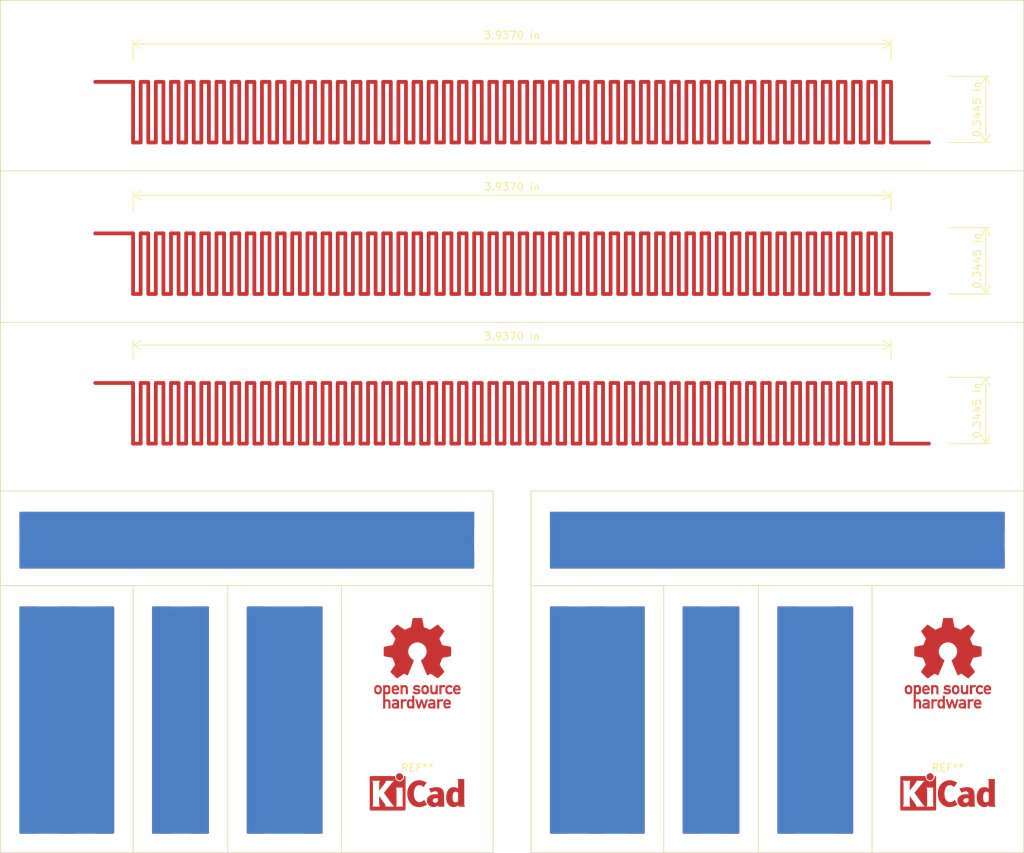
<source format=kicad_pcb>
(kicad_pcb (version 20171130) (host pcbnew "(5.1.0-62-ge5de787f8)")

  (general
    (thickness 1.6)
    (drawings 55)
    (tracks 609)
    (zones 0)
    (modules 4)
    (nets 1)
  )

  (page A4)
  (layers
    (0 F.Cu signal)
    (31 B.Cu signal)
    (32 B.Adhes user)
    (33 F.Adhes user)
    (34 B.Paste user)
    (35 F.Paste user)
    (36 B.SilkS user)
    (37 F.SilkS user)
    (38 B.Mask user)
    (39 F.Mask user)
    (40 Dwgs.User user)
    (41 Cmts.User user)
    (42 Eco1.User user)
    (43 Eco2.User user)
    (44 Edge.Cuts user)
    (45 Margin user)
    (46 B.CrtYd user)
    (47 F.CrtYd user)
    (48 B.Fab user)
    (49 F.Fab user)
  )

  (setup
    (last_trace_width 0.5)
    (trace_clearance 0.25)
    (zone_clearance 0.508)
    (zone_45_only no)
    (trace_min 0.2)
    (via_size 0.8)
    (via_drill 0.4)
    (via_min_size 0.4)
    (via_min_drill 0.3)
    (uvia_size 0.3)
    (uvia_drill 0.1)
    (uvias_allowed no)
    (uvia_min_size 0.2)
    (uvia_min_drill 0.1)
    (edge_width 0.05)
    (segment_width 0.2)
    (pcb_text_width 0.3)
    (pcb_text_size 1.5 1.5)
    (mod_edge_width 0.12)
    (mod_text_size 1 1)
    (mod_text_width 0.15)
    (pad_size 1.524 1.524)
    (pad_drill 0.762)
    (pad_to_mask_clearance 0.051)
    (solder_mask_min_width 0.25)
    (aux_axis_origin 0 0)
    (grid_origin 145 42.5)
    (visible_elements FFFFFF7F)
    (pcbplotparams
      (layerselection 0x00000_7fffffff)
      (usegerberextensions false)
      (usegerberattributes false)
      (usegerberadvancedattributes false)
      (creategerberjobfile true)
      (excludeedgelayer false)
      (linewidth 0.100000)
      (plotframeref true)
      (viasonmask false)
      (mode 1)
      (useauxorigin false)
      (hpglpennumber 1)
      (hpglpenspeed 20)
      (hpglpendiameter 15.000000)
      (psnegative false)
      (psa4output false)
      (plotreference false)
      (plotvalue false)
      (plotinvisibletext true)
      (padsonsilk true)
      (subtractmaskfromsilk false)
      (outputformat 4)
      (mirror true)
      (drillshape 0)
      (scaleselection 1)
      (outputdirectory ""))
  )

  (net 0 "")

  (net_class Default "This is the default net class."
    (clearance 0.25)
    (trace_width 0.5)
    (via_dia 0.8)
    (via_drill 0.4)
    (uvia_dia 0.3)
    (uvia_drill 0.1)
  )

  (module Symbol:KiCad-Logo_5mm_Copper (layer F.Cu) (tedit 5AA43EBC) (tstamp 5CABD526)
    (at 207.5 147.5)
    (descr "KiCad Logo")
    (tags "Logo KiCad")
    (attr virtual)
    (fp_text reference REF** (at 0 -3.7) (layer F.SilkS)
      (effects (font (size 1 1) (thickness 0.15)))
    )
    (fp_text value KiCad-Logo_5mm_Copper (at 0 2.8) (layer F.Fab)
      (effects (font (size 1 1) (thickness 0.15)))
    )
    (fp_poly (pts (xy -2.273043 -2.973429) (xy -2.176768 -2.949191) (xy -2.090184 -2.906359) (xy -2.015373 -2.846581)
      (xy -1.954418 -2.771506) (xy -1.909399 -2.68278) (xy -1.883136 -2.58647) (xy -1.877286 -2.489205)
      (xy -1.89214 -2.395346) (xy -1.92584 -2.307489) (xy -1.976528 -2.22823) (xy -2.042345 -2.160164)
      (xy -2.121434 -2.105888) (xy -2.211934 -2.067998) (xy -2.2632 -2.055574) (xy -2.307698 -2.048053)
      (xy -2.341999 -2.045081) (xy -2.37496 -2.046906) (xy -2.415434 -2.053775) (xy -2.448531 -2.06075)
      (xy -2.541947 -2.092259) (xy -2.625619 -2.143383) (xy -2.697665 -2.212571) (xy -2.7562 -2.298272)
      (xy -2.770148 -2.325511) (xy -2.786586 -2.361878) (xy -2.796894 -2.392418) (xy -2.80246 -2.42455)
      (xy -2.804669 -2.465693) (xy -2.804948 -2.511778) (xy -2.800861 -2.596135) (xy -2.787446 -2.665414)
      (xy -2.762256 -2.726039) (xy -2.722846 -2.784433) (xy -2.684298 -2.828698) (xy -2.612406 -2.894516)
      (xy -2.537313 -2.939947) (xy -2.454562 -2.96715) (xy -2.376928 -2.977424) (xy -2.273043 -2.973429)) (layer F.Cu) (width 0.01))
    (fp_poly (pts (xy 6.186507 -0.527755) (xy 6.186526 -0.293338) (xy 6.186552 -0.080397) (xy 6.186625 0.112168)
      (xy 6.186782 0.285459) (xy 6.187064 0.440576) (xy 6.187509 0.57862) (xy 6.188156 0.700692)
      (xy 6.189045 0.807894) (xy 6.190213 0.901326) (xy 6.191701 0.98209) (xy 6.193546 1.051286)
      (xy 6.195789 1.110015) (xy 6.198469 1.159379) (xy 6.201623 1.200478) (xy 6.205292 1.234413)
      (xy 6.209513 1.262286) (xy 6.214327 1.285198) (xy 6.219773 1.304249) (xy 6.225888 1.32054)
      (xy 6.232712 1.335173) (xy 6.240285 1.349249) (xy 6.248645 1.363868) (xy 6.253839 1.372974)
      (xy 6.288104 1.433689) (xy 5.429955 1.433689) (xy 5.429955 1.337733) (xy 5.429224 1.29437)
      (xy 5.427272 1.261205) (xy 5.424463 1.243424) (xy 5.423221 1.241778) (xy 5.411799 1.248662)
      (xy 5.389084 1.266505) (xy 5.366385 1.285879) (xy 5.3118 1.326614) (xy 5.242321 1.367617)
      (xy 5.16527 1.405123) (xy 5.087965 1.435364) (xy 5.057113 1.445012) (xy 4.988616 1.459578)
      (xy 4.905764 1.469539) (xy 4.816371 1.474583) (xy 4.728248 1.474396) (xy 4.649207 1.468666)
      (xy 4.611511 1.462858) (xy 4.473414 1.424797) (xy 4.346113 1.367073) (xy 4.230292 1.290211)
      (xy 4.126637 1.194739) (xy 4.035833 1.081179) (xy 3.969031 0.970381) (xy 3.914164 0.853625)
      (xy 3.872163 0.734276) (xy 3.842167 0.608283) (xy 3.823311 0.471594) (xy 3.814732 0.320158)
      (xy 3.814006 0.242711) (xy 3.8161 0.185934) (xy 4.645217 0.185934) (xy 4.645424 0.279002)
      (xy 4.648337 0.366692) (xy 4.654 0.443772) (xy 4.662455 0.505009) (xy 4.665038 0.51735)
      (xy 4.69684 0.624633) (xy 4.738498 0.711658) (xy 4.790363 0.778642) (xy 4.852781 0.825805)
      (xy 4.9261 0.853365) (xy 5.010669 0.861541) (xy 5.106835 0.850551) (xy 5.170311 0.834829)
      (xy 5.219454 0.816639) (xy 5.273583 0.790791) (xy 5.314244 0.767089) (xy 5.3848 0.720721)
      (xy 5.3848 -0.42947) (xy 5.317392 -0.473038) (xy 5.238867 -0.51396) (xy 5.154681 -0.540611)
      (xy 5.069557 -0.552535) (xy 4.988216 -0.549278) (xy 4.91538 -0.530385) (xy 4.883426 -0.514816)
      (xy 4.825501 -0.471819) (xy 4.776544 -0.415047) (xy 4.73539 -0.342425) (xy 4.700874 -0.251879)
      (xy 4.671833 -0.141334) (xy 4.670552 -0.135467) (xy 4.660381 -0.073212) (xy 4.652739 0.004594)
      (xy 4.64767 0.09272) (xy 4.645217 0.185934) (xy 3.8161 0.185934) (xy 3.821857 0.029895)
      (xy 3.843802 -0.165941) (xy 3.879786 -0.344668) (xy 3.929759 -0.506155) (xy 3.993668 -0.650274)
      (xy 4.071462 -0.776894) (xy 4.163089 -0.885885) (xy 4.268497 -0.977117) (xy 4.313662 -1.008068)
      (xy 4.414611 -1.064215) (xy 4.517901 -1.103826) (xy 4.627989 -1.127986) (xy 4.74933 -1.137781)
      (xy 4.841836 -1.136735) (xy 4.97149 -1.125769) (xy 5.084084 -1.103954) (xy 5.182875 -1.070286)
      (xy 5.271121 -1.023764) (xy 5.319986 -0.989552) (xy 5.349353 -0.967638) (xy 5.371043 -0.952667)
      (xy 5.379253 -0.948267) (xy 5.380868 -0.959096) (xy 5.382159 -0.989749) (xy 5.383138 -1.037474)
      (xy 5.383817 -1.099521) (xy 5.38421 -1.173138) (xy 5.38433 -1.255573) (xy 5.384188 -1.344075)
      (xy 5.383797 -1.435893) (xy 5.383171 -1.528276) (xy 5.38232 -1.618472) (xy 5.38126 -1.703729)
      (xy 5.380001 -1.781297) (xy 5.378556 -1.848424) (xy 5.376938 -1.902359) (xy 5.375161 -1.94035)
      (xy 5.374669 -1.947333) (xy 5.367092 -2.017749) (xy 5.355531 -2.072898) (xy 5.337792 -2.120019)
      (xy 5.311682 -2.166353) (xy 5.305415 -2.175933) (xy 5.280983 -2.212622) (xy 6.186311 -2.212622)
      (xy 6.186507 -0.527755)) (layer F.Cu) (width 0.01))
    (fp_poly (pts (xy 2.673574 -1.133448) (xy 2.825492 -1.113433) (xy 2.960756 -1.079798) (xy 3.080239 -1.032275)
      (xy 3.184815 -0.970595) (xy 3.262424 -0.907035) (xy 3.331265 -0.832901) (xy 3.385006 -0.753129)
      (xy 3.42791 -0.660909) (xy 3.443384 -0.617839) (xy 3.456244 -0.578858) (xy 3.467446 -0.542711)
      (xy 3.47712 -0.507566) (xy 3.485396 -0.47159) (xy 3.492403 -0.43295) (xy 3.498272 -0.389815)
      (xy 3.503131 -0.340351) (xy 3.50711 -0.282727) (xy 3.51034 -0.215109) (xy 3.512949 -0.135666)
      (xy 3.515067 -0.042564) (xy 3.516824 0.066027) (xy 3.518349 0.191942) (xy 3.519772 0.337012)
      (xy 3.521025 0.479778) (xy 3.522351 0.635968) (xy 3.523556 0.771239) (xy 3.524766 0.887246)
      (xy 3.526106 0.985645) (xy 3.5277 1.068093) (xy 3.529675 1.136246) (xy 3.532156 1.19176)
      (xy 3.535269 1.236292) (xy 3.539138 1.271498) (xy 3.543889 1.299034) (xy 3.549648 1.320556)
      (xy 3.556539 1.337722) (xy 3.564689 1.352186) (xy 3.574223 1.365606) (xy 3.585266 1.379638)
      (xy 3.589566 1.385071) (xy 3.605386 1.40791) (xy 3.612422 1.423463) (xy 3.612444 1.423922)
      (xy 3.601567 1.426121) (xy 3.570582 1.428147) (xy 3.521957 1.429942) (xy 3.458163 1.431451)
      (xy 3.381669 1.432616) (xy 3.294944 1.43338) (xy 3.200457 1.433686) (xy 3.18955 1.433689)
      (xy 2.766657 1.433689) (xy 2.763395 1.337622) (xy 2.760133 1.241556) (xy 2.698044 1.292543)
      (xy 2.600714 1.360057) (xy 2.490813 1.414749) (xy 2.404349 1.444978) (xy 2.335278 1.459666)
      (xy 2.251925 1.469659) (xy 2.162159 1.474646) (xy 2.073845 1.474313) (xy 1.994851 1.468351)
      (xy 1.958622 1.462638) (xy 1.818603 1.424776) (xy 1.692178 1.369932) (xy 1.58026 1.298924)
      (xy 1.483762 1.212568) (xy 1.4036 1.111679) (xy 1.340687 0.997076) (xy 1.296312 0.870984)
      (xy 1.283978 0.814401) (xy 1.276368 0.752202) (xy 1.272739 0.677363) (xy 1.272245 0.643467)
      (xy 1.27231 0.640282) (xy 2.032248 0.640282) (xy 2.041541 0.715333) (xy 2.069728 0.77916)
      (xy 2.118197 0.834798) (xy 2.123254 0.839211) (xy 2.171548 0.874037) (xy 2.223257 0.89662)
      (xy 2.283989 0.90854) (xy 2.359352 0.911383) (xy 2.377459 0.910978) (xy 2.431278 0.908325)
      (xy 2.471308 0.902909) (xy 2.506324 0.892745) (xy 2.545103 0.87585) (xy 2.555745 0.870672)
      (xy 2.616396 0.834844) (xy 2.663215 0.792212) (xy 2.675952 0.776973) (xy 2.720622 0.720462)
      (xy 2.720622 0.524586) (xy 2.720086 0.445939) (xy 2.718396 0.387988) (xy 2.715428 0.348875)
      (xy 2.711057 0.326741) (xy 2.706972 0.320274) (xy 2.691047 0.317111) (xy 2.657264 0.314488)
      (xy 2.61034 0.312655) (xy 2.554993 0.311857) (xy 2.546106 0.311842) (xy 2.42533 0.317096)
      (xy 2.32266 0.333263) (xy 2.236106 0.360961) (xy 2.163681 0.400808) (xy 2.108751 0.447758)
      (xy 2.064204 0.505645) (xy 2.03948 0.568693) (xy 2.032248 0.640282) (xy 1.27231 0.640282)
      (xy 1.274178 0.549712) (xy 1.282522 0.470812) (xy 1.298768 0.39959) (xy 1.324405 0.328864)
      (xy 1.348401 0.276493) (xy 1.40702 0.181196) (xy 1.485117 0.09317) (xy 1.580315 0.014017)
      (xy 1.690238 -0.05466) (xy 1.81251 -0.111259) (xy 1.944755 -0.154179) (xy 2.009422 -0.169118)
      (xy 2.145604 -0.191223) (xy 2.294049 -0.205806) (xy 2.445505 -0.212187) (xy 2.572064 -0.210555)
      (xy 2.73395 -0.203776) (xy 2.72653 -0.262755) (xy 2.707238 -0.361908) (xy 2.676104 -0.442628)
      (xy 2.632269 -0.505534) (xy 2.574871 -0.551244) (xy 2.503048 -0.580378) (xy 2.415941 -0.593553)
      (xy 2.312686 -0.591389) (xy 2.274711 -0.587388) (xy 2.13352 -0.56222) (xy 1.996707 -0.521186)
      (xy 1.902178 -0.483185) (xy 1.857018 -0.46381) (xy 1.818585 -0.44824) (xy 1.792234 -0.438595)
      (xy 1.784546 -0.436548) (xy 1.774802 -0.445626) (xy 1.758083 -0.474595) (xy 1.734232 -0.523783)
      (xy 1.703093 -0.593516) (xy 1.664507 -0.684121) (xy 1.65791 -0.699911) (xy 1.627853 -0.772228)
      (xy 1.600874 -0.837575) (xy 1.578136 -0.893094) (xy 1.560806 -0.935928) (xy 1.550048 -0.963219)
      (xy 1.546941 -0.972058) (xy 1.55694 -0.976813) (xy 1.583217 -0.98209) (xy 1.611489 -0.985769)
      (xy 1.641646 -0.990526) (xy 1.689433 -0.999972) (xy 1.750612 -1.01318) (xy 1.820946 -1.029224)
      (xy 1.896194 -1.04718) (xy 1.924755 -1.054203) (xy 2.029816 -1.079791) (xy 2.11748 -1.099853)
      (xy 2.192068 -1.115031) (xy 2.257903 -1.125965) (xy 2.319307 -1.133296) (xy 2.380602 -1.137665)
      (xy 2.44611 -1.139713) (xy 2.504128 -1.140111) (xy 2.673574 -1.133448)) (layer F.Cu) (width 0.01))
    (fp_poly (pts (xy 0.328429 -2.050929) (xy 0.48857 -2.029755) (xy 0.65251 -1.989615) (xy 0.822313 -1.930111)
      (xy 1.000043 -1.850846) (xy 1.01131 -1.845301) (xy 1.069005 -1.817275) (xy 1.120552 -1.793198)
      (xy 1.162191 -1.774751) (xy 1.190162 -1.763614) (xy 1.199733 -1.761067) (xy 1.21895 -1.756059)
      (xy 1.223561 -1.751853) (xy 1.218458 -1.74142) (xy 1.202418 -1.715132) (xy 1.177288 -1.675743)
      (xy 1.144914 -1.626009) (xy 1.107143 -1.568685) (xy 1.065822 -1.506524) (xy 1.022798 -1.442282)
      (xy 0.979917 -1.378715) (xy 0.939026 -1.318575) (xy 0.901971 -1.26462) (xy 0.8706 -1.219603)
      (xy 0.846759 -1.186279) (xy 0.832294 -1.167403) (xy 0.830309 -1.165213) (xy 0.820191 -1.169862)
      (xy 0.79785 -1.187038) (xy 0.76728 -1.21356) (xy 0.751536 -1.228036) (xy 0.655047 -1.303318)
      (xy 0.548336 -1.358759) (xy 0.432832 -1.393859) (xy 0.309962 -1.40812) (xy 0.240561 -1.406949)
      (xy 0.119423 -1.389788) (xy 0.010205 -1.353906) (xy -0.087418 -1.299041) (xy -0.173772 -1.22493)
      (xy -0.249185 -1.131312) (xy -0.313982 -1.017924) (xy -0.351399 -0.931333) (xy -0.395252 -0.795634)
      (xy -0.427572 -0.64815) (xy -0.448443 -0.492686) (xy -0.457949 -0.333044) (xy -0.456173 -0.173027)
      (xy -0.443197 -0.016439) (xy -0.419106 0.132918) (xy -0.383982 0.27124) (xy -0.337908 0.394724)
      (xy -0.321627 0.428978) (xy -0.25338 0.543064) (xy -0.172921 0.639557) (xy -0.08143 0.71767)
      (xy 0.019911 0.776617) (xy 0.12992 0.815612) (xy 0.247415 0.833868) (xy 0.288883 0.835211)
      (xy 0.410441 0.82429) (xy 0.530878 0.791474) (xy 0.648666 0.737439) (xy 0.762277 0.662865)
      (xy 0.853685 0.584539) (xy 0.900215 0.540008) (xy 1.081483 0.837271) (xy 1.12658 0.911433)
      (xy 1.167819 0.979646) (xy 1.203735 1.039459) (xy 1.232866 1.08842) (xy 1.25375 1.124079)
      (xy 1.264924 1.143984) (xy 1.266375 1.147079) (xy 1.258146 1.156718) (xy 1.232567 1.173999)
      (xy 1.192873 1.197283) (xy 1.142297 1.224934) (xy 1.084074 1.255315) (xy 1.021437 1.28679)
      (xy 0.957621 1.317722) (xy 0.89586 1.346473) (xy 0.839388 1.371408) (xy 0.791438 1.390889)
      (xy 0.767986 1.399318) (xy 0.634221 1.437133) (xy 0.496327 1.462136) (xy 0.348622 1.47514)
      (xy 0.221833 1.477468) (xy 0.153878 1.476373) (xy 0.088277 1.474275) (xy 0.030847 1.471434)
      (xy -0.012597 1.468106) (xy -0.026702 1.466422) (xy -0.165716 1.437587) (xy -0.307243 1.392468)
      (xy -0.444725 1.33375) (xy -0.571606 1.26412) (xy -0.649111 1.211441) (xy -0.776519 1.103239)
      (xy -0.894822 0.976671) (xy -1.001828 0.834866) (xy -1.095348 0.680951) (xy -1.17319 0.518053)
      (xy -1.217044 0.400756) (xy -1.267292 0.217128) (xy -1.300791 0.022581) (xy -1.317551 -0.178675)
      (xy -1.317584 -0.382432) (xy -1.300899 -0.584479) (xy -1.267507 -0.780608) (xy -1.21742 -0.966609)
      (xy -1.213603 -0.978197) (xy -1.150719 -1.14025) (xy -1.073972 -1.288168) (xy -0.980758 -1.426135)
      (xy -0.868473 -1.558339) (xy -0.824608 -1.603601) (xy -0.688466 -1.727543) (xy -0.548509 -1.830085)
      (xy -0.402589 -1.912344) (xy -0.248558 -1.975436) (xy -0.084268 -2.020477) (xy 0.011289 -2.037967)
      (xy 0.170023 -2.053534) (xy 0.328429 -2.050929)) (layer F.Cu) (width 0.01))
    (fp_poly (pts (xy -2.9464 -2.510946) (xy -2.935535 -2.397007) (xy -2.903918 -2.289384) (xy -2.853015 -2.190385)
      (xy -2.784293 -2.102316) (xy -2.699219 -2.027484) (xy -2.602232 -1.969616) (xy -2.495964 -1.929995)
      (xy -2.38895 -1.911427) (xy -2.2833 -1.912566) (xy -2.181125 -1.93207) (xy -2.084534 -1.968594)
      (xy -1.995638 -2.020795) (xy -1.916546 -2.087327) (xy -1.849369 -2.166848) (xy -1.796217 -2.258013)
      (xy -1.759199 -2.359477) (xy -1.740427 -2.469898) (xy -1.738489 -2.519794) (xy -1.738489 -2.607733)
      (xy -1.68656 -2.607733) (xy -1.650253 -2.604889) (xy -1.623355 -2.593089) (xy -1.596249 -2.569351)
      (xy -1.557867 -2.530969) (xy -1.557867 -0.339398) (xy -1.557876 -0.077261) (xy -1.557908 0.163241)
      (xy -1.557972 0.383048) (xy -1.558076 0.583101) (xy -1.558227 0.764344) (xy -1.558434 0.927716)
      (xy -1.558706 1.07416) (xy -1.55905 1.204617) (xy -1.559474 1.320029) (xy -1.559987 1.421338)
      (xy -1.560597 1.509484) (xy -1.561312 1.58541) (xy -1.56214 1.650057) (xy -1.563089 1.704367)
      (xy -1.564167 1.74928) (xy -1.565383 1.78574) (xy -1.566745 1.814687) (xy -1.568261 1.837063)
      (xy -1.569938 1.853809) (xy -1.571786 1.865868) (xy -1.573813 1.87418) (xy -1.576025 1.879687)
      (xy -1.577108 1.881537) (xy -1.581271 1.888549) (xy -1.584805 1.894996) (xy -1.588635 1.9009)
      (xy -1.593682 1.906286) (xy -1.600871 1.911178) (xy -1.611123 1.915598) (xy -1.625364 1.919572)
      (xy -1.644514 1.923121) (xy -1.669499 1.92627) (xy -1.70124 1.929042) (xy -1.740662 1.931461)
      (xy -1.788686 1.933551) (xy -1.846237 1.935335) (xy -1.914237 1.936837) (xy -1.99361 1.93808)
      (xy -2.085279 1.939089) (xy -2.190166 1.939885) (xy -2.309196 1.940494) (xy -2.44329 1.940939)
      (xy -2.593373 1.941243) (xy -2.760367 1.94143) (xy -2.945196 1.941524) (xy -3.148783 1.941548)
      (xy -3.37205 1.941525) (xy -3.615922 1.94148) (xy -3.881321 1.941437) (xy -3.919704 1.941432)
      (xy -4.186682 1.941389) (xy -4.432002 1.941318) (xy -4.656583 1.941213) (xy -4.861345 1.941066)
      (xy -5.047206 1.940869) (xy -5.215088 1.940616) (xy -5.365908 1.9403) (xy -5.500587 1.939913)
      (xy -5.620044 1.939447) (xy -5.725199 1.938897) (xy -5.816971 1.938253) (xy -5.896279 1.937511)
      (xy -5.964043 1.936661) (xy -6.021182 1.935697) (xy -6.068617 1.934611) (xy -6.107266 1.933397)
      (xy -6.138049 1.932047) (xy -6.161885 1.930555) (xy -6.179694 1.928911) (xy -6.192395 1.927111)
      (xy -6.200908 1.925145) (xy -6.205266 1.923477) (xy -6.213728 1.919906) (xy -6.221497 1.91727)
      (xy -6.228602 1.914634) (xy -6.235073 1.911062) (xy -6.240939 1.905621) (xy -6.246229 1.897375)
      (xy -6.250974 1.88539) (xy -6.255202 1.868731) (xy -6.258943 1.846463) (xy -6.262227 1.817652)
      (xy -6.265083 1.781363) (xy -6.26754 1.736661) (xy -6.269629 1.682611) (xy -6.271378 1.618279)
      (xy -6.272817 1.54273) (xy -6.273976 1.45503) (xy -6.274883 1.354243) (xy -6.275569 1.239434)
      (xy -6.276063 1.10967) (xy -6.276395 0.964015) (xy -6.276593 0.801535) (xy -6.276687 0.621295)
      (xy -6.276708 0.42236) (xy -6.276685 0.203796) (xy -6.276646 -0.035332) (xy -6.276622 -0.29596)
      (xy -6.276622 -0.338111) (xy -6.276636 -0.601008) (xy -6.276661 -0.842268) (xy -6.276671 -1.062835)
      (xy -6.276642 -1.263648) (xy -6.276548 -1.445651) (xy -6.276362 -1.609784) (xy -6.276059 -1.756989)
      (xy -6.275614 -1.888208) (xy -6.275034 -1.998133) (xy -5.972197 -1.998133) (xy -5.932407 -1.940289)
      (xy -5.921236 -1.924521) (xy -5.911166 -1.910559) (xy -5.902138 -1.897216) (xy -5.894097 -1.883307)
      (xy -5.886986 -1.867644) (xy -5.880747 -1.849042) (xy -5.875325 -1.826314) (xy -5.870662 -1.798273)
      (xy -5.866701 -1.763733) (xy -5.863385 -1.721508) (xy -5.860659 -1.670411) (xy -5.858464 -1.609256)
      (xy -5.856745 -1.536856) (xy -5.855444 -1.452025) (xy -5.854505 -1.353578) (xy -5.85387 -1.240326)
      (xy -5.853484 -1.111084) (xy -5.853288 -0.964666) (xy -5.853227 -0.799884) (xy -5.853243 -0.615553)
      (xy -5.85328 -0.410487) (xy -5.853289 -0.287867) (xy -5.853265 -0.070918) (xy -5.853231 0.124642)
      (xy -5.853243 0.299999) (xy -5.853358 0.456341) (xy -5.85363 0.594857) (xy -5.854118 0.716734)
      (xy -5.854876 0.82316) (xy -5.855962 0.915322) (xy -5.857431 0.994409) (xy -5.85934 1.061608)
      (xy -5.861744 1.118107) (xy -5.864701 1.165093) (xy -5.868266 1.203755) (xy -5.872495 1.23528)
      (xy -5.877446 1.260855) (xy -5.883173 1.28167) (xy -5.889733 1.298911) (xy -5.897183 1.313765)
      (xy -5.905579 1.327422) (xy -5.914976 1.341069) (xy -5.925432 1.355893) (xy -5.931523 1.364783)
      (xy -5.970296 1.4224) (xy -5.438732 1.4224) (xy -5.315483 1.422365) (xy -5.212987 1.422215)
      (xy -5.12942 1.421878) (xy -5.062956 1.421286) (xy -5.011771 1.420367) (xy -4.974041 1.419051)
      (xy -4.94794 1.417269) (xy -4.931644 1.414951) (xy -4.923328 1.412026) (xy -4.921168 1.408424)
      (xy -4.923339 1.404075) (xy -4.924535 1.402645) (xy -4.949685 1.365573) (xy -4.975583 1.312772)
      (xy -4.999192 1.25077) (xy -5.007461 1.224357) (xy -5.012078 1.206416) (xy -5.015979 1.185355)
      (xy -5.019248 1.159089) (xy -5.021966 1.125532) (xy -5.024215 1.082599) (xy -5.026077 1.028204)
      (xy -5.027636 0.960262) (xy -5.028972 0.876688) (xy -5.030169 0.775395) (xy -5.031308 0.6543)
      (xy -5.031685 0.6096) (xy -5.032702 0.484449) (xy -5.03346 0.380082) (xy -5.033903 0.294707)
      (xy -5.03397 0.226533) (xy -5.033605 0.173765) (xy -5.032748 0.134614) (xy -5.031341 0.107285)
      (xy -5.029325 0.089986) (xy -5.026643 0.080926) (xy -5.023236 0.078312) (xy -5.019044 0.080351)
      (xy -5.014571 0.084667) (xy -5.004216 0.097602) (xy -4.982158 0.126676) (xy -4.949957 0.169759)
      (xy -4.909174 0.224718) (xy -4.86137 0.289423) (xy -4.808105 0.361742) (xy -4.75094 0.439544)
      (xy -4.691437 0.520698) (xy -4.631155 0.603072) (xy -4.571655 0.684536) (xy -4.514498 0.762957)
      (xy -4.461245 0.836204) (xy -4.413457 0.902147) (xy -4.372693 0.958654) (xy -4.340516 1.003593)
      (xy -4.318485 1.034834) (xy -4.313917 1.041466) (xy -4.290996 1.078369) (xy -4.264188 1.126359)
      (xy -4.238789 1.175897) (xy -4.235568 1.182577) (xy -4.21389 1.230772) (xy -4.201304 1.268334)
      (xy -4.195574 1.30416) (xy -4.194456 1.3462) (xy -4.19509 1.4224) (xy -3.040651 1.4224)
      (xy -3.131815 1.328669) (xy -3.178612 1.278775) (xy -3.228899 1.222295) (xy -3.274944 1.168026)
      (xy -3.295369 1.142673) (xy -3.325807 1.103128) (xy -3.365862 1.049916) (xy -3.414361 0.984667)
      (xy -3.470135 0.909011) (xy -3.532011 0.824577) (xy -3.598819 0.732994) (xy -3.669387 0.635892)
      (xy -3.742545 0.534901) (xy -3.817121 0.43165) (xy -3.891944 0.327768) (xy -3.965843 0.224885)
      (xy -4.037646 0.124631) (xy -4.106184 0.028636) (xy -4.170284 -0.061473) (xy -4.228775 -0.144064)
      (xy -4.280486 -0.217508) (xy -4.324247 -0.280176) (xy -4.358885 -0.330439) (xy -4.38323 -0.366666)
      (xy -4.396111 -0.387229) (xy -4.397869 -0.391332) (xy -4.38991 -0.402658) (xy -4.369115 -0.429838)
      (xy -4.336847 -0.471171) (xy -4.29447 -0.524956) (xy -4.243347 -0.589494) (xy -4.184841 -0.663082)
      (xy -4.120314 -0.744022) (xy -4.051131 -0.830612) (xy -3.978653 -0.921152) (xy -3.904246 -1.01394)
      (xy -3.844517 -1.088298) (xy -2.833511 -1.088298) (xy -2.827602 -1.075341) (xy -2.813272 -1.053092)
      (xy -2.812225 -1.051609) (xy -2.793438 -1.021456) (xy -2.773791 -0.984625) (xy -2.769892 -0.976489)
      (xy -2.766356 -0.96806) (xy -2.76323 -0.957941) (xy -2.760486 -0.94474) (xy -2.758092 -0.927062)
      (xy -2.756019 -0.903516) (xy -2.754235 -0.872707) (xy -2.752712 -0.833243) (xy -2.751419 -0.783731)
      (xy -2.750326 -0.722777) (xy -2.749403 -0.648989) (xy -2.748619 -0.560972) (xy -2.747945 -0.457335)
      (xy -2.74735 -0.336684) (xy -2.746805 -0.197626) (xy -2.746279 -0.038768) (xy -2.745745 0.140089)
      (xy -2.745206 0.325207) (xy -2.744772 0.489145) (xy -2.744509 0.633303) (xy -2.744484 0.759079)
      (xy -2.744765 0.867871) (xy -2.745419 0.961077) (xy -2.746514 1.040097) (xy -2.748118 1.106328)
      (xy -2.750297 1.16117) (xy -2.753119 1.206021) (xy -2.756651 1.242278) (xy -2.760961 1.271341)
      (xy -2.766117 1.294609) (xy -2.772185 1.313479) (xy -2.779233 1.329351) (xy -2.787329 1.343622)
      (xy -2.79654 1.357691) (xy -2.80504 1.370158) (xy -2.822176 1.396452) (xy -2.832322 1.414037)
      (xy -2.833511 1.417257) (xy -2.822604 1.418334) (xy -2.791411 1.419335) (xy -2.742223 1.420235)
      (xy -2.677333 1.42101) (xy -2.59903 1.421637) (xy -2.509607 1.422091) (xy -2.411356 1.422349)
      (xy -2.342445 1.4224) (xy -2.237452 1.42218) (xy -2.14061 1.421548) (xy -2.054107 1.420549)
      (xy -1.980132 1.419227) (xy -1.920874 1.417626) (xy -1.87852 1.415791) (xy -1.85526 1.413765)
      (xy -1.851378 1.412493) (xy -1.859076 1.397591) (xy -1.867074 1.38956) (xy -1.880246 1.372434)
      (xy -1.897485 1.342183) (xy -1.909407 1.317622) (xy -1.936045 1.258711) (xy -1.93912 0.081845)
      (xy -1.942195 -1.095022) (xy -2.387853 -1.095022) (xy -2.48567 -1.094858) (xy -2.576064 -1.094389)
      (xy -2.65663 -1.093653) (xy -2.724962 -1.092684) (xy -2.778656 -1.09152) (xy -2.815305 -1.090197)
      (xy -2.832504 -1.088751) (xy -2.833511 -1.088298) (xy -3.844517 -1.088298) (xy -3.82927 -1.107278)
      (xy -3.75509 -1.199463) (xy -3.683069 -1.288796) (xy -3.614569 -1.373576) (xy -3.550955 -1.452102)
      (xy -3.493588 -1.522674) (xy -3.443833 -1.583591) (xy -3.403052 -1.633153) (xy -3.385888 -1.653822)
      (xy -3.299596 -1.754484) (xy -3.222997 -1.837741) (xy -3.154183 -1.905562) (xy -3.091248 -1.959911)
      (xy -3.081867 -1.967278) (xy -3.042356 -1.997883) (xy -4.174116 -1.998133) (xy -4.168827 -1.950156)
      (xy -4.17213 -1.892812) (xy -4.193661 -1.824537) (xy -4.233635 -1.744788) (xy -4.278943 -1.672505)
      (xy -4.295161 -1.64986) (xy -4.323214 -1.612304) (xy -4.36143 -1.561979) (xy -4.408137 -1.501027)
      (xy -4.461661 -1.431589) (xy -4.520331 -1.355806) (xy -4.582475 -1.27582) (xy -4.646421 -1.193772)
      (xy -4.710495 -1.111804) (xy -4.773027 -1.032057) (xy -4.832343 -0.956673) (xy -4.886771 -0.887793)
      (xy -4.934639 -0.827558) (xy -4.974275 -0.778111) (xy -5.004006 -0.741592) (xy -5.022161 -0.720142)
      (xy -5.02522 -0.716844) (xy -5.028079 -0.724851) (xy -5.030293 -0.755145) (xy -5.031857 -0.807444)
      (xy -5.032767 -0.881469) (xy -5.03302 -0.976937) (xy -5.032613 -1.093566) (xy -5.031704 -1.213555)
      (xy -5.030382 -1.345667) (xy -5.028857 -1.457406) (xy -5.026881 -1.550975) (xy -5.024206 -1.628581)
      (xy -5.020582 -1.692426) (xy -5.015761 -1.744717) (xy -5.009494 -1.787656) (xy -5.001532 -1.823449)
      (xy -4.991627 -1.8543) (xy -4.979531 -1.882414) (xy -4.964993 -1.909995) (xy -4.950311 -1.935034)
      (xy -4.912314 -1.998133) (xy -5.972197 -1.998133) (xy -6.275034 -1.998133) (xy -6.275001 -2.004383)
      (xy -6.274195 -2.106456) (xy -6.27317 -2.195367) (xy -6.2719 -2.272059) (xy -6.27036 -2.337473)
      (xy -6.268524 -2.392551) (xy -6.266367 -2.438235) (xy -6.263863 -2.475466) (xy -6.260987 -2.505187)
      (xy -6.257713 -2.528338) (xy -6.254015 -2.545861) (xy -6.249869 -2.558699) (xy -6.245247 -2.567792)
      (xy -6.240126 -2.574082) (xy -6.234478 -2.578512) (xy -6.228279 -2.582022) (xy -6.221504 -2.585555)
      (xy -6.215508 -2.589124) (xy -6.210275 -2.5917) (xy -6.202099 -2.594028) (xy -6.189886 -2.596122)
      (xy -6.172541 -2.597993) (xy -6.148969 -2.599653) (xy -6.118077 -2.601116) (xy -6.078768 -2.602392)
      (xy -6.02995 -2.603496) (xy -5.970527 -2.604439) (xy -5.899404 -2.605233) (xy -5.815488 -2.605891)
      (xy -5.717683 -2.606425) (xy -5.604894 -2.606847) (xy -5.476029 -2.607171) (xy -5.329991 -2.607408)
      (xy -5.165686 -2.60757) (xy -4.98202 -2.60767) (xy -4.777897 -2.60772) (xy -4.566753 -2.607733)
      (xy -2.9464 -2.607733) (xy -2.9464 -2.510946)) (layer F.Cu) (width 0.01))
    (fp_line (start 6.4 2) (end -6.4 2) (layer F.CrtYd) (width 0.05))
    (fp_line (start 6.4 -3) (end 6.4 2) (layer F.CrtYd) (width 0.05))
    (fp_line (start -6.4 -3) (end 6.4 -3) (layer F.CrtYd) (width 0.05))
    (fp_line (start -6.4 2) (end -6.4 -3) (layer F.CrtYd) (width 0.05))
  )

  (module Symbol:OSHW-Logo_11.4x12mm_Copper (layer F.Cu) (tedit 0) (tstamp 5CABD1DA)
    (at 207.5 130)
    (descr "Open Source Hardware Logo")
    (tags "Logo OSHW")
    (attr virtual)
    (fp_text reference REF** (at 0 0) (layer F.SilkS) hide
      (effects (font (size 1 1) (thickness 0.15)))
    )
    (fp_text value OSHW-Logo_11.4x12mm_Copper (at 0.75 0) (layer F.Fab) hide
      (effects (font (size 1 1) (thickness 0.15)))
    )
    (fp_poly (pts (xy 0.746535 -5.366828) (xy 0.859117 -4.769637) (xy 1.274531 -4.59839) (xy 1.689944 -4.427143)
      (xy 2.188302 -4.766022) (xy 2.327868 -4.860378) (xy 2.454028 -4.944625) (xy 2.560895 -5.014917)
      (xy 2.642582 -5.067408) (xy 2.693201 -5.098251) (xy 2.706986 -5.104902) (xy 2.73182 -5.087797)
      (xy 2.784888 -5.040511) (xy 2.86024 -4.969083) (xy 2.951929 -4.879555) (xy 3.054007 -4.777966)
      (xy 3.160526 -4.670357) (xy 3.265536 -4.562768) (xy 3.363091 -4.46124) (xy 3.447242 -4.371814)
      (xy 3.51204 -4.300529) (xy 3.551538 -4.253427) (xy 3.56098 -4.237663) (xy 3.547391 -4.208602)
      (xy 3.509293 -4.144934) (xy 3.450694 -4.052888) (xy 3.375597 -3.938691) (xy 3.288009 -3.808571)
      (xy 3.237254 -3.734354) (xy 3.144745 -3.598833) (xy 3.06254 -3.476539) (xy 2.99463 -3.37356)
      (xy 2.945 -3.295982) (xy 2.91764 -3.249894) (xy 2.913529 -3.240208) (xy 2.922849 -3.212681)
      (xy 2.948254 -3.148527) (xy 2.985911 -3.056765) (xy 3.031986 -2.946416) (xy 3.082646 -2.8265)
      (xy 3.134059 -2.706036) (xy 3.182389 -2.594046) (xy 3.223806 -2.499548) (xy 3.254474 -2.431563)
      (xy 3.270562 -2.399112) (xy 3.271511 -2.397835) (xy 3.296772 -2.391638) (xy 3.364046 -2.377815)
      (xy 3.46636 -2.357723) (xy 3.596741 -2.332721) (xy 3.748216 -2.304169) (xy 3.836594 -2.287704)
      (xy 3.998452 -2.256886) (xy 4.144649 -2.227561) (xy 4.267787 -2.201334) (xy 4.360469 -2.179809)
      (xy 4.415301 -2.16459) (xy 4.426323 -2.159762) (xy 4.437119 -2.127081) (xy 4.445829 -2.05327)
      (xy 4.45246 -1.946963) (xy 4.457018 -1.816788) (xy 4.459509 -1.671379) (xy 4.459938 -1.519365)
      (xy 4.458311 -1.369378) (xy 4.454635 -1.230049) (xy 4.448915 -1.11001) (xy 4.441158 -1.01789)
      (xy 4.431368 -0.962323) (xy 4.425496 -0.950755) (xy 4.390399 -0.93689) (xy 4.316028 -0.917067)
      (xy 4.212223 -0.893616) (xy 4.088819 -0.868864) (xy 4.045741 -0.860857) (xy 3.838047 -0.822814)
      (xy 3.673984 -0.792176) (xy 3.54813 -0.767726) (xy 3.455065 -0.748246) (xy 3.389367 -0.732519)
      (xy 3.345617 -0.719327) (xy 3.318392 -0.707451) (xy 3.302272 -0.695675) (xy 3.300017 -0.693347)
      (xy 3.277503 -0.655855) (xy 3.243158 -0.58289) (xy 3.200411 -0.483388) (xy 3.152692 -0.366282)
      (xy 3.10343 -0.240507) (xy 3.056055 -0.114998) (xy 3.013995 0.00131) (xy 2.98068 0.099484)
      (xy 2.959541 0.170588) (xy 2.954005 0.205687) (xy 2.954466 0.206917) (xy 2.973223 0.235606)
      (xy 3.015776 0.29873) (xy 3.077653 0.389718) (xy 3.154382 0.502) (xy 3.241491 0.629005)
      (xy 3.266299 0.665098) (xy 3.354753 0.795948) (xy 3.432588 0.915336) (xy 3.495566 1.016407)
      (xy 3.539445 1.092304) (xy 3.559985 1.136172) (xy 3.56098 1.141562) (xy 3.543722 1.169889)
      (xy 3.496036 1.226006) (xy 3.42405 1.303882) (xy 3.333897 1.397485) (xy 3.231705 1.500786)
      (xy 3.123606 1.607751) (xy 3.015728 1.712351) (xy 2.914204 1.808554) (xy 2.825162 1.890329)
      (xy 2.754733 1.951645) (xy 2.709047 1.986471) (xy 2.696409 1.992157) (xy 2.666991 1.978765)
      (xy 2.606761 1.942644) (xy 2.52553 1.889881) (xy 2.46303 1.847412) (xy 2.349785 1.769485)
      (xy 2.215674 1.677729) (xy 2.081155 1.58612) (xy 2.008833 1.537091) (xy 1.764038 1.371515)
      (xy 1.558551 1.48262) (xy 1.464936 1.531293) (xy 1.38533 1.569126) (xy 1.331467 1.590703)
      (xy 1.317757 1.593706) (xy 1.30127 1.571538) (xy 1.268745 1.508894) (xy 1.222609 1.411554)
      (xy 1.16529 1.285294) (xy 1.099216 1.135895) (xy 1.026815 0.969133) (xy 0.950516 0.790787)
      (xy 0.872746 0.606636) (xy 0.795934 0.422457) (xy 0.722506 0.24403) (xy 0.654892 0.077132)
      (xy 0.59552 -0.072458) (xy 0.546816 -0.198962) (xy 0.51121 -0.296601) (xy 0.49113 -0.359598)
      (xy 0.4879 -0.381234) (xy 0.513496 -0.408831) (xy 0.569539 -0.45363) (xy 0.644311 -0.506321)
      (xy 0.650587 -0.51049) (xy 0.843845 -0.665186) (xy 0.999674 -0.845664) (xy 1.116724 -1.046153)
      (xy 1.193645 -1.260881) (xy 1.229086 -1.484078) (xy 1.221697 -1.709974) (xy 1.170127 -1.932796)
      (xy 1.073026 -2.146776) (xy 1.044458 -2.193591) (xy 0.895868 -2.382637) (xy 0.720327 -2.534443)
      (xy 0.52391 -2.648221) (xy 0.312693 -2.72318) (xy 0.092753 -2.758533) (xy -0.129837 -2.753488)
      (xy -0.348999 -2.707256) (xy -0.558658 -2.619049) (xy -0.752739 -2.488076) (xy -0.812774 -2.434918)
      (xy -0.965565 -2.268516) (xy -1.076903 -2.093343) (xy -1.153277 -1.896989) (xy -1.195813 -1.702538)
      (xy -1.206314 -1.483913) (xy -1.171299 -1.264203) (xy -1.094327 -1.050835) (xy -0.978953 -0.851233)
      (xy -0.828734 -0.672826) (xy -0.647227 -0.523038) (xy -0.623373 -0.507249) (xy -0.547799 -0.455543)
      (xy -0.490349 -0.410743) (xy -0.462883 -0.382138) (xy -0.462483 -0.381234) (xy -0.46838 -0.350291)
      (xy -0.491755 -0.280064) (xy -0.530179 -0.17633) (xy -0.581223 -0.044865) (xy -0.642458 0.108552)
      (xy -0.711456 0.278146) (xy -0.785786 0.458138) (xy -0.863022 0.642753) (xy -0.940732 0.826213)
      (xy -1.016489 1.002741) (xy -1.087863 1.166559) (xy -1.152426 1.311892) (xy -1.207748 1.432962)
      (xy -1.2514 1.523992) (xy -1.280954 1.579205) (xy -1.292856 1.593706) (xy -1.329223 1.582414)
      (xy -1.39727 1.55213) (xy -1.485263 1.508265) (xy -1.533649 1.48262) (xy -1.739137 1.371515)
      (xy -1.983932 1.537091) (xy -2.108894 1.621915) (xy -2.245705 1.715261) (xy -2.373911 1.803153)
      (xy -2.438129 1.847412) (xy -2.528449 1.908063) (xy -2.604929 1.956126) (xy -2.657593 1.985515)
      (xy -2.674698 1.991727) (xy -2.699595 1.974968) (xy -2.754695 1.928181) (xy -2.834657 1.856225)
      (xy -2.934139 1.763957) (xy -3.0478 1.656235) (xy -3.119685 1.587071) (xy -3.245449 1.463502)
      (xy -3.354137 1.352979) (xy -3.441355 1.26023) (xy -3.502711 1.189982) (xy -3.533809 1.146965)
      (xy -3.536792 1.138235) (xy -3.522947 1.105029) (xy -3.484688 1.037887) (xy -3.426258 0.943608)
      (xy -3.351903 0.82899) (xy -3.265865 0.700828) (xy -3.241397 0.665098) (xy -3.152245 0.535234)
      (xy -3.072262 0.418314) (xy -3.00592 0.320907) (xy -2.957689 0.249584) (xy -2.932043 0.210915)
      (xy -2.929565 0.206917) (xy -2.933271 0.1761) (xy -2.952939 0.108344) (xy -2.98514 0.012584)
      (xy -3.026445 -0.102246) (xy -3.073425 -0.227211) (xy -3.122651 -0.353376) (xy -3.170692 -0.471807)
      (xy -3.214119 -0.57357) (xy -3.249504 -0.649729) (xy -3.273416 -0.691351) (xy -3.275116 -0.693347)
      (xy -3.289738 -0.705242) (xy -3.314435 -0.717005) (xy -3.354628 -0.729854) (xy -3.415737 -0.745006)
      (xy -3.503183 -0.763679) (xy -3.622388 -0.78709) (xy -3.778773 -0.816458) (xy -3.977757 -0.853)
      (xy -4.02084 -0.860857) (xy -4.148529 -0.885528) (xy -4.259847 -0.909662) (xy -4.344955 -0.930931)
      (xy -4.394017 -0.947007) (xy -4.400595 -0.950755) (xy -4.411436 -0.983982) (xy -4.420247 -1.058234)
      (xy -4.427024 -1.164879) (xy -4.43176 -1.295288) (xy -4.43445 -1.440828) (xy -4.435087 -1.592869)
      (xy -4.433666 -1.742779) (xy -4.43018 -1.881927) (xy -4.424624 -2.001683) (xy -4.416992 -2.093414)
      (xy -4.407278 -2.148489) (xy -4.401422 -2.159762) (xy -4.36882 -2.171132) (xy -4.294582 -2.189631)
      (xy -4.186104 -2.213653) (xy -4.050783 -2.241593) (xy -3.896015 -2.271847) (xy -3.811692 -2.287704)
      (xy -3.651704 -2.317611) (xy -3.509033 -2.344705) (xy -3.390652 -2.367624) (xy -3.303535 -2.385012)
      (xy -3.254655 -2.395508) (xy -3.24661 -2.397835) (xy -3.233013 -2.424069) (xy -3.204271 -2.48726)
      (xy -3.164215 -2.578378) (xy -3.116676 -2.688398) (xy -3.065485 -2.80829) (xy -3.014474 -2.929028)
      (xy -2.967474 -3.041584) (xy -2.928316 -3.136929) (xy -2.900831 -3.206038) (xy -2.888851 -3.239881)
      (xy -2.888628 -3.24136) (xy -2.902209 -3.268058) (xy -2.940285 -3.329495) (xy -2.998853 -3.419566)
      (xy -3.073912 -3.532165) (xy -3.16146 -3.661185) (xy -3.212353 -3.735294) (xy -3.305091 -3.871178)
      (xy -3.387459 -3.994546) (xy -3.455439 -4.099158) (xy -3.505012 -4.178772) (xy -3.532158 -4.227148)
      (xy -3.536079 -4.237993) (xy -3.519225 -4.263235) (xy -3.472632 -4.317131) (xy -3.402251 -4.393642)
      (xy -3.314035 -4.486732) (xy -3.213935 -4.59036) (xy -3.107902 -4.698491) (xy -3.001889 -4.805085)
      (xy -2.901848 -4.904105) (xy -2.81373 -4.989513) (xy -2.743487 -5.05527) (xy -2.697072 -5.095339)
      (xy -2.681544 -5.104902) (xy -2.656261 -5.091455) (xy -2.595789 -5.05368) (xy -2.506008 -4.99542)
      (xy -2.392797 -4.920521) (xy -2.262036 -4.83283) (xy -2.1634 -4.766022) (xy -1.665043 -4.427143)
      (xy -1.249629 -4.59839) (xy -0.834216 -4.769637) (xy -0.721634 -5.366828) (xy -0.609051 -5.96402)
      (xy 0.633952 -5.96402) (xy 0.746535 -5.366828)) (layer F.Cu) (width 0.01))
    (fp_poly (pts (xy 3.563637 2.887472) (xy 3.64929 2.913641) (xy 3.704437 2.946707) (xy 3.722401 2.972855)
      (xy 3.717457 3.003852) (xy 3.685372 3.052547) (xy 3.658243 3.087035) (xy 3.602317 3.149383)
      (xy 3.560299 3.175615) (xy 3.52448 3.173903) (xy 3.418224 3.146863) (xy 3.340189 3.148091)
      (xy 3.27682 3.178735) (xy 3.255546 3.19667) (xy 3.187451 3.259779) (xy 3.187451 4.083922)
      (xy 2.913529 4.083922) (xy 2.913529 2.888628) (xy 3.05049 2.888628) (xy 3.132719 2.891879)
      (xy 3.175144 2.903426) (xy 3.187445 2.925952) (xy 3.187451 2.92662) (xy 3.19326 2.950215)
      (xy 3.219531 2.947138) (xy 3.255931 2.930115) (xy 3.331111 2.898439) (xy 3.392158 2.879381)
      (xy 3.470708 2.874496) (xy 3.563637 2.887472)) (layer F.Cu) (width 0.01))
    (fp_poly (pts (xy -1.49324 2.909199) (xy -1.431264 2.938802) (xy -1.371241 2.981561) (xy -1.325514 3.030775)
      (xy -1.292207 3.093544) (xy -1.269445 3.176971) (xy -1.255353 3.288159) (xy -1.248058 3.434209)
      (xy -1.245682 3.622223) (xy -1.245645 3.641912) (xy -1.245098 4.083922) (xy -1.51902 4.083922)
      (xy -1.51902 3.676435) (xy -1.519215 3.525471) (xy -1.520564 3.416056) (xy -1.524212 3.339933)
      (xy -1.531304 3.288848) (xy -1.542987 3.254545) (xy -1.560406 3.228768) (xy -1.584671 3.203298)
      (xy -1.669565 3.148571) (xy -1.762239 3.138416) (xy -1.850527 3.173017) (xy -1.88123 3.19877)
      (xy -1.903771 3.222982) (xy -1.919954 3.248912) (xy -1.930832 3.284708) (xy -1.937458 3.338519)
      (xy -1.940885 3.418493) (xy -1.942166 3.532779) (xy -1.942353 3.671907) (xy -1.942353 4.083922)
      (xy -2.216275 4.083922) (xy -2.216275 2.888628) (xy -2.079314 2.888628) (xy -1.997084 2.891879)
      (xy -1.95466 2.903426) (xy -1.942359 2.925952) (xy -1.942353 2.92662) (xy -1.936646 2.948681)
      (xy -1.911473 2.946177) (xy -1.861422 2.921937) (xy -1.747906 2.886271) (xy -1.618055 2.882305)
      (xy -1.49324 2.909199)) (layer F.Cu) (width 0.01))
    (fp_poly (pts (xy 5.303287 2.884355) (xy 5.367051 2.899845) (xy 5.4893 2.956569) (xy 5.593834 3.043202)
      (xy 5.66618 3.147074) (xy 5.676119 3.170396) (xy 5.689754 3.231484) (xy 5.699298 3.321853)
      (xy 5.702549 3.41319) (xy 5.702549 3.585882) (xy 5.34147 3.585882) (xy 5.192546 3.586445)
      (xy 5.087632 3.589864) (xy 5.020937 3.598731) (xy 4.986666 3.615641) (xy 4.979028 3.643189)
      (xy 4.992229 3.683968) (xy 5.015877 3.731683) (xy 5.081843 3.811314) (xy 5.173512 3.850987)
      (xy 5.285555 3.849695) (xy 5.412472 3.806514) (xy 5.522158 3.753224) (xy 5.613173 3.825191)
      (xy 5.704188 3.897157) (xy 5.618563 3.976269) (xy 5.50425 4.051017) (xy 5.363666 4.096084)
      (xy 5.212449 4.108696) (xy 5.066236 4.086079) (xy 5.042647 4.078405) (xy 4.914141 4.011296)
      (xy 4.818551 3.911247) (xy 4.753861 3.775271) (xy 4.718057 3.60038) (xy 4.71764 3.596632)
      (xy 4.714434 3.406032) (xy 4.727393 3.338035) (xy 4.980392 3.338035) (xy 5.003627 3.348491)
      (xy 5.06671 3.3565) (xy 5.159706 3.361073) (xy 5.218638 3.361765) (xy 5.328537 3.361332)
      (xy 5.397252 3.358578) (xy 5.433405 3.351321) (xy 5.445615 3.337376) (xy 5.442504 3.314562)
      (xy 5.439894 3.305735) (xy 5.395344 3.2228) (xy 5.325279 3.15596) (xy 5.263446 3.126589)
      (xy 5.181301 3.128362) (xy 5.098062 3.16499) (xy 5.028238 3.225634) (xy 4.986337 3.299456)
      (xy 4.980392 3.338035) (xy 4.727393 3.338035) (xy 4.746385 3.238395) (xy 4.809773 3.097711)
      (xy 4.900878 2.987974) (xy 5.015978 2.913174) (xy 5.151355 2.877304) (xy 5.303287 2.884355)) (layer F.Cu) (width 0.01))
    (fp_poly (pts (xy 4.390976 2.899056) (xy 4.535256 2.960348) (xy 4.580699 2.990185) (xy 4.638779 3.036036)
      (xy 4.675238 3.072089) (xy 4.681568 3.083832) (xy 4.663693 3.109889) (xy 4.61795 3.154105)
      (xy 4.581328 3.184965) (xy 4.481088 3.26552) (xy 4.401935 3.198918) (xy 4.340769 3.155921)
      (xy 4.281129 3.141079) (xy 4.212872 3.144704) (xy 4.104482 3.171652) (xy 4.029872 3.227587)
      (xy 3.98453 3.318014) (xy 3.963947 3.448435) (xy 3.963942 3.448517) (xy 3.965722 3.59429)
      (xy 3.993387 3.701245) (xy 4.048571 3.774064) (xy 4.086192 3.798723) (xy 4.186105 3.829431)
      (xy 4.292822 3.829449) (xy 4.385669 3.799655) (xy 4.407647 3.785098) (xy 4.462765 3.747914)
      (xy 4.505859 3.74182) (xy 4.552335 3.769496) (xy 4.603716 3.819205) (xy 4.685046 3.903116)
      (xy 4.594749 3.977546) (xy 4.455236 4.061549) (xy 4.297912 4.102947) (xy 4.133503 4.09995)
      (xy 4.025531 4.0725) (xy 3.899331 4.00462) (xy 3.798401 3.897831) (xy 3.752548 3.822451)
      (xy 3.71541 3.714297) (xy 3.696827 3.577318) (xy 3.696684 3.428864) (xy 3.714865 3.286281)
      (xy 3.751255 3.166918) (xy 3.756987 3.15468) (xy 3.841865 3.034655) (xy 3.956782 2.947267)
      (xy 4.092659 2.894329) (xy 4.240417 2.877654) (xy 4.390976 2.899056)) (layer F.Cu) (width 0.01))
    (fp_poly (pts (xy 1.967254 3.276245) (xy 1.969608 3.458879) (xy 1.978207 3.5976) (xy 1.99536 3.698147)
      (xy 2.023374 3.766254) (xy 2.064557 3.807659) (xy 2.121217 3.828097) (xy 2.191372 3.833318)
      (xy 2.264848 3.827468) (xy 2.320657 3.806093) (xy 2.361109 3.763458) (xy 2.388509 3.693825)
      (xy 2.405167 3.59146) (xy 2.413389 3.450624) (xy 2.41549 3.276245) (xy 2.41549 2.888628)
      (xy 2.689411 2.888628) (xy 2.689411 4.083922) (xy 2.552451 4.083922) (xy 2.469884 4.080576)
      (xy 2.427368 4.068826) (xy 2.41549 4.04652) (xy 2.408336 4.026654) (xy 2.379865 4.030857)
      (xy 2.322476 4.058971) (xy 2.190945 4.102342) (xy 2.051438 4.09927) (xy 1.917765 4.052174)
      (xy 1.854108 4.014971) (xy 1.805553 3.974691) (xy 1.770081 3.924291) (xy 1.745674 3.856729)
      (xy 1.730313 3.764965) (xy 1.721982 3.641955) (xy 1.718662 3.480659) (xy 1.718235 3.355928)
      (xy 1.718235 2.888628) (xy 1.967254 2.888628) (xy 1.967254 3.276245)) (layer F.Cu) (width 0.01))
    (fp_poly (pts (xy 1.209547 2.903364) (xy 1.335502 2.971959) (xy 1.434047 3.080245) (xy 1.480478 3.168315)
      (xy 1.500412 3.246101) (xy 1.513328 3.356993) (xy 1.518863 3.484738) (xy 1.516654 3.613084)
      (xy 1.506337 3.725779) (xy 1.494286 3.785969) (xy 1.453634 3.868311) (xy 1.38323 3.95577)
      (xy 1.298382 4.032251) (xy 1.214397 4.081655) (xy 1.212349 4.082439) (xy 1.108134 4.104027)
      (xy 0.984627 4.104562) (xy 0.867261 4.084908) (xy 0.821942 4.069155) (xy 0.70522 4.002966)
      (xy 0.621624 3.916246) (xy 0.566701 3.801438) (xy 0.535995 3.650982) (xy 0.529047 3.572173)
      (xy 0.529933 3.473145) (xy 0.796862 3.473145) (xy 0.805854 3.617645) (xy 0.831736 3.72776)
      (xy 0.872868 3.798116) (xy 0.902172 3.818235) (xy 0.977251 3.832265) (xy 1.066494 3.828111)
      (xy 1.14365 3.807922) (xy 1.163883 3.796815) (xy 1.217265 3.732123) (xy 1.2525 3.633119)
      (xy 1.267498 3.512632) (xy 1.260172 3.383494) (xy 1.243799 3.305775) (xy 1.19679 3.215771)
      (xy 1.122582 3.159509) (xy 1.033209 3.140057) (xy 0.940707 3.160481) (xy 0.869653 3.210437)
      (xy 0.832312 3.251655) (xy 0.810518 3.292281) (xy 0.80013 3.347264) (xy 0.797006 3.431549)
      (xy 0.796862 3.473145) (xy 0.529933 3.473145) (xy 0.53093 3.361874) (xy 0.56518 3.189423)
      (xy 0.631802 3.054814) (xy 0.730799 2.95804) (xy 0.862175 2.899094) (xy 0.890385 2.892259)
      (xy 1.059926 2.876213) (xy 1.209547 2.903364)) (layer F.Cu) (width 0.01))
    (fp_poly (pts (xy 0.027759 2.884345) (xy 0.122059 2.902229) (xy 0.21989 2.939633) (xy 0.230343 2.944402)
      (xy 0.304531 2.983412) (xy 0.35591 3.019664) (xy 0.372517 3.042887) (xy 0.356702 3.080761)
      (xy 0.318288 3.136644) (xy 0.301237 3.157505) (xy 0.230969 3.239618) (xy 0.140379 3.186168)
      (xy 0.054164 3.150561) (xy -0.045451 3.131529) (xy -0.140981 3.130326) (xy -0.214939 3.14821)
      (xy -0.232688 3.159373) (xy -0.266488 3.210553) (xy -0.270596 3.269509) (xy -0.245304 3.315567)
      (xy -0.230344 3.324499) (xy -0.185514 3.335592) (xy -0.106714 3.34863) (xy -0.009574 3.361088)
      (xy 0.008346 3.363042) (xy 0.164365 3.39003) (xy 0.277523 3.435873) (xy 0.352569 3.504803)
      (xy 0.394253 3.601054) (xy 0.407238 3.718617) (xy 0.389299 3.852254) (xy 0.33105 3.957195)
      (xy 0.232255 4.03363) (xy 0.092682 4.081748) (xy -0.062255 4.100732) (xy -0.188602 4.100504)
      (xy -0.291087 4.083262) (xy -0.361079 4.059457) (xy -0.449517 4.017978) (xy -0.531246 3.969842)
      (xy -0.560295 3.948655) (xy -0.635 3.887676) (xy -0.544902 3.796508) (xy -0.454804 3.705339)
      (xy -0.352368 3.773128) (xy -0.249626 3.824042) (xy -0.139913 3.850673) (xy -0.034449 3.853483)
      (xy 0.055546 3.832935) (xy 0.118854 3.789493) (xy 0.139296 3.752838) (xy 0.136229 3.694053)
      (xy 0.085434 3.649099) (xy -0.012952 3.618057) (xy -0.120744 3.60371) (xy -0.286635 3.576337)
      (xy -0.409876 3.524693) (xy -0.492114 3.447266) (xy -0.534999 3.342544) (xy -0.54094 3.218387)
      (xy -0.511594 3.088702) (xy -0.444691 2.990677) (xy -0.339629 2.923866) (xy -0.19581 2.88782)
      (xy -0.089262 2.880754) (xy 0.027759 2.884345)) (layer F.Cu) (width 0.01))
    (fp_poly (pts (xy -2.686796 2.916354) (xy -2.661981 2.928037) (xy -2.576094 2.990951) (xy -2.494879 3.082769)
      (xy -2.434236 3.183868) (xy -2.416988 3.230349) (xy -2.401251 3.313376) (xy -2.391867 3.413713)
      (xy -2.390728 3.455147) (xy -2.390589 3.585882) (xy -3.143047 3.585882) (xy -3.127007 3.654363)
      (xy -3.087637 3.735355) (xy -3.018806 3.805351) (xy -2.936919 3.850441) (xy -2.884737 3.859804)
      (xy -2.813971 3.848441) (xy -2.72954 3.819943) (xy -2.700858 3.806831) (xy -2.594791 3.753858)
      (xy -2.504272 3.822901) (xy -2.452039 3.869597) (xy -2.424247 3.90814) (xy -2.42284 3.919452)
      (xy -2.447668 3.946868) (xy -2.502083 3.988532) (xy -2.551472 4.021037) (xy -2.684748 4.079468)
      (xy -2.834161 4.105915) (xy -2.982249 4.099039) (xy -3.100295 4.063096) (xy -3.221982 3.986101)
      (xy -3.30846 3.884728) (xy -3.362559 3.75357) (xy -3.387109 3.587224) (xy -3.389286 3.511108)
      (xy -3.380573 3.336685) (xy -3.379503 3.331611) (xy -3.130173 3.331611) (xy -3.123306 3.347968)
      (xy -3.095083 3.356988) (xy -3.036873 3.360854) (xy -2.940042 3.361749) (xy -2.902757 3.361765)
      (xy -2.789317 3.360413) (xy -2.717378 3.355505) (xy -2.678687 3.34576) (xy -2.664995 3.329899)
      (xy -2.66451 3.324805) (xy -2.680137 3.284326) (xy -2.719247 3.227621) (xy -2.736061 3.207766)
      (xy -2.798481 3.151611) (xy -2.863547 3.129532) (xy -2.898603 3.127686) (xy -2.993442 3.150766)
      (xy -3.072973 3.212759) (xy -3.123423 3.302802) (xy -3.124317 3.305735) (xy -3.130173 3.331611)
      (xy -3.379503 3.331611) (xy -3.351601 3.199343) (xy -3.29941 3.089461) (xy -3.235579 3.011461)
      (xy -3.117567 2.926882) (xy -2.978842 2.881686) (xy -2.83129 2.8776) (xy -2.686796 2.916354)) (layer F.Cu) (width 0.01))
    (fp_poly (pts (xy -5.026753 2.901568) (xy -4.896478 2.959163) (xy -4.797581 3.055334) (xy -4.729918 3.190229)
      (xy -4.693345 3.363996) (xy -4.690724 3.391126) (xy -4.68867 3.582408) (xy -4.715301 3.750073)
      (xy -4.768999 3.885967) (xy -4.797753 3.929681) (xy -4.897909 4.022198) (xy -5.025463 4.082119)
      (xy -5.168163 4.106985) (xy -5.31376 4.094339) (xy -5.424438 4.055391) (xy -5.519616 3.989755)
      (xy -5.597406 3.903699) (xy -5.598751 3.901685) (xy -5.630343 3.84857) (xy -5.650873 3.79516)
      (xy -5.663305 3.727754) (xy -5.670603 3.632653) (xy -5.673818 3.554666) (xy -5.675156 3.483944)
      (xy -5.426186 3.483944) (xy -5.423753 3.554348) (xy -5.41492 3.648068) (xy -5.399336 3.708214)
      (xy -5.371234 3.751006) (xy -5.344914 3.776002) (xy -5.251608 3.828338) (xy -5.15398 3.835333)
      (xy -5.063058 3.797676) (xy -5.017598 3.755479) (xy -4.984838 3.712956) (xy -4.965677 3.672267)
      (xy -4.957267 3.619314) (xy -4.956763 3.539997) (xy -4.959355 3.46695) (xy -4.964929 3.362601)
      (xy -4.973766 3.29492) (xy -4.989693 3.250774) (xy -5.016538 3.217031) (xy -5.037811 3.197746)
      (xy -5.126794 3.147086) (xy -5.222789 3.14456) (xy -5.303281 3.174567) (xy -5.371947 3.237231)
      (xy -5.412856 3.340168) (xy -5.426186 3.483944) (xy -5.675156 3.483944) (xy -5.676754 3.399582)
      (xy -5.67174 3.2836) (xy -5.656717 3.196367) (xy -5.629624 3.12753) (xy -5.5884 3.066737)
      (xy -5.573115 3.048686) (xy -5.477546 2.958746) (xy -5.375039 2.906211) (xy -5.249679 2.884201)
      (xy -5.18855 2.882402) (xy -5.026753 2.901568)) (layer F.Cu) (width 0.01))
    (fp_poly (pts (xy 4.025307 4.762784) (xy 4.144337 4.793731) (xy 4.244021 4.8576) (xy 4.292288 4.905313)
      (xy 4.371408 5.018106) (xy 4.416752 5.14895) (xy 4.43233 5.309792) (xy 4.43241 5.322794)
      (xy 4.432549 5.45353) (xy 3.680091 5.45353) (xy 3.69613 5.52201) (xy 3.725091 5.584031)
      (xy 3.775778 5.648654) (xy 3.786379 5.658971) (xy 3.877494 5.714805) (xy 3.9814 5.724275)
      (xy 4.101 5.68754) (xy 4.121274 5.677647) (xy 4.183456 5.647574) (xy 4.225106 5.63044)
      (xy 4.232373 5.628855) (xy 4.25774 5.644242) (xy 4.30612 5.681887) (xy 4.330679 5.702459)
      (xy 4.38157 5.749714) (xy 4.398281 5.780917) (xy 4.386683 5.80962) (xy 4.380483 5.817468)
      (xy 4.338493 5.851819) (xy 4.269206 5.893565) (xy 4.220882 5.917935) (xy 4.083711 5.960873)
      (xy 3.931847 5.974786) (xy 3.788024 5.9583) (xy 3.747745 5.946496) (xy 3.623078 5.879689)
      (xy 3.530671 5.776892) (xy 3.46999 5.637105) (xy 3.440498 5.45933) (xy 3.43726 5.366373)
      (xy 3.446714 5.231033) (xy 3.68549 5.231033) (xy 3.708584 5.241038) (xy 3.770662 5.248888)
      (xy 3.860914 5.253521) (xy 3.922058 5.254314) (xy 4.03204 5.253549) (xy 4.101457 5.24997)
      (xy 4.139538 5.241649) (xy 4.155515 5.226657) (xy 4.158627 5.204903) (xy 4.137278 5.137892)
      (xy 4.083529 5.071664) (xy 4.012822 5.020832) (xy 3.942089 5.000038) (xy 3.846016 5.018484)
      (xy 3.762849 5.071811) (xy 3.705186 5.148677) (xy 3.68549 5.231033) (xy 3.446714 5.231033)
      (xy 3.451028 5.169291) (xy 3.49352 5.012271) (xy 3.565635 4.894069) (xy 3.668273 4.81344)
      (xy 3.802332 4.769139) (xy 3.874957 4.760607) (xy 4.025307 4.762784)) (layer F.Cu) (width 0.01))
    (fp_poly (pts (xy 3.238446 4.755883) (xy 3.334177 4.774755) (xy 3.388677 4.802699) (xy 3.446008 4.849123)
      (xy 3.364441 4.952111) (xy 3.31415 5.014479) (xy 3.280001 5.044907) (xy 3.246063 5.049555)
      (xy 3.196406 5.034586) (xy 3.173096 5.026117) (xy 3.078063 5.013622) (xy 2.991032 5.040406)
      (xy 2.927138 5.100915) (xy 2.916759 5.120208) (xy 2.905456 5.171314) (xy 2.896732 5.2655)
      (xy 2.890997 5.396089) (xy 2.88866 5.556405) (xy 2.888627 5.579211) (xy 2.888627 5.976471)
      (xy 2.614705 5.976471) (xy 2.614705 4.756275) (xy 2.751666 4.756275) (xy 2.830638 4.758337)
      (xy 2.871779 4.767513) (xy 2.886992 4.78829) (xy 2.888627 4.807886) (xy 2.888627 4.859497)
      (xy 2.95424 4.807886) (xy 3.029475 4.772675) (xy 3.130544 4.755265) (xy 3.238446 4.755883)) (layer F.Cu) (width 0.01))
    (fp_poly (pts (xy 2.056459 4.763669) (xy 2.16142 4.789163) (xy 2.191761 4.802669) (xy 2.250573 4.838046)
      (xy 2.295709 4.87789) (xy 2.329106 4.92912) (xy 2.352701 4.998654) (xy 2.368433 5.093409)
      (xy 2.378239 5.220305) (xy 2.384057 5.386258) (xy 2.386266 5.497108) (xy 2.394396 5.976471)
      (xy 2.255531 5.976471) (xy 2.171287 5.972938) (xy 2.127884 5.960866) (xy 2.116666 5.940594)
      (xy 2.110744 5.918674) (xy 2.084266 5.922865) (xy 2.048186 5.940441) (xy 1.957862 5.967382)
      (xy 1.841777 5.974642) (xy 1.71968 5.962767) (xy 1.611321 5.932305) (xy 1.601602 5.928077)
      (xy 1.502568 5.858505) (xy 1.437281 5.761789) (xy 1.40724 5.648738) (xy 1.409535 5.608122)
      (xy 1.654633 5.608122) (xy 1.676229 5.662782) (xy 1.740259 5.701952) (xy 1.843565 5.722974)
      (xy 1.898774 5.725766) (xy 1.990782 5.71862) (xy 2.051941 5.690848) (xy 2.066862 5.677647)
      (xy 2.107287 5.605829) (xy 2.116666 5.540686) (xy 2.116666 5.45353) (xy 1.995269 5.45353)
      (xy 1.854153 5.460722) (xy 1.755173 5.483345) (xy 1.692633 5.522964) (xy 1.678631 5.540628)
      (xy 1.654633 5.608122) (xy 1.409535 5.608122) (xy 1.413941 5.530157) (xy 1.45888 5.416855)
      (xy 1.520196 5.340285) (xy 1.557332 5.307181) (xy 1.593687 5.285425) (xy 1.64099 5.272161)
      (xy 1.710973 5.264528) (xy 1.815364 5.25967) (xy 1.85677 5.258273) (xy 2.116666 5.24978)
      (xy 2.116285 5.171116) (xy 2.106219 5.088428) (xy 2.069829 5.038431) (xy 1.996311 5.006489)
      (xy 1.994339 5.00592) (xy 1.890105 4.993361) (xy 1.788108 5.009766) (xy 1.712305 5.049657)
      (xy 1.68189 5.069354) (xy 1.649132 5.066629) (xy 1.598721 5.038091) (xy 1.569119 5.01795)
      (xy 1.511218 4.974919) (xy 1.475352 4.942662) (xy 1.469597 4.933427) (xy 1.493295 4.885636)
      (xy 1.563313 4.828562) (xy 1.593725 4.809305) (xy 1.681155 4.77614) (xy 1.798983 4.75735)
      (xy 1.929866 4.753129) (xy 2.056459 4.763669)) (layer F.Cu) (width 0.01))
    (fp_poly (pts (xy 0.557528 4.761332) (xy 0.656014 4.768726) (xy 0.784776 5.154706) (xy 0.913537 5.540686)
      (xy 0.953911 5.403726) (xy 0.978207 5.319083) (xy 1.010167 5.204697) (xy 1.044679 5.078963)
      (xy 1.062928 5.01152) (xy 1.131571 4.756275) (xy 1.414773 4.756275) (xy 1.330122 5.023971)
      (xy 1.288435 5.155638) (xy 1.238074 5.314458) (xy 1.185481 5.480128) (xy 1.13853 5.627843)
      (xy 1.031589 5.96402) (xy 0.800661 5.979044) (xy 0.73805 5.772316) (xy 0.699438 5.643896)
      (xy 0.6573 5.502322) (xy 0.620472 5.377285) (xy 0.619018 5.372309) (xy 0.591511 5.287586)
      (xy 0.567242 5.229778) (xy 0.550243 5.207918) (xy 0.54675 5.210446) (xy 0.53449 5.244336)
      (xy 0.511195 5.31693) (xy 0.4797 5.419101) (xy 0.442842 5.54172) (xy 0.422899 5.609167)
      (xy 0.314895 5.976471) (xy 0.085679 5.976471) (xy -0.097561 5.3975) (xy -0.149037 5.235091)
      (xy -0.19593 5.087602) (xy -0.236023 4.96196) (xy -0.267103 4.865095) (xy -0.286955 4.803934)
      (xy -0.292989 4.786065) (xy -0.288212 4.767768) (xy -0.250703 4.759755) (xy -0.172645 4.760557)
      (xy -0.160426 4.761163) (xy -0.015674 4.768726) (xy 0.07913 5.117353) (xy 0.113977 5.244497)
      (xy 0.145117 5.356265) (xy 0.169809 5.442953) (xy 0.185312 5.494856) (xy 0.188176 5.503318)
      (xy 0.200046 5.493587) (xy 0.223983 5.443172) (xy 0.257239 5.358935) (xy 0.297064 5.247741)
      (xy 0.33073 5.147297) (xy 0.459041 4.753939) (xy 0.557528 4.761332)) (layer F.Cu) (width 0.01))
    (fp_poly (pts (xy -0.398432 5.976471) (xy -0.535393 5.976471) (xy -0.614889 5.97414) (xy -0.656292 5.964488)
      (xy -0.671199 5.943525) (xy -0.672353 5.929351) (xy -0.674867 5.900927) (xy -0.69072 5.895475)
      (xy -0.732379 5.912998) (xy -0.764776 5.929351) (xy -0.889151 5.968103) (xy -1.024354 5.970346)
      (xy -1.134274 5.941444) (xy -1.236634 5.871619) (xy -1.31466 5.768555) (xy -1.357386 5.646989)
      (xy -1.358474 5.640192) (xy -1.364822 5.566032) (xy -1.367979 5.45957) (xy -1.367725 5.379052)
      (xy -1.095711 5.379052) (xy -1.08941 5.48607) (xy -1.075075 5.574278) (xy -1.055669 5.62409)
      (xy -0.982254 5.692162) (xy -0.895086 5.716564) (xy -0.805196 5.696831) (xy -0.728383 5.637968)
      (xy -0.699292 5.598379) (xy -0.682283 5.551138) (xy -0.674316 5.482181) (xy -0.672353 5.378607)
      (xy -0.675866 5.276039) (xy -0.685143 5.185921) (xy -0.698294 5.125613) (xy -0.700486 5.120208)
      (xy -0.753522 5.05594) (xy -0.830933 5.020656) (xy -0.917546 5.014959) (xy -0.998193 5.039453)
      (xy -1.057703 5.094742) (xy -1.063876 5.105743) (xy -1.083199 5.172827) (xy -1.093726 5.269284)
      (xy -1.095711 5.379052) (xy -1.367725 5.379052) (xy -1.367596 5.338225) (xy -1.365806 5.272918)
      (xy -1.353627 5.111355) (xy -1.328315 4.990053) (xy -1.286207 4.900379) (xy -1.223641 4.833699)
      (xy -1.1629 4.794557) (xy -1.078036 4.76704) (xy -0.972485 4.757603) (xy -0.864402 4.76529)
      (xy -0.771942 4.789146) (xy -0.72309 4.817685) (xy -0.672353 4.863601) (xy -0.672353 4.283137)
      (xy -0.398432 4.283137) (xy -0.398432 5.976471)) (layer F.Cu) (width 0.01))
    (fp_poly (pts (xy -1.967236 4.758921) (xy -1.92997 4.770091) (xy -1.917957 4.794633) (xy -1.917451 4.805712)
      (xy -1.915296 4.836572) (xy -1.900449 4.841417) (xy -1.860343 4.82026) (xy -1.83652 4.805806)
      (xy -1.761362 4.77485) (xy -1.671594 4.759544) (xy -1.577471 4.758367) (xy -1.489246 4.769799)
      (xy -1.417174 4.79232) (xy -1.371508 4.824409) (xy -1.362502 4.864545) (xy -1.367047 4.875415)
      (xy -1.400179 4.920534) (xy -1.451555 4.976026) (xy -1.460848 4.984996) (xy -1.509818 5.026245)
      (xy -1.552069 5.039572) (xy -1.611159 5.030271) (xy -1.634831 5.02409) (xy -1.708496 5.009246)
      (xy -1.76029 5.015921) (xy -1.804031 5.039465) (xy -1.844098 5.071061) (xy -1.873608 5.110798)
      (xy -1.894116 5.166252) (xy -1.907176 5.245003) (xy -1.914344 5.354629) (xy -1.917176 5.502706)
      (xy -1.917451 5.592111) (xy -1.917451 5.976471) (xy -2.166471 5.976471) (xy -2.166471 4.756275)
      (xy -2.041961 4.756275) (xy -1.967236 4.758921)) (layer F.Cu) (width 0.01))
    (fp_poly (pts (xy -2.74128 4.765922) (xy -2.62413 4.79718) (xy -2.534949 4.853837) (xy -2.472016 4.928045)
      (xy -2.452452 4.959716) (xy -2.438008 4.992891) (xy -2.427911 5.035329) (xy -2.421385 5.094788)
      (xy -2.417658 5.179029) (xy -2.415954 5.29581) (xy -2.4155 5.45289) (xy -2.415491 5.494565)
      (xy -2.415491 5.976471) (xy -2.53502 5.976471) (xy -2.611261 5.971131) (xy -2.667634 5.957604)
      (xy -2.681758 5.949262) (xy -2.72037 5.934864) (xy -2.759808 5.949262) (xy -2.824738 5.967237)
      (xy -2.919055 5.974472) (xy -3.023593 5.971333) (xy -3.119189 5.958186) (xy -3.175 5.941318)
      (xy -3.283002 5.871986) (xy -3.350497 5.775772) (xy -3.380841 5.647844) (xy -3.381123 5.644559)
      (xy -3.37846 5.587808) (xy -3.137647 5.587808) (xy -3.116595 5.652358) (xy -3.082303 5.688686)
      (xy -3.013468 5.716162) (xy -2.92261 5.727129) (xy -2.829958 5.721731) (xy -2.755744 5.70011)
      (xy -2.734951 5.686239) (xy -2.698619 5.622143) (xy -2.689412 5.549278) (xy -2.689412 5.45353)
      (xy -2.827173 5.45353) (xy -2.958047 5.463605) (xy -3.057259 5.492148) (xy -3.118977 5.536639)
      (xy -3.137647 5.587808) (xy -3.37846 5.587808) (xy -3.374564 5.50479) (xy -3.328466 5.394282)
      (xy -3.2418 5.310712) (xy -3.229821 5.30311) (xy -3.178345 5.278357) (xy -3.114632 5.263368)
      (xy -3.025565 5.256082) (xy -2.919755 5.254407) (xy -2.689412 5.254314) (xy -2.689412 5.157755)
      (xy -2.699183 5.082836) (xy -2.724116 5.032644) (xy -2.727035 5.029972) (xy -2.782519 5.008015)
      (xy -2.866273 4.999505) (xy -2.958833 5.003687) (xy -3.04073 5.019809) (xy -3.089327 5.04399)
      (xy -3.115659 5.063359) (xy -3.143465 5.067057) (xy -3.181839 5.051188) (xy -3.239875 5.011855)
      (xy -3.326669 4.945164) (xy -3.334635 4.938916) (xy -3.330553 4.9158) (xy -3.296499 4.877352)
      (xy -3.24474 4.834627) (xy -3.187545 4.798679) (xy -3.169575 4.790191) (xy -3.104028 4.773252)
      (xy -3.00798 4.76117) (xy -2.900671 4.756323) (xy -2.895653 4.756313) (xy -2.74128 4.765922)) (layer F.Cu) (width 0.01))
    (fp_poly (pts (xy -3.780091 2.90956) (xy -3.727588 2.935499) (xy -3.662842 2.9807) (xy -3.615653 3.029991)
      (xy -3.583335 3.091885) (xy -3.563203 3.174896) (xy -3.55257 3.287538) (xy -3.548753 3.438324)
      (xy -3.54853 3.503149) (xy -3.549182 3.645221) (xy -3.551888 3.746757) (xy -3.557776 3.817015)
      (xy -3.567973 3.865256) (xy -3.583606 3.900738) (xy -3.599872 3.924943) (xy -3.703705 4.027929)
      (xy -3.825979 4.089874) (xy -3.957886 4.108506) (xy -4.090616 4.081549) (xy -4.132667 4.062486)
      (xy -4.233334 4.010015) (xy -4.233334 4.832259) (xy -4.159865 4.794267) (xy -4.063059 4.764872)
      (xy -3.944072 4.757342) (xy -3.825255 4.771245) (xy -3.735527 4.802476) (xy -3.661101 4.861954)
      (xy -3.59751 4.947066) (xy -3.592729 4.955805) (xy -3.572563 4.996966) (xy -3.557835 5.038454)
      (xy -3.547697 5.088713) (xy -3.541301 5.156184) (xy -3.537799 5.249309) (xy -3.536342 5.376531)
      (xy -3.536079 5.519701) (xy -3.536079 5.976471) (xy -3.81 5.976471) (xy -3.81 5.134231)
      (xy -3.886617 5.069763) (xy -3.966207 5.018194) (xy -4.041578 5.008818) (xy -4.117367 5.032947)
      (xy -4.157759 5.056574) (xy -4.187821 5.090227) (xy -4.209203 5.141087) (xy -4.22355 5.216334)
      (xy -4.23251 5.323146) (xy -4.23773 5.468704) (xy -4.239569 5.565588) (xy -4.245785 5.96402)
      (xy -4.37652 5.971547) (xy -4.507255 5.979073) (xy -4.507255 3.506582) (xy -4.233334 3.506582)
      (xy -4.22635 3.644423) (xy -4.202818 3.740107) (xy -4.158865 3.799641) (xy -4.090618 3.829029)
      (xy -4.021667 3.834902) (xy -3.943614 3.828154) (xy -3.891811 3.801594) (xy -3.859417 3.766499)
      (xy -3.833916 3.728752) (xy -3.818735 3.6867) (xy -3.811981 3.627779) (xy -3.811759 3.539428)
      (xy -3.814032 3.465448) (xy -3.819251 3.354) (xy -3.827021 3.280833) (xy -3.840105 3.234422)
      (xy -3.861268 3.203244) (xy -3.88124 3.185223) (xy -3.964686 3.145925) (xy -4.063449 3.139579)
      (xy -4.120159 3.153116) (xy -4.176308 3.201233) (xy -4.213501 3.294833) (xy -4.231528 3.433254)
      (xy -4.233334 3.506582) (xy -4.507255 3.506582) (xy -4.507255 2.888628) (xy -4.370295 2.888628)
      (xy -4.288065 2.891879) (xy -4.24564 2.903426) (xy -4.233339 2.925952) (xy -4.233334 2.92662)
      (xy -4.227626 2.948681) (xy -4.202453 2.946176) (xy -4.152402 2.921935) (xy -4.035781 2.884851)
      (xy -3.904571 2.880953) (xy -3.780091 2.90956)) (layer F.Cu) (width 0.01))
  )

  (module Symbol:KiCad-Logo_5mm_Copper (layer F.Cu) (tedit 5AA43EBC) (tstamp 5CABD559)
    (at 137.5 147.5)
    (descr "KiCad Logo")
    (tags "Logo KiCad")
    (attr virtual)
    (fp_text reference REF** (at 0 -3.7) (layer F.SilkS)
      (effects (font (size 1 1) (thickness 0.15)))
    )
    (fp_text value KiCad-Logo_5mm_Copper (at 0 2.8) (layer F.Fab)
      (effects (font (size 1 1) (thickness 0.15)))
    )
    (fp_line (start -6.4 2) (end -6.4 -3) (layer F.CrtYd) (width 0.05))
    (fp_line (start -6.4 -3) (end 6.4 -3) (layer F.CrtYd) (width 0.05))
    (fp_line (start 6.4 -3) (end 6.4 2) (layer F.CrtYd) (width 0.05))
    (fp_line (start 6.4 2) (end -6.4 2) (layer F.CrtYd) (width 0.05))
    (fp_poly (pts (xy -2.9464 -2.510946) (xy -2.935535 -2.397007) (xy -2.903918 -2.289384) (xy -2.853015 -2.190385)
      (xy -2.784293 -2.102316) (xy -2.699219 -2.027484) (xy -2.602232 -1.969616) (xy -2.495964 -1.929995)
      (xy -2.38895 -1.911427) (xy -2.2833 -1.912566) (xy -2.181125 -1.93207) (xy -2.084534 -1.968594)
      (xy -1.995638 -2.020795) (xy -1.916546 -2.087327) (xy -1.849369 -2.166848) (xy -1.796217 -2.258013)
      (xy -1.759199 -2.359477) (xy -1.740427 -2.469898) (xy -1.738489 -2.519794) (xy -1.738489 -2.607733)
      (xy -1.68656 -2.607733) (xy -1.650253 -2.604889) (xy -1.623355 -2.593089) (xy -1.596249 -2.569351)
      (xy -1.557867 -2.530969) (xy -1.557867 -0.339398) (xy -1.557876 -0.077261) (xy -1.557908 0.163241)
      (xy -1.557972 0.383048) (xy -1.558076 0.583101) (xy -1.558227 0.764344) (xy -1.558434 0.927716)
      (xy -1.558706 1.07416) (xy -1.55905 1.204617) (xy -1.559474 1.320029) (xy -1.559987 1.421338)
      (xy -1.560597 1.509484) (xy -1.561312 1.58541) (xy -1.56214 1.650057) (xy -1.563089 1.704367)
      (xy -1.564167 1.74928) (xy -1.565383 1.78574) (xy -1.566745 1.814687) (xy -1.568261 1.837063)
      (xy -1.569938 1.853809) (xy -1.571786 1.865868) (xy -1.573813 1.87418) (xy -1.576025 1.879687)
      (xy -1.577108 1.881537) (xy -1.581271 1.888549) (xy -1.584805 1.894996) (xy -1.588635 1.9009)
      (xy -1.593682 1.906286) (xy -1.600871 1.911178) (xy -1.611123 1.915598) (xy -1.625364 1.919572)
      (xy -1.644514 1.923121) (xy -1.669499 1.92627) (xy -1.70124 1.929042) (xy -1.740662 1.931461)
      (xy -1.788686 1.933551) (xy -1.846237 1.935335) (xy -1.914237 1.936837) (xy -1.99361 1.93808)
      (xy -2.085279 1.939089) (xy -2.190166 1.939885) (xy -2.309196 1.940494) (xy -2.44329 1.940939)
      (xy -2.593373 1.941243) (xy -2.760367 1.94143) (xy -2.945196 1.941524) (xy -3.148783 1.941548)
      (xy -3.37205 1.941525) (xy -3.615922 1.94148) (xy -3.881321 1.941437) (xy -3.919704 1.941432)
      (xy -4.186682 1.941389) (xy -4.432002 1.941318) (xy -4.656583 1.941213) (xy -4.861345 1.941066)
      (xy -5.047206 1.940869) (xy -5.215088 1.940616) (xy -5.365908 1.9403) (xy -5.500587 1.939913)
      (xy -5.620044 1.939447) (xy -5.725199 1.938897) (xy -5.816971 1.938253) (xy -5.896279 1.937511)
      (xy -5.964043 1.936661) (xy -6.021182 1.935697) (xy -6.068617 1.934611) (xy -6.107266 1.933397)
      (xy -6.138049 1.932047) (xy -6.161885 1.930555) (xy -6.179694 1.928911) (xy -6.192395 1.927111)
      (xy -6.200908 1.925145) (xy -6.205266 1.923477) (xy -6.213728 1.919906) (xy -6.221497 1.91727)
      (xy -6.228602 1.914634) (xy -6.235073 1.911062) (xy -6.240939 1.905621) (xy -6.246229 1.897375)
      (xy -6.250974 1.88539) (xy -6.255202 1.868731) (xy -6.258943 1.846463) (xy -6.262227 1.817652)
      (xy -6.265083 1.781363) (xy -6.26754 1.736661) (xy -6.269629 1.682611) (xy -6.271378 1.618279)
      (xy -6.272817 1.54273) (xy -6.273976 1.45503) (xy -6.274883 1.354243) (xy -6.275569 1.239434)
      (xy -6.276063 1.10967) (xy -6.276395 0.964015) (xy -6.276593 0.801535) (xy -6.276687 0.621295)
      (xy -6.276708 0.42236) (xy -6.276685 0.203796) (xy -6.276646 -0.035332) (xy -6.276622 -0.29596)
      (xy -6.276622 -0.338111) (xy -6.276636 -0.601008) (xy -6.276661 -0.842268) (xy -6.276671 -1.062835)
      (xy -6.276642 -1.263648) (xy -6.276548 -1.445651) (xy -6.276362 -1.609784) (xy -6.276059 -1.756989)
      (xy -6.275614 -1.888208) (xy -6.275034 -1.998133) (xy -5.972197 -1.998133) (xy -5.932407 -1.940289)
      (xy -5.921236 -1.924521) (xy -5.911166 -1.910559) (xy -5.902138 -1.897216) (xy -5.894097 -1.883307)
      (xy -5.886986 -1.867644) (xy -5.880747 -1.849042) (xy -5.875325 -1.826314) (xy -5.870662 -1.798273)
      (xy -5.866701 -1.763733) (xy -5.863385 -1.721508) (xy -5.860659 -1.670411) (xy -5.858464 -1.609256)
      (xy -5.856745 -1.536856) (xy -5.855444 -1.452025) (xy -5.854505 -1.353578) (xy -5.85387 -1.240326)
      (xy -5.853484 -1.111084) (xy -5.853288 -0.964666) (xy -5.853227 -0.799884) (xy -5.853243 -0.615553)
      (xy -5.85328 -0.410487) (xy -5.853289 -0.287867) (xy -5.853265 -0.070918) (xy -5.853231 0.124642)
      (xy -5.853243 0.299999) (xy -5.853358 0.456341) (xy -5.85363 0.594857) (xy -5.854118 0.716734)
      (xy -5.854876 0.82316) (xy -5.855962 0.915322) (xy -5.857431 0.994409) (xy -5.85934 1.061608)
      (xy -5.861744 1.118107) (xy -5.864701 1.165093) (xy -5.868266 1.203755) (xy -5.872495 1.23528)
      (xy -5.877446 1.260855) (xy -5.883173 1.28167) (xy -5.889733 1.298911) (xy -5.897183 1.313765)
      (xy -5.905579 1.327422) (xy -5.914976 1.341069) (xy -5.925432 1.355893) (xy -5.931523 1.364783)
      (xy -5.970296 1.4224) (xy -5.438732 1.4224) (xy -5.315483 1.422365) (xy -5.212987 1.422215)
      (xy -5.12942 1.421878) (xy -5.062956 1.421286) (xy -5.011771 1.420367) (xy -4.974041 1.419051)
      (xy -4.94794 1.417269) (xy -4.931644 1.414951) (xy -4.923328 1.412026) (xy -4.921168 1.408424)
      (xy -4.923339 1.404075) (xy -4.924535 1.402645) (xy -4.949685 1.365573) (xy -4.975583 1.312772)
      (xy -4.999192 1.25077) (xy -5.007461 1.224357) (xy -5.012078 1.206416) (xy -5.015979 1.185355)
      (xy -5.019248 1.159089) (xy -5.021966 1.125532) (xy -5.024215 1.082599) (xy -5.026077 1.028204)
      (xy -5.027636 0.960262) (xy -5.028972 0.876688) (xy -5.030169 0.775395) (xy -5.031308 0.6543)
      (xy -5.031685 0.6096) (xy -5.032702 0.484449) (xy -5.03346 0.380082) (xy -5.033903 0.294707)
      (xy -5.03397 0.226533) (xy -5.033605 0.173765) (xy -5.032748 0.134614) (xy -5.031341 0.107285)
      (xy -5.029325 0.089986) (xy -5.026643 0.080926) (xy -5.023236 0.078312) (xy -5.019044 0.080351)
      (xy -5.014571 0.084667) (xy -5.004216 0.097602) (xy -4.982158 0.126676) (xy -4.949957 0.169759)
      (xy -4.909174 0.224718) (xy -4.86137 0.289423) (xy -4.808105 0.361742) (xy -4.75094 0.439544)
      (xy -4.691437 0.520698) (xy -4.631155 0.603072) (xy -4.571655 0.684536) (xy -4.514498 0.762957)
      (xy -4.461245 0.836204) (xy -4.413457 0.902147) (xy -4.372693 0.958654) (xy -4.340516 1.003593)
      (xy -4.318485 1.034834) (xy -4.313917 1.041466) (xy -4.290996 1.078369) (xy -4.264188 1.126359)
      (xy -4.238789 1.175897) (xy -4.235568 1.182577) (xy -4.21389 1.230772) (xy -4.201304 1.268334)
      (xy -4.195574 1.30416) (xy -4.194456 1.3462) (xy -4.19509 1.4224) (xy -3.040651 1.4224)
      (xy -3.131815 1.328669) (xy -3.178612 1.278775) (xy -3.228899 1.222295) (xy -3.274944 1.168026)
      (xy -3.295369 1.142673) (xy -3.325807 1.103128) (xy -3.365862 1.049916) (xy -3.414361 0.984667)
      (xy -3.470135 0.909011) (xy -3.532011 0.824577) (xy -3.598819 0.732994) (xy -3.669387 0.635892)
      (xy -3.742545 0.534901) (xy -3.817121 0.43165) (xy -3.891944 0.327768) (xy -3.965843 0.224885)
      (xy -4.037646 0.124631) (xy -4.106184 0.028636) (xy -4.170284 -0.061473) (xy -4.228775 -0.144064)
      (xy -4.280486 -0.217508) (xy -4.324247 -0.280176) (xy -4.358885 -0.330439) (xy -4.38323 -0.366666)
      (xy -4.396111 -0.387229) (xy -4.397869 -0.391332) (xy -4.38991 -0.402658) (xy -4.369115 -0.429838)
      (xy -4.336847 -0.471171) (xy -4.29447 -0.524956) (xy -4.243347 -0.589494) (xy -4.184841 -0.663082)
      (xy -4.120314 -0.744022) (xy -4.051131 -0.830612) (xy -3.978653 -0.921152) (xy -3.904246 -1.01394)
      (xy -3.844517 -1.088298) (xy -2.833511 -1.088298) (xy -2.827602 -1.075341) (xy -2.813272 -1.053092)
      (xy -2.812225 -1.051609) (xy -2.793438 -1.021456) (xy -2.773791 -0.984625) (xy -2.769892 -0.976489)
      (xy -2.766356 -0.96806) (xy -2.76323 -0.957941) (xy -2.760486 -0.94474) (xy -2.758092 -0.927062)
      (xy -2.756019 -0.903516) (xy -2.754235 -0.872707) (xy -2.752712 -0.833243) (xy -2.751419 -0.783731)
      (xy -2.750326 -0.722777) (xy -2.749403 -0.648989) (xy -2.748619 -0.560972) (xy -2.747945 -0.457335)
      (xy -2.74735 -0.336684) (xy -2.746805 -0.197626) (xy -2.746279 -0.038768) (xy -2.745745 0.140089)
      (xy -2.745206 0.325207) (xy -2.744772 0.489145) (xy -2.744509 0.633303) (xy -2.744484 0.759079)
      (xy -2.744765 0.867871) (xy -2.745419 0.961077) (xy -2.746514 1.040097) (xy -2.748118 1.106328)
      (xy -2.750297 1.16117) (xy -2.753119 1.206021) (xy -2.756651 1.242278) (xy -2.760961 1.271341)
      (xy -2.766117 1.294609) (xy -2.772185 1.313479) (xy -2.779233 1.329351) (xy -2.787329 1.343622)
      (xy -2.79654 1.357691) (xy -2.80504 1.370158) (xy -2.822176 1.396452) (xy -2.832322 1.414037)
      (xy -2.833511 1.417257) (xy -2.822604 1.418334) (xy -2.791411 1.419335) (xy -2.742223 1.420235)
      (xy -2.677333 1.42101) (xy -2.59903 1.421637) (xy -2.509607 1.422091) (xy -2.411356 1.422349)
      (xy -2.342445 1.4224) (xy -2.237452 1.42218) (xy -2.14061 1.421548) (xy -2.054107 1.420549)
      (xy -1.980132 1.419227) (xy -1.920874 1.417626) (xy -1.87852 1.415791) (xy -1.85526 1.413765)
      (xy -1.851378 1.412493) (xy -1.859076 1.397591) (xy -1.867074 1.38956) (xy -1.880246 1.372434)
      (xy -1.897485 1.342183) (xy -1.909407 1.317622) (xy -1.936045 1.258711) (xy -1.93912 0.081845)
      (xy -1.942195 -1.095022) (xy -2.387853 -1.095022) (xy -2.48567 -1.094858) (xy -2.576064 -1.094389)
      (xy -2.65663 -1.093653) (xy -2.724962 -1.092684) (xy -2.778656 -1.09152) (xy -2.815305 -1.090197)
      (xy -2.832504 -1.088751) (xy -2.833511 -1.088298) (xy -3.844517 -1.088298) (xy -3.82927 -1.107278)
      (xy -3.75509 -1.199463) (xy -3.683069 -1.288796) (xy -3.614569 -1.373576) (xy -3.550955 -1.452102)
      (xy -3.493588 -1.522674) (xy -3.443833 -1.583591) (xy -3.403052 -1.633153) (xy -3.385888 -1.653822)
      (xy -3.299596 -1.754484) (xy -3.222997 -1.837741) (xy -3.154183 -1.905562) (xy -3.091248 -1.959911)
      (xy -3.081867 -1.967278) (xy -3.042356 -1.997883) (xy -4.174116 -1.998133) (xy -4.168827 -1.950156)
      (xy -4.17213 -1.892812) (xy -4.193661 -1.824537) (xy -4.233635 -1.744788) (xy -4.278943 -1.672505)
      (xy -4.295161 -1.64986) (xy -4.323214 -1.612304) (xy -4.36143 -1.561979) (xy -4.408137 -1.501027)
      (xy -4.461661 -1.431589) (xy -4.520331 -1.355806) (xy -4.582475 -1.27582) (xy -4.646421 -1.193772)
      (xy -4.710495 -1.111804) (xy -4.773027 -1.032057) (xy -4.832343 -0.956673) (xy -4.886771 -0.887793)
      (xy -4.934639 -0.827558) (xy -4.974275 -0.778111) (xy -5.004006 -0.741592) (xy -5.022161 -0.720142)
      (xy -5.02522 -0.716844) (xy -5.028079 -0.724851) (xy -5.030293 -0.755145) (xy -5.031857 -0.807444)
      (xy -5.032767 -0.881469) (xy -5.03302 -0.976937) (xy -5.032613 -1.093566) (xy -5.031704 -1.213555)
      (xy -5.030382 -1.345667) (xy -5.028857 -1.457406) (xy -5.026881 -1.550975) (xy -5.024206 -1.628581)
      (xy -5.020582 -1.692426) (xy -5.015761 -1.744717) (xy -5.009494 -1.787656) (xy -5.001532 -1.823449)
      (xy -4.991627 -1.8543) (xy -4.979531 -1.882414) (xy -4.964993 -1.909995) (xy -4.950311 -1.935034)
      (xy -4.912314 -1.998133) (xy -5.972197 -1.998133) (xy -6.275034 -1.998133) (xy -6.275001 -2.004383)
      (xy -6.274195 -2.106456) (xy -6.27317 -2.195367) (xy -6.2719 -2.272059) (xy -6.27036 -2.337473)
      (xy -6.268524 -2.392551) (xy -6.266367 -2.438235) (xy -6.263863 -2.475466) (xy -6.260987 -2.505187)
      (xy -6.257713 -2.528338) (xy -6.254015 -2.545861) (xy -6.249869 -2.558699) (xy -6.245247 -2.567792)
      (xy -6.240126 -2.574082) (xy -6.234478 -2.578512) (xy -6.228279 -2.582022) (xy -6.221504 -2.585555)
      (xy -6.215508 -2.589124) (xy -6.210275 -2.5917) (xy -6.202099 -2.594028) (xy -6.189886 -2.596122)
      (xy -6.172541 -2.597993) (xy -6.148969 -2.599653) (xy -6.118077 -2.601116) (xy -6.078768 -2.602392)
      (xy -6.02995 -2.603496) (xy -5.970527 -2.604439) (xy -5.899404 -2.605233) (xy -5.815488 -2.605891)
      (xy -5.717683 -2.606425) (xy -5.604894 -2.606847) (xy -5.476029 -2.607171) (xy -5.329991 -2.607408)
      (xy -5.165686 -2.60757) (xy -4.98202 -2.60767) (xy -4.777897 -2.60772) (xy -4.566753 -2.607733)
      (xy -2.9464 -2.607733) (xy -2.9464 -2.510946)) (layer F.Cu) (width 0.01))
    (fp_poly (pts (xy 0.328429 -2.050929) (xy 0.48857 -2.029755) (xy 0.65251 -1.989615) (xy 0.822313 -1.930111)
      (xy 1.000043 -1.850846) (xy 1.01131 -1.845301) (xy 1.069005 -1.817275) (xy 1.120552 -1.793198)
      (xy 1.162191 -1.774751) (xy 1.190162 -1.763614) (xy 1.199733 -1.761067) (xy 1.21895 -1.756059)
      (xy 1.223561 -1.751853) (xy 1.218458 -1.74142) (xy 1.202418 -1.715132) (xy 1.177288 -1.675743)
      (xy 1.144914 -1.626009) (xy 1.107143 -1.568685) (xy 1.065822 -1.506524) (xy 1.022798 -1.442282)
      (xy 0.979917 -1.378715) (xy 0.939026 -1.318575) (xy 0.901971 -1.26462) (xy 0.8706 -1.219603)
      (xy 0.846759 -1.186279) (xy 0.832294 -1.167403) (xy 0.830309 -1.165213) (xy 0.820191 -1.169862)
      (xy 0.79785 -1.187038) (xy 0.76728 -1.21356) (xy 0.751536 -1.228036) (xy 0.655047 -1.303318)
      (xy 0.548336 -1.358759) (xy 0.432832 -1.393859) (xy 0.309962 -1.40812) (xy 0.240561 -1.406949)
      (xy 0.119423 -1.389788) (xy 0.010205 -1.353906) (xy -0.087418 -1.299041) (xy -0.173772 -1.22493)
      (xy -0.249185 -1.131312) (xy -0.313982 -1.017924) (xy -0.351399 -0.931333) (xy -0.395252 -0.795634)
      (xy -0.427572 -0.64815) (xy -0.448443 -0.492686) (xy -0.457949 -0.333044) (xy -0.456173 -0.173027)
      (xy -0.443197 -0.016439) (xy -0.419106 0.132918) (xy -0.383982 0.27124) (xy -0.337908 0.394724)
      (xy -0.321627 0.428978) (xy -0.25338 0.543064) (xy -0.172921 0.639557) (xy -0.08143 0.71767)
      (xy 0.019911 0.776617) (xy 0.12992 0.815612) (xy 0.247415 0.833868) (xy 0.288883 0.835211)
      (xy 0.410441 0.82429) (xy 0.530878 0.791474) (xy 0.648666 0.737439) (xy 0.762277 0.662865)
      (xy 0.853685 0.584539) (xy 0.900215 0.540008) (xy 1.081483 0.837271) (xy 1.12658 0.911433)
      (xy 1.167819 0.979646) (xy 1.203735 1.039459) (xy 1.232866 1.08842) (xy 1.25375 1.124079)
      (xy 1.264924 1.143984) (xy 1.266375 1.147079) (xy 1.258146 1.156718) (xy 1.232567 1.173999)
      (xy 1.192873 1.197283) (xy 1.142297 1.224934) (xy 1.084074 1.255315) (xy 1.021437 1.28679)
      (xy 0.957621 1.317722) (xy 0.89586 1.346473) (xy 0.839388 1.371408) (xy 0.791438 1.390889)
      (xy 0.767986 1.399318) (xy 0.634221 1.437133) (xy 0.496327 1.462136) (xy 0.348622 1.47514)
      (xy 0.221833 1.477468) (xy 0.153878 1.476373) (xy 0.088277 1.474275) (xy 0.030847 1.471434)
      (xy -0.012597 1.468106) (xy -0.026702 1.466422) (xy -0.165716 1.437587) (xy -0.307243 1.392468)
      (xy -0.444725 1.33375) (xy -0.571606 1.26412) (xy -0.649111 1.211441) (xy -0.776519 1.103239)
      (xy -0.894822 0.976671) (xy -1.001828 0.834866) (xy -1.095348 0.680951) (xy -1.17319 0.518053)
      (xy -1.217044 0.400756) (xy -1.267292 0.217128) (xy -1.300791 0.022581) (xy -1.317551 -0.178675)
      (xy -1.317584 -0.382432) (xy -1.300899 -0.584479) (xy -1.267507 -0.780608) (xy -1.21742 -0.966609)
      (xy -1.213603 -0.978197) (xy -1.150719 -1.14025) (xy -1.073972 -1.288168) (xy -0.980758 -1.426135)
      (xy -0.868473 -1.558339) (xy -0.824608 -1.603601) (xy -0.688466 -1.727543) (xy -0.548509 -1.830085)
      (xy -0.402589 -1.912344) (xy -0.248558 -1.975436) (xy -0.084268 -2.020477) (xy 0.011289 -2.037967)
      (xy 0.170023 -2.053534) (xy 0.328429 -2.050929)) (layer F.Cu) (width 0.01))
    (fp_poly (pts (xy 2.673574 -1.133448) (xy 2.825492 -1.113433) (xy 2.960756 -1.079798) (xy 3.080239 -1.032275)
      (xy 3.184815 -0.970595) (xy 3.262424 -0.907035) (xy 3.331265 -0.832901) (xy 3.385006 -0.753129)
      (xy 3.42791 -0.660909) (xy 3.443384 -0.617839) (xy 3.456244 -0.578858) (xy 3.467446 -0.542711)
      (xy 3.47712 -0.507566) (xy 3.485396 -0.47159) (xy 3.492403 -0.43295) (xy 3.498272 -0.389815)
      (xy 3.503131 -0.340351) (xy 3.50711 -0.282727) (xy 3.51034 -0.215109) (xy 3.512949 -0.135666)
      (xy 3.515067 -0.042564) (xy 3.516824 0.066027) (xy 3.518349 0.191942) (xy 3.519772 0.337012)
      (xy 3.521025 0.479778) (xy 3.522351 0.635968) (xy 3.523556 0.771239) (xy 3.524766 0.887246)
      (xy 3.526106 0.985645) (xy 3.5277 1.068093) (xy 3.529675 1.136246) (xy 3.532156 1.19176)
      (xy 3.535269 1.236292) (xy 3.539138 1.271498) (xy 3.543889 1.299034) (xy 3.549648 1.320556)
      (xy 3.556539 1.337722) (xy 3.564689 1.352186) (xy 3.574223 1.365606) (xy 3.585266 1.379638)
      (xy 3.589566 1.385071) (xy 3.605386 1.40791) (xy 3.612422 1.423463) (xy 3.612444 1.423922)
      (xy 3.601567 1.426121) (xy 3.570582 1.428147) (xy 3.521957 1.429942) (xy 3.458163 1.431451)
      (xy 3.381669 1.432616) (xy 3.294944 1.43338) (xy 3.200457 1.433686) (xy 3.18955 1.433689)
      (xy 2.766657 1.433689) (xy 2.763395 1.337622) (xy 2.760133 1.241556) (xy 2.698044 1.292543)
      (xy 2.600714 1.360057) (xy 2.490813 1.414749) (xy 2.404349 1.444978) (xy 2.335278 1.459666)
      (xy 2.251925 1.469659) (xy 2.162159 1.474646) (xy 2.073845 1.474313) (xy 1.994851 1.468351)
      (xy 1.958622 1.462638) (xy 1.818603 1.424776) (xy 1.692178 1.369932) (xy 1.58026 1.298924)
      (xy 1.483762 1.212568) (xy 1.4036 1.111679) (xy 1.340687 0.997076) (xy 1.296312 0.870984)
      (xy 1.283978 0.814401) (xy 1.276368 0.752202) (xy 1.272739 0.677363) (xy 1.272245 0.643467)
      (xy 1.27231 0.640282) (xy 2.032248 0.640282) (xy 2.041541 0.715333) (xy 2.069728 0.77916)
      (xy 2.118197 0.834798) (xy 2.123254 0.839211) (xy 2.171548 0.874037) (xy 2.223257 0.89662)
      (xy 2.283989 0.90854) (xy 2.359352 0.911383) (xy 2.377459 0.910978) (xy 2.431278 0.908325)
      (xy 2.471308 0.902909) (xy 2.506324 0.892745) (xy 2.545103 0.87585) (xy 2.555745 0.870672)
      (xy 2.616396 0.834844) (xy 2.663215 0.792212) (xy 2.675952 0.776973) (xy 2.720622 0.720462)
      (xy 2.720622 0.524586) (xy 2.720086 0.445939) (xy 2.718396 0.387988) (xy 2.715428 0.348875)
      (xy 2.711057 0.326741) (xy 2.706972 0.320274) (xy 2.691047 0.317111) (xy 2.657264 0.314488)
      (xy 2.61034 0.312655) (xy 2.554993 0.311857) (xy 2.546106 0.311842) (xy 2.42533 0.317096)
      (xy 2.32266 0.333263) (xy 2.236106 0.360961) (xy 2.163681 0.400808) (xy 2.108751 0.447758)
      (xy 2.064204 0.505645) (xy 2.03948 0.568693) (xy 2.032248 0.640282) (xy 1.27231 0.640282)
      (xy 1.274178 0.549712) (xy 1.282522 0.470812) (xy 1.298768 0.39959) (xy 1.324405 0.328864)
      (xy 1.348401 0.276493) (xy 1.40702 0.181196) (xy 1.485117 0.09317) (xy 1.580315 0.014017)
      (xy 1.690238 -0.05466) (xy 1.81251 -0.111259) (xy 1.944755 -0.154179) (xy 2.009422 -0.169118)
      (xy 2.145604 -0.191223) (xy 2.294049 -0.205806) (xy 2.445505 -0.212187) (xy 2.572064 -0.210555)
      (xy 2.73395 -0.203776) (xy 2.72653 -0.262755) (xy 2.707238 -0.361908) (xy 2.676104 -0.442628)
      (xy 2.632269 -0.505534) (xy 2.574871 -0.551244) (xy 2.503048 -0.580378) (xy 2.415941 -0.593553)
      (xy 2.312686 -0.591389) (xy 2.274711 -0.587388) (xy 2.13352 -0.56222) (xy 1.996707 -0.521186)
      (xy 1.902178 -0.483185) (xy 1.857018 -0.46381) (xy 1.818585 -0.44824) (xy 1.792234 -0.438595)
      (xy 1.784546 -0.436548) (xy 1.774802 -0.445626) (xy 1.758083 -0.474595) (xy 1.734232 -0.523783)
      (xy 1.703093 -0.593516) (xy 1.664507 -0.684121) (xy 1.65791 -0.699911) (xy 1.627853 -0.772228)
      (xy 1.600874 -0.837575) (xy 1.578136 -0.893094) (xy 1.560806 -0.935928) (xy 1.550048 -0.963219)
      (xy 1.546941 -0.972058) (xy 1.55694 -0.976813) (xy 1.583217 -0.98209) (xy 1.611489 -0.985769)
      (xy 1.641646 -0.990526) (xy 1.689433 -0.999972) (xy 1.750612 -1.01318) (xy 1.820946 -1.029224)
      (xy 1.896194 -1.04718) (xy 1.924755 -1.054203) (xy 2.029816 -1.079791) (xy 2.11748 -1.099853)
      (xy 2.192068 -1.115031) (xy 2.257903 -1.125965) (xy 2.319307 -1.133296) (xy 2.380602 -1.137665)
      (xy 2.44611 -1.139713) (xy 2.504128 -1.140111) (xy 2.673574 -1.133448)) (layer F.Cu) (width 0.01))
    (fp_poly (pts (xy 6.186507 -0.527755) (xy 6.186526 -0.293338) (xy 6.186552 -0.080397) (xy 6.186625 0.112168)
      (xy 6.186782 0.285459) (xy 6.187064 0.440576) (xy 6.187509 0.57862) (xy 6.188156 0.700692)
      (xy 6.189045 0.807894) (xy 6.190213 0.901326) (xy 6.191701 0.98209) (xy 6.193546 1.051286)
      (xy 6.195789 1.110015) (xy 6.198469 1.159379) (xy 6.201623 1.200478) (xy 6.205292 1.234413)
      (xy 6.209513 1.262286) (xy 6.214327 1.285198) (xy 6.219773 1.304249) (xy 6.225888 1.32054)
      (xy 6.232712 1.335173) (xy 6.240285 1.349249) (xy 6.248645 1.363868) (xy 6.253839 1.372974)
      (xy 6.288104 1.433689) (xy 5.429955 1.433689) (xy 5.429955 1.337733) (xy 5.429224 1.29437)
      (xy 5.427272 1.261205) (xy 5.424463 1.243424) (xy 5.423221 1.241778) (xy 5.411799 1.248662)
      (xy 5.389084 1.266505) (xy 5.366385 1.285879) (xy 5.3118 1.326614) (xy 5.242321 1.367617)
      (xy 5.16527 1.405123) (xy 5.087965 1.435364) (xy 5.057113 1.445012) (xy 4.988616 1.459578)
      (xy 4.905764 1.469539) (xy 4.816371 1.474583) (xy 4.728248 1.474396) (xy 4.649207 1.468666)
      (xy 4.611511 1.462858) (xy 4.473414 1.424797) (xy 4.346113 1.367073) (xy 4.230292 1.290211)
      (xy 4.126637 1.194739) (xy 4.035833 1.081179) (xy 3.969031 0.970381) (xy 3.914164 0.853625)
      (xy 3.872163 0.734276) (xy 3.842167 0.608283) (xy 3.823311 0.471594) (xy 3.814732 0.320158)
      (xy 3.814006 0.242711) (xy 3.8161 0.185934) (xy 4.645217 0.185934) (xy 4.645424 0.279002)
      (xy 4.648337 0.366692) (xy 4.654 0.443772) (xy 4.662455 0.505009) (xy 4.665038 0.51735)
      (xy 4.69684 0.624633) (xy 4.738498 0.711658) (xy 4.790363 0.778642) (xy 4.852781 0.825805)
      (xy 4.9261 0.853365) (xy 5.010669 0.861541) (xy 5.106835 0.850551) (xy 5.170311 0.834829)
      (xy 5.219454 0.816639) (xy 5.273583 0.790791) (xy 5.314244 0.767089) (xy 5.3848 0.720721)
      (xy 5.3848 -0.42947) (xy 5.317392 -0.473038) (xy 5.238867 -0.51396) (xy 5.154681 -0.540611)
      (xy 5.069557 -0.552535) (xy 4.988216 -0.549278) (xy 4.91538 -0.530385) (xy 4.883426 -0.514816)
      (xy 4.825501 -0.471819) (xy 4.776544 -0.415047) (xy 4.73539 -0.342425) (xy 4.700874 -0.251879)
      (xy 4.671833 -0.141334) (xy 4.670552 -0.135467) (xy 4.660381 -0.073212) (xy 4.652739 0.004594)
      (xy 4.64767 0.09272) (xy 4.645217 0.185934) (xy 3.8161 0.185934) (xy 3.821857 0.029895)
      (xy 3.843802 -0.165941) (xy 3.879786 -0.344668) (xy 3.929759 -0.506155) (xy 3.993668 -0.650274)
      (xy 4.071462 -0.776894) (xy 4.163089 -0.885885) (xy 4.268497 -0.977117) (xy 4.313662 -1.008068)
      (xy 4.414611 -1.064215) (xy 4.517901 -1.103826) (xy 4.627989 -1.127986) (xy 4.74933 -1.137781)
      (xy 4.841836 -1.136735) (xy 4.97149 -1.125769) (xy 5.084084 -1.103954) (xy 5.182875 -1.070286)
      (xy 5.271121 -1.023764) (xy 5.319986 -0.989552) (xy 5.349353 -0.967638) (xy 5.371043 -0.952667)
      (xy 5.379253 -0.948267) (xy 5.380868 -0.959096) (xy 5.382159 -0.989749) (xy 5.383138 -1.037474)
      (xy 5.383817 -1.099521) (xy 5.38421 -1.173138) (xy 5.38433 -1.255573) (xy 5.384188 -1.344075)
      (xy 5.383797 -1.435893) (xy 5.383171 -1.528276) (xy 5.38232 -1.618472) (xy 5.38126 -1.703729)
      (xy 5.380001 -1.781297) (xy 5.378556 -1.848424) (xy 5.376938 -1.902359) (xy 5.375161 -1.94035)
      (xy 5.374669 -1.947333) (xy 5.367092 -2.017749) (xy 5.355531 -2.072898) (xy 5.337792 -2.120019)
      (xy 5.311682 -2.166353) (xy 5.305415 -2.175933) (xy 5.280983 -2.212622) (xy 6.186311 -2.212622)
      (xy 6.186507 -0.527755)) (layer F.Cu) (width 0.01))
    (fp_poly (pts (xy -2.273043 -2.973429) (xy -2.176768 -2.949191) (xy -2.090184 -2.906359) (xy -2.015373 -2.846581)
      (xy -1.954418 -2.771506) (xy -1.909399 -2.68278) (xy -1.883136 -2.58647) (xy -1.877286 -2.489205)
      (xy -1.89214 -2.395346) (xy -1.92584 -2.307489) (xy -1.976528 -2.22823) (xy -2.042345 -2.160164)
      (xy -2.121434 -2.105888) (xy -2.211934 -2.067998) (xy -2.2632 -2.055574) (xy -2.307698 -2.048053)
      (xy -2.341999 -2.045081) (xy -2.37496 -2.046906) (xy -2.415434 -2.053775) (xy -2.448531 -2.06075)
      (xy -2.541947 -2.092259) (xy -2.625619 -2.143383) (xy -2.697665 -2.212571) (xy -2.7562 -2.298272)
      (xy -2.770148 -2.325511) (xy -2.786586 -2.361878) (xy -2.796894 -2.392418) (xy -2.80246 -2.42455)
      (xy -2.804669 -2.465693) (xy -2.804948 -2.511778) (xy -2.800861 -2.596135) (xy -2.787446 -2.665414)
      (xy -2.762256 -2.726039) (xy -2.722846 -2.784433) (xy -2.684298 -2.828698) (xy -2.612406 -2.894516)
      (xy -2.537313 -2.939947) (xy -2.454562 -2.96715) (xy -2.376928 -2.977424) (xy -2.273043 -2.973429)) (layer F.Cu) (width 0.01))
  )

  (module Symbol:OSHW-Logo_11.4x12mm_Copper (layer F.Cu) (tedit 0) (tstamp 5C99B0D2)
    (at 137.5 130)
    (descr "Open Source Hardware Logo")
    (tags "Logo OSHW")
    (attr virtual)
    (fp_text reference REF** (at 0 0) (layer F.SilkS) hide
      (effects (font (size 1 1) (thickness 0.15)))
    )
    (fp_text value OSHW-Logo_11.4x12mm_Copper (at 0.75 0) (layer F.Fab) hide
      (effects (font (size 1 1) (thickness 0.15)))
    )
    (fp_poly (pts (xy -3.780091 2.90956) (xy -3.727588 2.935499) (xy -3.662842 2.9807) (xy -3.615653 3.029991)
      (xy -3.583335 3.091885) (xy -3.563203 3.174896) (xy -3.55257 3.287538) (xy -3.548753 3.438324)
      (xy -3.54853 3.503149) (xy -3.549182 3.645221) (xy -3.551888 3.746757) (xy -3.557776 3.817015)
      (xy -3.567973 3.865256) (xy -3.583606 3.900738) (xy -3.599872 3.924943) (xy -3.703705 4.027929)
      (xy -3.825979 4.089874) (xy -3.957886 4.108506) (xy -4.090616 4.081549) (xy -4.132667 4.062486)
      (xy -4.233334 4.010015) (xy -4.233334 4.832259) (xy -4.159865 4.794267) (xy -4.063059 4.764872)
      (xy -3.944072 4.757342) (xy -3.825255 4.771245) (xy -3.735527 4.802476) (xy -3.661101 4.861954)
      (xy -3.59751 4.947066) (xy -3.592729 4.955805) (xy -3.572563 4.996966) (xy -3.557835 5.038454)
      (xy -3.547697 5.088713) (xy -3.541301 5.156184) (xy -3.537799 5.249309) (xy -3.536342 5.376531)
      (xy -3.536079 5.519701) (xy -3.536079 5.976471) (xy -3.81 5.976471) (xy -3.81 5.134231)
      (xy -3.886617 5.069763) (xy -3.966207 5.018194) (xy -4.041578 5.008818) (xy -4.117367 5.032947)
      (xy -4.157759 5.056574) (xy -4.187821 5.090227) (xy -4.209203 5.141087) (xy -4.22355 5.216334)
      (xy -4.23251 5.323146) (xy -4.23773 5.468704) (xy -4.239569 5.565588) (xy -4.245785 5.96402)
      (xy -4.37652 5.971547) (xy -4.507255 5.979073) (xy -4.507255 3.506582) (xy -4.233334 3.506582)
      (xy -4.22635 3.644423) (xy -4.202818 3.740107) (xy -4.158865 3.799641) (xy -4.090618 3.829029)
      (xy -4.021667 3.834902) (xy -3.943614 3.828154) (xy -3.891811 3.801594) (xy -3.859417 3.766499)
      (xy -3.833916 3.728752) (xy -3.818735 3.6867) (xy -3.811981 3.627779) (xy -3.811759 3.539428)
      (xy -3.814032 3.465448) (xy -3.819251 3.354) (xy -3.827021 3.280833) (xy -3.840105 3.234422)
      (xy -3.861268 3.203244) (xy -3.88124 3.185223) (xy -3.964686 3.145925) (xy -4.063449 3.139579)
      (xy -4.120159 3.153116) (xy -4.176308 3.201233) (xy -4.213501 3.294833) (xy -4.231528 3.433254)
      (xy -4.233334 3.506582) (xy -4.507255 3.506582) (xy -4.507255 2.888628) (xy -4.370295 2.888628)
      (xy -4.288065 2.891879) (xy -4.24564 2.903426) (xy -4.233339 2.925952) (xy -4.233334 2.92662)
      (xy -4.227626 2.948681) (xy -4.202453 2.946176) (xy -4.152402 2.921935) (xy -4.035781 2.884851)
      (xy -3.904571 2.880953) (xy -3.780091 2.90956)) (layer F.Cu) (width 0.01))
    (fp_poly (pts (xy -2.74128 4.765922) (xy -2.62413 4.79718) (xy -2.534949 4.853837) (xy -2.472016 4.928045)
      (xy -2.452452 4.959716) (xy -2.438008 4.992891) (xy -2.427911 5.035329) (xy -2.421385 5.094788)
      (xy -2.417658 5.179029) (xy -2.415954 5.29581) (xy -2.4155 5.45289) (xy -2.415491 5.494565)
      (xy -2.415491 5.976471) (xy -2.53502 5.976471) (xy -2.611261 5.971131) (xy -2.667634 5.957604)
      (xy -2.681758 5.949262) (xy -2.72037 5.934864) (xy -2.759808 5.949262) (xy -2.824738 5.967237)
      (xy -2.919055 5.974472) (xy -3.023593 5.971333) (xy -3.119189 5.958186) (xy -3.175 5.941318)
      (xy -3.283002 5.871986) (xy -3.350497 5.775772) (xy -3.380841 5.647844) (xy -3.381123 5.644559)
      (xy -3.37846 5.587808) (xy -3.137647 5.587808) (xy -3.116595 5.652358) (xy -3.082303 5.688686)
      (xy -3.013468 5.716162) (xy -2.92261 5.727129) (xy -2.829958 5.721731) (xy -2.755744 5.70011)
      (xy -2.734951 5.686239) (xy -2.698619 5.622143) (xy -2.689412 5.549278) (xy -2.689412 5.45353)
      (xy -2.827173 5.45353) (xy -2.958047 5.463605) (xy -3.057259 5.492148) (xy -3.118977 5.536639)
      (xy -3.137647 5.587808) (xy -3.37846 5.587808) (xy -3.374564 5.50479) (xy -3.328466 5.394282)
      (xy -3.2418 5.310712) (xy -3.229821 5.30311) (xy -3.178345 5.278357) (xy -3.114632 5.263368)
      (xy -3.025565 5.256082) (xy -2.919755 5.254407) (xy -2.689412 5.254314) (xy -2.689412 5.157755)
      (xy -2.699183 5.082836) (xy -2.724116 5.032644) (xy -2.727035 5.029972) (xy -2.782519 5.008015)
      (xy -2.866273 4.999505) (xy -2.958833 5.003687) (xy -3.04073 5.019809) (xy -3.089327 5.04399)
      (xy -3.115659 5.063359) (xy -3.143465 5.067057) (xy -3.181839 5.051188) (xy -3.239875 5.011855)
      (xy -3.326669 4.945164) (xy -3.334635 4.938916) (xy -3.330553 4.9158) (xy -3.296499 4.877352)
      (xy -3.24474 4.834627) (xy -3.187545 4.798679) (xy -3.169575 4.790191) (xy -3.104028 4.773252)
      (xy -3.00798 4.76117) (xy -2.900671 4.756323) (xy -2.895653 4.756313) (xy -2.74128 4.765922)) (layer F.Cu) (width 0.01))
    (fp_poly (pts (xy -1.967236 4.758921) (xy -1.92997 4.770091) (xy -1.917957 4.794633) (xy -1.917451 4.805712)
      (xy -1.915296 4.836572) (xy -1.900449 4.841417) (xy -1.860343 4.82026) (xy -1.83652 4.805806)
      (xy -1.761362 4.77485) (xy -1.671594 4.759544) (xy -1.577471 4.758367) (xy -1.489246 4.769799)
      (xy -1.417174 4.79232) (xy -1.371508 4.824409) (xy -1.362502 4.864545) (xy -1.367047 4.875415)
      (xy -1.400179 4.920534) (xy -1.451555 4.976026) (xy -1.460848 4.984996) (xy -1.509818 5.026245)
      (xy -1.552069 5.039572) (xy -1.611159 5.030271) (xy -1.634831 5.02409) (xy -1.708496 5.009246)
      (xy -1.76029 5.015921) (xy -1.804031 5.039465) (xy -1.844098 5.071061) (xy -1.873608 5.110798)
      (xy -1.894116 5.166252) (xy -1.907176 5.245003) (xy -1.914344 5.354629) (xy -1.917176 5.502706)
      (xy -1.917451 5.592111) (xy -1.917451 5.976471) (xy -2.166471 5.976471) (xy -2.166471 4.756275)
      (xy -2.041961 4.756275) (xy -1.967236 4.758921)) (layer F.Cu) (width 0.01))
    (fp_poly (pts (xy -0.398432 5.976471) (xy -0.535393 5.976471) (xy -0.614889 5.97414) (xy -0.656292 5.964488)
      (xy -0.671199 5.943525) (xy -0.672353 5.929351) (xy -0.674867 5.900927) (xy -0.69072 5.895475)
      (xy -0.732379 5.912998) (xy -0.764776 5.929351) (xy -0.889151 5.968103) (xy -1.024354 5.970346)
      (xy -1.134274 5.941444) (xy -1.236634 5.871619) (xy -1.31466 5.768555) (xy -1.357386 5.646989)
      (xy -1.358474 5.640192) (xy -1.364822 5.566032) (xy -1.367979 5.45957) (xy -1.367725 5.379052)
      (xy -1.095711 5.379052) (xy -1.08941 5.48607) (xy -1.075075 5.574278) (xy -1.055669 5.62409)
      (xy -0.982254 5.692162) (xy -0.895086 5.716564) (xy -0.805196 5.696831) (xy -0.728383 5.637968)
      (xy -0.699292 5.598379) (xy -0.682283 5.551138) (xy -0.674316 5.482181) (xy -0.672353 5.378607)
      (xy -0.675866 5.276039) (xy -0.685143 5.185921) (xy -0.698294 5.125613) (xy -0.700486 5.120208)
      (xy -0.753522 5.05594) (xy -0.830933 5.020656) (xy -0.917546 5.014959) (xy -0.998193 5.039453)
      (xy -1.057703 5.094742) (xy -1.063876 5.105743) (xy -1.083199 5.172827) (xy -1.093726 5.269284)
      (xy -1.095711 5.379052) (xy -1.367725 5.379052) (xy -1.367596 5.338225) (xy -1.365806 5.272918)
      (xy -1.353627 5.111355) (xy -1.328315 4.990053) (xy -1.286207 4.900379) (xy -1.223641 4.833699)
      (xy -1.1629 4.794557) (xy -1.078036 4.76704) (xy -0.972485 4.757603) (xy -0.864402 4.76529)
      (xy -0.771942 4.789146) (xy -0.72309 4.817685) (xy -0.672353 4.863601) (xy -0.672353 4.283137)
      (xy -0.398432 4.283137) (xy -0.398432 5.976471)) (layer F.Cu) (width 0.01))
    (fp_poly (pts (xy 0.557528 4.761332) (xy 0.656014 4.768726) (xy 0.784776 5.154706) (xy 0.913537 5.540686)
      (xy 0.953911 5.403726) (xy 0.978207 5.319083) (xy 1.010167 5.204697) (xy 1.044679 5.078963)
      (xy 1.062928 5.01152) (xy 1.131571 4.756275) (xy 1.414773 4.756275) (xy 1.330122 5.023971)
      (xy 1.288435 5.155638) (xy 1.238074 5.314458) (xy 1.185481 5.480128) (xy 1.13853 5.627843)
      (xy 1.031589 5.96402) (xy 0.800661 5.979044) (xy 0.73805 5.772316) (xy 0.699438 5.643896)
      (xy 0.6573 5.502322) (xy 0.620472 5.377285) (xy 0.619018 5.372309) (xy 0.591511 5.287586)
      (xy 0.567242 5.229778) (xy 0.550243 5.207918) (xy 0.54675 5.210446) (xy 0.53449 5.244336)
      (xy 0.511195 5.31693) (xy 0.4797 5.419101) (xy 0.442842 5.54172) (xy 0.422899 5.609167)
      (xy 0.314895 5.976471) (xy 0.085679 5.976471) (xy -0.097561 5.3975) (xy -0.149037 5.235091)
      (xy -0.19593 5.087602) (xy -0.236023 4.96196) (xy -0.267103 4.865095) (xy -0.286955 4.803934)
      (xy -0.292989 4.786065) (xy -0.288212 4.767768) (xy -0.250703 4.759755) (xy -0.172645 4.760557)
      (xy -0.160426 4.761163) (xy -0.015674 4.768726) (xy 0.07913 5.117353) (xy 0.113977 5.244497)
      (xy 0.145117 5.356265) (xy 0.169809 5.442953) (xy 0.185312 5.494856) (xy 0.188176 5.503318)
      (xy 0.200046 5.493587) (xy 0.223983 5.443172) (xy 0.257239 5.358935) (xy 0.297064 5.247741)
      (xy 0.33073 5.147297) (xy 0.459041 4.753939) (xy 0.557528 4.761332)) (layer F.Cu) (width 0.01))
    (fp_poly (pts (xy 2.056459 4.763669) (xy 2.16142 4.789163) (xy 2.191761 4.802669) (xy 2.250573 4.838046)
      (xy 2.295709 4.87789) (xy 2.329106 4.92912) (xy 2.352701 4.998654) (xy 2.368433 5.093409)
      (xy 2.378239 5.220305) (xy 2.384057 5.386258) (xy 2.386266 5.497108) (xy 2.394396 5.976471)
      (xy 2.255531 5.976471) (xy 2.171287 5.972938) (xy 2.127884 5.960866) (xy 2.116666 5.940594)
      (xy 2.110744 5.918674) (xy 2.084266 5.922865) (xy 2.048186 5.940441) (xy 1.957862 5.967382)
      (xy 1.841777 5.974642) (xy 1.71968 5.962767) (xy 1.611321 5.932305) (xy 1.601602 5.928077)
      (xy 1.502568 5.858505) (xy 1.437281 5.761789) (xy 1.40724 5.648738) (xy 1.409535 5.608122)
      (xy 1.654633 5.608122) (xy 1.676229 5.662782) (xy 1.740259 5.701952) (xy 1.843565 5.722974)
      (xy 1.898774 5.725766) (xy 1.990782 5.71862) (xy 2.051941 5.690848) (xy 2.066862 5.677647)
      (xy 2.107287 5.605829) (xy 2.116666 5.540686) (xy 2.116666 5.45353) (xy 1.995269 5.45353)
      (xy 1.854153 5.460722) (xy 1.755173 5.483345) (xy 1.692633 5.522964) (xy 1.678631 5.540628)
      (xy 1.654633 5.608122) (xy 1.409535 5.608122) (xy 1.413941 5.530157) (xy 1.45888 5.416855)
      (xy 1.520196 5.340285) (xy 1.557332 5.307181) (xy 1.593687 5.285425) (xy 1.64099 5.272161)
      (xy 1.710973 5.264528) (xy 1.815364 5.25967) (xy 1.85677 5.258273) (xy 2.116666 5.24978)
      (xy 2.116285 5.171116) (xy 2.106219 5.088428) (xy 2.069829 5.038431) (xy 1.996311 5.006489)
      (xy 1.994339 5.00592) (xy 1.890105 4.993361) (xy 1.788108 5.009766) (xy 1.712305 5.049657)
      (xy 1.68189 5.069354) (xy 1.649132 5.066629) (xy 1.598721 5.038091) (xy 1.569119 5.01795)
      (xy 1.511218 4.974919) (xy 1.475352 4.942662) (xy 1.469597 4.933427) (xy 1.493295 4.885636)
      (xy 1.563313 4.828562) (xy 1.593725 4.809305) (xy 1.681155 4.77614) (xy 1.798983 4.75735)
      (xy 1.929866 4.753129) (xy 2.056459 4.763669)) (layer F.Cu) (width 0.01))
    (fp_poly (pts (xy 3.238446 4.755883) (xy 3.334177 4.774755) (xy 3.388677 4.802699) (xy 3.446008 4.849123)
      (xy 3.364441 4.952111) (xy 3.31415 5.014479) (xy 3.280001 5.044907) (xy 3.246063 5.049555)
      (xy 3.196406 5.034586) (xy 3.173096 5.026117) (xy 3.078063 5.013622) (xy 2.991032 5.040406)
      (xy 2.927138 5.100915) (xy 2.916759 5.120208) (xy 2.905456 5.171314) (xy 2.896732 5.2655)
      (xy 2.890997 5.396089) (xy 2.88866 5.556405) (xy 2.888627 5.579211) (xy 2.888627 5.976471)
      (xy 2.614705 5.976471) (xy 2.614705 4.756275) (xy 2.751666 4.756275) (xy 2.830638 4.758337)
      (xy 2.871779 4.767513) (xy 2.886992 4.78829) (xy 2.888627 4.807886) (xy 2.888627 4.859497)
      (xy 2.95424 4.807886) (xy 3.029475 4.772675) (xy 3.130544 4.755265) (xy 3.238446 4.755883)) (layer F.Cu) (width 0.01))
    (fp_poly (pts (xy 4.025307 4.762784) (xy 4.144337 4.793731) (xy 4.244021 4.8576) (xy 4.292288 4.905313)
      (xy 4.371408 5.018106) (xy 4.416752 5.14895) (xy 4.43233 5.309792) (xy 4.43241 5.322794)
      (xy 4.432549 5.45353) (xy 3.680091 5.45353) (xy 3.69613 5.52201) (xy 3.725091 5.584031)
      (xy 3.775778 5.648654) (xy 3.786379 5.658971) (xy 3.877494 5.714805) (xy 3.9814 5.724275)
      (xy 4.101 5.68754) (xy 4.121274 5.677647) (xy 4.183456 5.647574) (xy 4.225106 5.63044)
      (xy 4.232373 5.628855) (xy 4.25774 5.644242) (xy 4.30612 5.681887) (xy 4.330679 5.702459)
      (xy 4.38157 5.749714) (xy 4.398281 5.780917) (xy 4.386683 5.80962) (xy 4.380483 5.817468)
      (xy 4.338493 5.851819) (xy 4.269206 5.893565) (xy 4.220882 5.917935) (xy 4.083711 5.960873)
      (xy 3.931847 5.974786) (xy 3.788024 5.9583) (xy 3.747745 5.946496) (xy 3.623078 5.879689)
      (xy 3.530671 5.776892) (xy 3.46999 5.637105) (xy 3.440498 5.45933) (xy 3.43726 5.366373)
      (xy 3.446714 5.231033) (xy 3.68549 5.231033) (xy 3.708584 5.241038) (xy 3.770662 5.248888)
      (xy 3.860914 5.253521) (xy 3.922058 5.254314) (xy 4.03204 5.253549) (xy 4.101457 5.24997)
      (xy 4.139538 5.241649) (xy 4.155515 5.226657) (xy 4.158627 5.204903) (xy 4.137278 5.137892)
      (xy 4.083529 5.071664) (xy 4.012822 5.020832) (xy 3.942089 5.000038) (xy 3.846016 5.018484)
      (xy 3.762849 5.071811) (xy 3.705186 5.148677) (xy 3.68549 5.231033) (xy 3.446714 5.231033)
      (xy 3.451028 5.169291) (xy 3.49352 5.012271) (xy 3.565635 4.894069) (xy 3.668273 4.81344)
      (xy 3.802332 4.769139) (xy 3.874957 4.760607) (xy 4.025307 4.762784)) (layer F.Cu) (width 0.01))
    (fp_poly (pts (xy -5.026753 2.901568) (xy -4.896478 2.959163) (xy -4.797581 3.055334) (xy -4.729918 3.190229)
      (xy -4.693345 3.363996) (xy -4.690724 3.391126) (xy -4.68867 3.582408) (xy -4.715301 3.750073)
      (xy -4.768999 3.885967) (xy -4.797753 3.929681) (xy -4.897909 4.022198) (xy -5.025463 4.082119)
      (xy -5.168163 4.106985) (xy -5.31376 4.094339) (xy -5.424438 4.055391) (xy -5.519616 3.989755)
      (xy -5.597406 3.903699) (xy -5.598751 3.901685) (xy -5.630343 3.84857) (xy -5.650873 3.79516)
      (xy -5.663305 3.727754) (xy -5.670603 3.632653) (xy -5.673818 3.554666) (xy -5.675156 3.483944)
      (xy -5.426186 3.483944) (xy -5.423753 3.554348) (xy -5.41492 3.648068) (xy -5.399336 3.708214)
      (xy -5.371234 3.751006) (xy -5.344914 3.776002) (xy -5.251608 3.828338) (xy -5.15398 3.835333)
      (xy -5.063058 3.797676) (xy -5.017598 3.755479) (xy -4.984838 3.712956) (xy -4.965677 3.672267)
      (xy -4.957267 3.619314) (xy -4.956763 3.539997) (xy -4.959355 3.46695) (xy -4.964929 3.362601)
      (xy -4.973766 3.29492) (xy -4.989693 3.250774) (xy -5.016538 3.217031) (xy -5.037811 3.197746)
      (xy -5.126794 3.147086) (xy -5.222789 3.14456) (xy -5.303281 3.174567) (xy -5.371947 3.237231)
      (xy -5.412856 3.340168) (xy -5.426186 3.483944) (xy -5.675156 3.483944) (xy -5.676754 3.399582)
      (xy -5.67174 3.2836) (xy -5.656717 3.196367) (xy -5.629624 3.12753) (xy -5.5884 3.066737)
      (xy -5.573115 3.048686) (xy -5.477546 2.958746) (xy -5.375039 2.906211) (xy -5.249679 2.884201)
      (xy -5.18855 2.882402) (xy -5.026753 2.901568)) (layer F.Cu) (width 0.01))
    (fp_poly (pts (xy -2.686796 2.916354) (xy -2.661981 2.928037) (xy -2.576094 2.990951) (xy -2.494879 3.082769)
      (xy -2.434236 3.183868) (xy -2.416988 3.230349) (xy -2.401251 3.313376) (xy -2.391867 3.413713)
      (xy -2.390728 3.455147) (xy -2.390589 3.585882) (xy -3.143047 3.585882) (xy -3.127007 3.654363)
      (xy -3.087637 3.735355) (xy -3.018806 3.805351) (xy -2.936919 3.850441) (xy -2.884737 3.859804)
      (xy -2.813971 3.848441) (xy -2.72954 3.819943) (xy -2.700858 3.806831) (xy -2.594791 3.753858)
      (xy -2.504272 3.822901) (xy -2.452039 3.869597) (xy -2.424247 3.90814) (xy -2.42284 3.919452)
      (xy -2.447668 3.946868) (xy -2.502083 3.988532) (xy -2.551472 4.021037) (xy -2.684748 4.079468)
      (xy -2.834161 4.105915) (xy -2.982249 4.099039) (xy -3.100295 4.063096) (xy -3.221982 3.986101)
      (xy -3.30846 3.884728) (xy -3.362559 3.75357) (xy -3.387109 3.587224) (xy -3.389286 3.511108)
      (xy -3.380573 3.336685) (xy -3.379503 3.331611) (xy -3.130173 3.331611) (xy -3.123306 3.347968)
      (xy -3.095083 3.356988) (xy -3.036873 3.360854) (xy -2.940042 3.361749) (xy -2.902757 3.361765)
      (xy -2.789317 3.360413) (xy -2.717378 3.355505) (xy -2.678687 3.34576) (xy -2.664995 3.329899)
      (xy -2.66451 3.324805) (xy -2.680137 3.284326) (xy -2.719247 3.227621) (xy -2.736061 3.207766)
      (xy -2.798481 3.151611) (xy -2.863547 3.129532) (xy -2.898603 3.127686) (xy -2.993442 3.150766)
      (xy -3.072973 3.212759) (xy -3.123423 3.302802) (xy -3.124317 3.305735) (xy -3.130173 3.331611)
      (xy -3.379503 3.331611) (xy -3.351601 3.199343) (xy -3.29941 3.089461) (xy -3.235579 3.011461)
      (xy -3.117567 2.926882) (xy -2.978842 2.881686) (xy -2.83129 2.8776) (xy -2.686796 2.916354)) (layer F.Cu) (width 0.01))
    (fp_poly (pts (xy 0.027759 2.884345) (xy 0.122059 2.902229) (xy 0.21989 2.939633) (xy 0.230343 2.944402)
      (xy 0.304531 2.983412) (xy 0.35591 3.019664) (xy 0.372517 3.042887) (xy 0.356702 3.080761)
      (xy 0.318288 3.136644) (xy 0.301237 3.157505) (xy 0.230969 3.239618) (xy 0.140379 3.186168)
      (xy 0.054164 3.150561) (xy -0.045451 3.131529) (xy -0.140981 3.130326) (xy -0.214939 3.14821)
      (xy -0.232688 3.159373) (xy -0.266488 3.210553) (xy -0.270596 3.269509) (xy -0.245304 3.315567)
      (xy -0.230344 3.324499) (xy -0.185514 3.335592) (xy -0.106714 3.34863) (xy -0.009574 3.361088)
      (xy 0.008346 3.363042) (xy 0.164365 3.39003) (xy 0.277523 3.435873) (xy 0.352569 3.504803)
      (xy 0.394253 3.601054) (xy 0.407238 3.718617) (xy 0.389299 3.852254) (xy 0.33105 3.957195)
      (xy 0.232255 4.03363) (xy 0.092682 4.081748) (xy -0.062255 4.100732) (xy -0.188602 4.100504)
      (xy -0.291087 4.083262) (xy -0.361079 4.059457) (xy -0.449517 4.017978) (xy -0.531246 3.969842)
      (xy -0.560295 3.948655) (xy -0.635 3.887676) (xy -0.544902 3.796508) (xy -0.454804 3.705339)
      (xy -0.352368 3.773128) (xy -0.249626 3.824042) (xy -0.139913 3.850673) (xy -0.034449 3.853483)
      (xy 0.055546 3.832935) (xy 0.118854 3.789493) (xy 0.139296 3.752838) (xy 0.136229 3.694053)
      (xy 0.085434 3.649099) (xy -0.012952 3.618057) (xy -0.120744 3.60371) (xy -0.286635 3.576337)
      (xy -0.409876 3.524693) (xy -0.492114 3.447266) (xy -0.534999 3.342544) (xy -0.54094 3.218387)
      (xy -0.511594 3.088702) (xy -0.444691 2.990677) (xy -0.339629 2.923866) (xy -0.19581 2.88782)
      (xy -0.089262 2.880754) (xy 0.027759 2.884345)) (layer F.Cu) (width 0.01))
    (fp_poly (pts (xy 1.209547 2.903364) (xy 1.335502 2.971959) (xy 1.434047 3.080245) (xy 1.480478 3.168315)
      (xy 1.500412 3.246101) (xy 1.513328 3.356993) (xy 1.518863 3.484738) (xy 1.516654 3.613084)
      (xy 1.506337 3.725779) (xy 1.494286 3.785969) (xy 1.453634 3.868311) (xy 1.38323 3.95577)
      (xy 1.298382 4.032251) (xy 1.214397 4.081655) (xy 1.212349 4.082439) (xy 1.108134 4.104027)
      (xy 0.984627 4.104562) (xy 0.867261 4.084908) (xy 0.821942 4.069155) (xy 0.70522 4.002966)
      (xy 0.621624 3.916246) (xy 0.566701 3.801438) (xy 0.535995 3.650982) (xy 0.529047 3.572173)
      (xy 0.529933 3.473145) (xy 0.796862 3.473145) (xy 0.805854 3.617645) (xy 0.831736 3.72776)
      (xy 0.872868 3.798116) (xy 0.902172 3.818235) (xy 0.977251 3.832265) (xy 1.066494 3.828111)
      (xy 1.14365 3.807922) (xy 1.163883 3.796815) (xy 1.217265 3.732123) (xy 1.2525 3.633119)
      (xy 1.267498 3.512632) (xy 1.260172 3.383494) (xy 1.243799 3.305775) (xy 1.19679 3.215771)
      (xy 1.122582 3.159509) (xy 1.033209 3.140057) (xy 0.940707 3.160481) (xy 0.869653 3.210437)
      (xy 0.832312 3.251655) (xy 0.810518 3.292281) (xy 0.80013 3.347264) (xy 0.797006 3.431549)
      (xy 0.796862 3.473145) (xy 0.529933 3.473145) (xy 0.53093 3.361874) (xy 0.56518 3.189423)
      (xy 0.631802 3.054814) (xy 0.730799 2.95804) (xy 0.862175 2.899094) (xy 0.890385 2.892259)
      (xy 1.059926 2.876213) (xy 1.209547 2.903364)) (layer F.Cu) (width 0.01))
    (fp_poly (pts (xy 1.967254 3.276245) (xy 1.969608 3.458879) (xy 1.978207 3.5976) (xy 1.99536 3.698147)
      (xy 2.023374 3.766254) (xy 2.064557 3.807659) (xy 2.121217 3.828097) (xy 2.191372 3.833318)
      (xy 2.264848 3.827468) (xy 2.320657 3.806093) (xy 2.361109 3.763458) (xy 2.388509 3.693825)
      (xy 2.405167 3.59146) (xy 2.413389 3.450624) (xy 2.41549 3.276245) (xy 2.41549 2.888628)
      (xy 2.689411 2.888628) (xy 2.689411 4.083922) (xy 2.552451 4.083922) (xy 2.469884 4.080576)
      (xy 2.427368 4.068826) (xy 2.41549 4.04652) (xy 2.408336 4.026654) (xy 2.379865 4.030857)
      (xy 2.322476 4.058971) (xy 2.190945 4.102342) (xy 2.051438 4.09927) (xy 1.917765 4.052174)
      (xy 1.854108 4.014971) (xy 1.805553 3.974691) (xy 1.770081 3.924291) (xy 1.745674 3.856729)
      (xy 1.730313 3.764965) (xy 1.721982 3.641955) (xy 1.718662 3.480659) (xy 1.718235 3.355928)
      (xy 1.718235 2.888628) (xy 1.967254 2.888628) (xy 1.967254 3.276245)) (layer F.Cu) (width 0.01))
    (fp_poly (pts (xy 4.390976 2.899056) (xy 4.535256 2.960348) (xy 4.580699 2.990185) (xy 4.638779 3.036036)
      (xy 4.675238 3.072089) (xy 4.681568 3.083832) (xy 4.663693 3.109889) (xy 4.61795 3.154105)
      (xy 4.581328 3.184965) (xy 4.481088 3.26552) (xy 4.401935 3.198918) (xy 4.340769 3.155921)
      (xy 4.281129 3.141079) (xy 4.212872 3.144704) (xy 4.104482 3.171652) (xy 4.029872 3.227587)
      (xy 3.98453 3.318014) (xy 3.963947 3.448435) (xy 3.963942 3.448517) (xy 3.965722 3.59429)
      (xy 3.993387 3.701245) (xy 4.048571 3.774064) (xy 4.086192 3.798723) (xy 4.186105 3.829431)
      (xy 4.292822 3.829449) (xy 4.385669 3.799655) (xy 4.407647 3.785098) (xy 4.462765 3.747914)
      (xy 4.505859 3.74182) (xy 4.552335 3.769496) (xy 4.603716 3.819205) (xy 4.685046 3.903116)
      (xy 4.594749 3.977546) (xy 4.455236 4.061549) (xy 4.297912 4.102947) (xy 4.133503 4.09995)
      (xy 4.025531 4.0725) (xy 3.899331 4.00462) (xy 3.798401 3.897831) (xy 3.752548 3.822451)
      (xy 3.71541 3.714297) (xy 3.696827 3.577318) (xy 3.696684 3.428864) (xy 3.714865 3.286281)
      (xy 3.751255 3.166918) (xy 3.756987 3.15468) (xy 3.841865 3.034655) (xy 3.956782 2.947267)
      (xy 4.092659 2.894329) (xy 4.240417 2.877654) (xy 4.390976 2.899056)) (layer F.Cu) (width 0.01))
    (fp_poly (pts (xy 5.303287 2.884355) (xy 5.367051 2.899845) (xy 5.4893 2.956569) (xy 5.593834 3.043202)
      (xy 5.66618 3.147074) (xy 5.676119 3.170396) (xy 5.689754 3.231484) (xy 5.699298 3.321853)
      (xy 5.702549 3.41319) (xy 5.702549 3.585882) (xy 5.34147 3.585882) (xy 5.192546 3.586445)
      (xy 5.087632 3.589864) (xy 5.020937 3.598731) (xy 4.986666 3.615641) (xy 4.979028 3.643189)
      (xy 4.992229 3.683968) (xy 5.015877 3.731683) (xy 5.081843 3.811314) (xy 5.173512 3.850987)
      (xy 5.285555 3.849695) (xy 5.412472 3.806514) (xy 5.522158 3.753224) (xy 5.613173 3.825191)
      (xy 5.704188 3.897157) (xy 5.618563 3.976269) (xy 5.50425 4.051017) (xy 5.363666 4.096084)
      (xy 5.212449 4.108696) (xy 5.066236 4.086079) (xy 5.042647 4.078405) (xy 4.914141 4.011296)
      (xy 4.818551 3.911247) (xy 4.753861 3.775271) (xy 4.718057 3.60038) (xy 4.71764 3.596632)
      (xy 4.714434 3.406032) (xy 4.727393 3.338035) (xy 4.980392 3.338035) (xy 5.003627 3.348491)
      (xy 5.06671 3.3565) (xy 5.159706 3.361073) (xy 5.218638 3.361765) (xy 5.328537 3.361332)
      (xy 5.397252 3.358578) (xy 5.433405 3.351321) (xy 5.445615 3.337376) (xy 5.442504 3.314562)
      (xy 5.439894 3.305735) (xy 5.395344 3.2228) (xy 5.325279 3.15596) (xy 5.263446 3.126589)
      (xy 5.181301 3.128362) (xy 5.098062 3.16499) (xy 5.028238 3.225634) (xy 4.986337 3.299456)
      (xy 4.980392 3.338035) (xy 4.727393 3.338035) (xy 4.746385 3.238395) (xy 4.809773 3.097711)
      (xy 4.900878 2.987974) (xy 5.015978 2.913174) (xy 5.151355 2.877304) (xy 5.303287 2.884355)) (layer F.Cu) (width 0.01))
    (fp_poly (pts (xy -1.49324 2.909199) (xy -1.431264 2.938802) (xy -1.371241 2.981561) (xy -1.325514 3.030775)
      (xy -1.292207 3.093544) (xy -1.269445 3.176971) (xy -1.255353 3.288159) (xy -1.248058 3.434209)
      (xy -1.245682 3.622223) (xy -1.245645 3.641912) (xy -1.245098 4.083922) (xy -1.51902 4.083922)
      (xy -1.51902 3.676435) (xy -1.519215 3.525471) (xy -1.520564 3.416056) (xy -1.524212 3.339933)
      (xy -1.531304 3.288848) (xy -1.542987 3.254545) (xy -1.560406 3.228768) (xy -1.584671 3.203298)
      (xy -1.669565 3.148571) (xy -1.762239 3.138416) (xy -1.850527 3.173017) (xy -1.88123 3.19877)
      (xy -1.903771 3.222982) (xy -1.919954 3.248912) (xy -1.930832 3.284708) (xy -1.937458 3.338519)
      (xy -1.940885 3.418493) (xy -1.942166 3.532779) (xy -1.942353 3.671907) (xy -1.942353 4.083922)
      (xy -2.216275 4.083922) (xy -2.216275 2.888628) (xy -2.079314 2.888628) (xy -1.997084 2.891879)
      (xy -1.95466 2.903426) (xy -1.942359 2.925952) (xy -1.942353 2.92662) (xy -1.936646 2.948681)
      (xy -1.911473 2.946177) (xy -1.861422 2.921937) (xy -1.747906 2.886271) (xy -1.618055 2.882305)
      (xy -1.49324 2.909199)) (layer F.Cu) (width 0.01))
    (fp_poly (pts (xy 3.563637 2.887472) (xy 3.64929 2.913641) (xy 3.704437 2.946707) (xy 3.722401 2.972855)
      (xy 3.717457 3.003852) (xy 3.685372 3.052547) (xy 3.658243 3.087035) (xy 3.602317 3.149383)
      (xy 3.560299 3.175615) (xy 3.52448 3.173903) (xy 3.418224 3.146863) (xy 3.340189 3.148091)
      (xy 3.27682 3.178735) (xy 3.255546 3.19667) (xy 3.187451 3.259779) (xy 3.187451 4.083922)
      (xy 2.913529 4.083922) (xy 2.913529 2.888628) (xy 3.05049 2.888628) (xy 3.132719 2.891879)
      (xy 3.175144 2.903426) (xy 3.187445 2.925952) (xy 3.187451 2.92662) (xy 3.19326 2.950215)
      (xy 3.219531 2.947138) (xy 3.255931 2.930115) (xy 3.331111 2.898439) (xy 3.392158 2.879381)
      (xy 3.470708 2.874496) (xy 3.563637 2.887472)) (layer F.Cu) (width 0.01))
    (fp_poly (pts (xy 0.746535 -5.366828) (xy 0.859117 -4.769637) (xy 1.274531 -4.59839) (xy 1.689944 -4.427143)
      (xy 2.188302 -4.766022) (xy 2.327868 -4.860378) (xy 2.454028 -4.944625) (xy 2.560895 -5.014917)
      (xy 2.642582 -5.067408) (xy 2.693201 -5.098251) (xy 2.706986 -5.104902) (xy 2.73182 -5.087797)
      (xy 2.784888 -5.040511) (xy 2.86024 -4.969083) (xy 2.951929 -4.879555) (xy 3.054007 -4.777966)
      (xy 3.160526 -4.670357) (xy 3.265536 -4.562768) (xy 3.363091 -4.46124) (xy 3.447242 -4.371814)
      (xy 3.51204 -4.300529) (xy 3.551538 -4.253427) (xy 3.56098 -4.237663) (xy 3.547391 -4.208602)
      (xy 3.509293 -4.144934) (xy 3.450694 -4.052888) (xy 3.375597 -3.938691) (xy 3.288009 -3.808571)
      (xy 3.237254 -3.734354) (xy 3.144745 -3.598833) (xy 3.06254 -3.476539) (xy 2.99463 -3.37356)
      (xy 2.945 -3.295982) (xy 2.91764 -3.249894) (xy 2.913529 -3.240208) (xy 2.922849 -3.212681)
      (xy 2.948254 -3.148527) (xy 2.985911 -3.056765) (xy 3.031986 -2.946416) (xy 3.082646 -2.8265)
      (xy 3.134059 -2.706036) (xy 3.182389 -2.594046) (xy 3.223806 -2.499548) (xy 3.254474 -2.431563)
      (xy 3.270562 -2.399112) (xy 3.271511 -2.397835) (xy 3.296772 -2.391638) (xy 3.364046 -2.377815)
      (xy 3.46636 -2.357723) (xy 3.596741 -2.332721) (xy 3.748216 -2.304169) (xy 3.836594 -2.287704)
      (xy 3.998452 -2.256886) (xy 4.144649 -2.227561) (xy 4.267787 -2.201334) (xy 4.360469 -2.179809)
      (xy 4.415301 -2.16459) (xy 4.426323 -2.159762) (xy 4.437119 -2.127081) (xy 4.445829 -2.05327)
      (xy 4.45246 -1.946963) (xy 4.457018 -1.816788) (xy 4.459509 -1.671379) (xy 4.459938 -1.519365)
      (xy 4.458311 -1.369378) (xy 4.454635 -1.230049) (xy 4.448915 -1.11001) (xy 4.441158 -1.01789)
      (xy 4.431368 -0.962323) (xy 4.425496 -0.950755) (xy 4.390399 -0.93689) (xy 4.316028 -0.917067)
      (xy 4.212223 -0.893616) (xy 4.088819 -0.868864) (xy 4.045741 -0.860857) (xy 3.838047 -0.822814)
      (xy 3.673984 -0.792176) (xy 3.54813 -0.767726) (xy 3.455065 -0.748246) (xy 3.389367 -0.732519)
      (xy 3.345617 -0.719327) (xy 3.318392 -0.707451) (xy 3.302272 -0.695675) (xy 3.300017 -0.693347)
      (xy 3.277503 -0.655855) (xy 3.243158 -0.58289) (xy 3.200411 -0.483388) (xy 3.152692 -0.366282)
      (xy 3.10343 -0.240507) (xy 3.056055 -0.114998) (xy 3.013995 0.00131) (xy 2.98068 0.099484)
      (xy 2.959541 0.170588) (xy 2.954005 0.205687) (xy 2.954466 0.206917) (xy 2.973223 0.235606)
      (xy 3.015776 0.29873) (xy 3.077653 0.389718) (xy 3.154382 0.502) (xy 3.241491 0.629005)
      (xy 3.266299 0.665098) (xy 3.354753 0.795948) (xy 3.432588 0.915336) (xy 3.495566 1.016407)
      (xy 3.539445 1.092304) (xy 3.559985 1.136172) (xy 3.56098 1.141562) (xy 3.543722 1.169889)
      (xy 3.496036 1.226006) (xy 3.42405 1.303882) (xy 3.333897 1.397485) (xy 3.231705 1.500786)
      (xy 3.123606 1.607751) (xy 3.015728 1.712351) (xy 2.914204 1.808554) (xy 2.825162 1.890329)
      (xy 2.754733 1.951645) (xy 2.709047 1.986471) (xy 2.696409 1.992157) (xy 2.666991 1.978765)
      (xy 2.606761 1.942644) (xy 2.52553 1.889881) (xy 2.46303 1.847412) (xy 2.349785 1.769485)
      (xy 2.215674 1.677729) (xy 2.081155 1.58612) (xy 2.008833 1.537091) (xy 1.764038 1.371515)
      (xy 1.558551 1.48262) (xy 1.464936 1.531293) (xy 1.38533 1.569126) (xy 1.331467 1.590703)
      (xy 1.317757 1.593706) (xy 1.30127 1.571538) (xy 1.268745 1.508894) (xy 1.222609 1.411554)
      (xy 1.16529 1.285294) (xy 1.099216 1.135895) (xy 1.026815 0.969133) (xy 0.950516 0.790787)
      (xy 0.872746 0.606636) (xy 0.795934 0.422457) (xy 0.722506 0.24403) (xy 0.654892 0.077132)
      (xy 0.59552 -0.072458) (xy 0.546816 -0.198962) (xy 0.51121 -0.296601) (xy 0.49113 -0.359598)
      (xy 0.4879 -0.381234) (xy 0.513496 -0.408831) (xy 0.569539 -0.45363) (xy 0.644311 -0.506321)
      (xy 0.650587 -0.51049) (xy 0.843845 -0.665186) (xy 0.999674 -0.845664) (xy 1.116724 -1.046153)
      (xy 1.193645 -1.260881) (xy 1.229086 -1.484078) (xy 1.221697 -1.709974) (xy 1.170127 -1.932796)
      (xy 1.073026 -2.146776) (xy 1.044458 -2.193591) (xy 0.895868 -2.382637) (xy 0.720327 -2.534443)
      (xy 0.52391 -2.648221) (xy 0.312693 -2.72318) (xy 0.092753 -2.758533) (xy -0.129837 -2.753488)
      (xy -0.348999 -2.707256) (xy -0.558658 -2.619049) (xy -0.752739 -2.488076) (xy -0.812774 -2.434918)
      (xy -0.965565 -2.268516) (xy -1.076903 -2.093343) (xy -1.153277 -1.896989) (xy -1.195813 -1.702538)
      (xy -1.206314 -1.483913) (xy -1.171299 -1.264203) (xy -1.094327 -1.050835) (xy -0.978953 -0.851233)
      (xy -0.828734 -0.672826) (xy -0.647227 -0.523038) (xy -0.623373 -0.507249) (xy -0.547799 -0.455543)
      (xy -0.490349 -0.410743) (xy -0.462883 -0.382138) (xy -0.462483 -0.381234) (xy -0.46838 -0.350291)
      (xy -0.491755 -0.280064) (xy -0.530179 -0.17633) (xy -0.581223 -0.044865) (xy -0.642458 0.108552)
      (xy -0.711456 0.278146) (xy -0.785786 0.458138) (xy -0.863022 0.642753) (xy -0.940732 0.826213)
      (xy -1.016489 1.002741) (xy -1.087863 1.166559) (xy -1.152426 1.311892) (xy -1.207748 1.432962)
      (xy -1.2514 1.523992) (xy -1.280954 1.579205) (xy -1.292856 1.593706) (xy -1.329223 1.582414)
      (xy -1.39727 1.55213) (xy -1.485263 1.508265) (xy -1.533649 1.48262) (xy -1.739137 1.371515)
      (xy -1.983932 1.537091) (xy -2.108894 1.621915) (xy -2.245705 1.715261) (xy -2.373911 1.803153)
      (xy -2.438129 1.847412) (xy -2.528449 1.908063) (xy -2.604929 1.956126) (xy -2.657593 1.985515)
      (xy -2.674698 1.991727) (xy -2.699595 1.974968) (xy -2.754695 1.928181) (xy -2.834657 1.856225)
      (xy -2.934139 1.763957) (xy -3.0478 1.656235) (xy -3.119685 1.587071) (xy -3.245449 1.463502)
      (xy -3.354137 1.352979) (xy -3.441355 1.26023) (xy -3.502711 1.189982) (xy -3.533809 1.146965)
      (xy -3.536792 1.138235) (xy -3.522947 1.105029) (xy -3.484688 1.037887) (xy -3.426258 0.943608)
      (xy -3.351903 0.82899) (xy -3.265865 0.700828) (xy -3.241397 0.665098) (xy -3.152245 0.535234)
      (xy -3.072262 0.418314) (xy -3.00592 0.320907) (xy -2.957689 0.249584) (xy -2.932043 0.210915)
      (xy -2.929565 0.206917) (xy -2.933271 0.1761) (xy -2.952939 0.108344) (xy -2.98514 0.012584)
      (xy -3.026445 -0.102246) (xy -3.073425 -0.227211) (xy -3.122651 -0.353376) (xy -3.170692 -0.471807)
      (xy -3.214119 -0.57357) (xy -3.249504 -0.649729) (xy -3.273416 -0.691351) (xy -3.275116 -0.693347)
      (xy -3.289738 -0.705242) (xy -3.314435 -0.717005) (xy -3.354628 -0.729854) (xy -3.415737 -0.745006)
      (xy -3.503183 -0.763679) (xy -3.622388 -0.78709) (xy -3.778773 -0.816458) (xy -3.977757 -0.853)
      (xy -4.02084 -0.860857) (xy -4.148529 -0.885528) (xy -4.259847 -0.909662) (xy -4.344955 -0.930931)
      (xy -4.394017 -0.947007) (xy -4.400595 -0.950755) (xy -4.411436 -0.983982) (xy -4.420247 -1.058234)
      (xy -4.427024 -1.164879) (xy -4.43176 -1.295288) (xy -4.43445 -1.440828) (xy -4.435087 -1.592869)
      (xy -4.433666 -1.742779) (xy -4.43018 -1.881927) (xy -4.424624 -2.001683) (xy -4.416992 -2.093414)
      (xy -4.407278 -2.148489) (xy -4.401422 -2.159762) (xy -4.36882 -2.171132) (xy -4.294582 -2.189631)
      (xy -4.186104 -2.213653) (xy -4.050783 -2.241593) (xy -3.896015 -2.271847) (xy -3.811692 -2.287704)
      (xy -3.651704 -2.317611) (xy -3.509033 -2.344705) (xy -3.390652 -2.367624) (xy -3.303535 -2.385012)
      (xy -3.254655 -2.395508) (xy -3.24661 -2.397835) (xy -3.233013 -2.424069) (xy -3.204271 -2.48726)
      (xy -3.164215 -2.578378) (xy -3.116676 -2.688398) (xy -3.065485 -2.80829) (xy -3.014474 -2.929028)
      (xy -2.967474 -3.041584) (xy -2.928316 -3.136929) (xy -2.900831 -3.206038) (xy -2.888851 -3.239881)
      (xy -2.888628 -3.24136) (xy -2.902209 -3.268058) (xy -2.940285 -3.329495) (xy -2.998853 -3.419566)
      (xy -3.073912 -3.532165) (xy -3.16146 -3.661185) (xy -3.212353 -3.735294) (xy -3.305091 -3.871178)
      (xy -3.387459 -3.994546) (xy -3.455439 -4.099158) (xy -3.505012 -4.178772) (xy -3.532158 -4.227148)
      (xy -3.536079 -4.237993) (xy -3.519225 -4.263235) (xy -3.472632 -4.317131) (xy -3.402251 -4.393642)
      (xy -3.314035 -4.486732) (xy -3.213935 -4.59036) (xy -3.107902 -4.698491) (xy -3.001889 -4.805085)
      (xy -2.901848 -4.904105) (xy -2.81373 -4.989513) (xy -2.743487 -5.05527) (xy -2.697072 -5.095339)
      (xy -2.681544 -5.104902) (xy -2.656261 -5.091455) (xy -2.595789 -5.05368) (xy -2.506008 -4.99542)
      (xy -2.392797 -4.920521) (xy -2.262036 -4.83283) (xy -2.1634 -4.766022) (xy -1.665043 -4.427143)
      (xy -1.249629 -4.59839) (xy -0.834216 -4.769637) (xy -0.721634 -5.366828) (xy -0.609051 -5.96402)
      (xy 0.633952 -5.96402) (xy 0.746535 -5.366828)) (layer F.Cu) (width 0.01))
  )

  (gr_line (start 82.5 85) (end 217.5 85) (layer Edge.Cuts) (width 0.05))
  (gr_line (start 82.5 65) (end 82.5 85) (layer Edge.Cuts) (width 0.05))
  (gr_line (start 217.5 65) (end 82.5 65) (layer Edge.Cuts) (width 0.05))
  (gr_line (start 82.5 65) (end 217.5 65) (layer F.SilkS) (width 0.12))
  (gr_line (start 217.5 85) (end 82.5 85) (layer F.SilkS) (width 0.12))
  (gr_line (start 217.5 42.5) (end 217.5 107.5) (layer F.SilkS) (width 0.12))
  (gr_line (start 82.5 42.5) (end 217.5 42.5) (layer F.SilkS) (width 0.12))
  (gr_line (start 82.5 107.25) (end 82.5 42.5) (layer F.SilkS) (width 0.12))
  (gr_line (start 217.5 42.5) (end 217.5 107.25) (layer Edge.Cuts) (width 0.05) (tstamp 5CABE496))
  (gr_line (start 82.5 42.5) (end 217.5 42.5) (layer Edge.Cuts) (width 0.05))
  (gr_line (start 82.5 107.25) (end 82.5 42.5) (layer Edge.Cuts) (width 0.05))
  (dimension 8.75 (width 0.12) (layer F.SilkS) (tstamp 5CABE270)
    (gr_text "8.750 mm" (at 213.77 96.625 90) (layer F.SilkS) (tstamp 5CABE270)
      (effects (font (size 1 1) (thickness 0.15)))
    )
    (feature1 (pts (xy 207.5 92.25) (xy 213.086421 92.25)))
    (feature2 (pts (xy 207.5 101) (xy 213.086421 101)))
    (crossbar (pts (xy 212.5 101) (xy 212.5 92.25)))
    (arrow1a (pts (xy 212.5 92.25) (xy 213.086421 93.376504)))
    (arrow1b (pts (xy 212.5 92.25) (xy 211.913579 93.376504)))
    (arrow2a (pts (xy 212.5 101) (xy 213.086421 99.873496)))
    (arrow2b (pts (xy 212.5 101) (xy 211.913579 99.873496)))
  )
  (dimension 8.75 (width 0.12) (layer F.SilkS) (tstamp 5CABE270)
    (gr_text "8.750 mm" (at 213.77 76.875 90) (layer F.SilkS) (tstamp 5CABE270)
      (effects (font (size 1 1) (thickness 0.15)))
    )
    (feature1 (pts (xy 207.5 72.5) (xy 213.086421 72.5)))
    (feature2 (pts (xy 207.5 81.25) (xy 213.086421 81.25)))
    (crossbar (pts (xy 212.5 81.25) (xy 212.5 72.5)))
    (arrow1a (pts (xy 212.5 72.5) (xy 213.086421 73.626504)))
    (arrow1b (pts (xy 212.5 72.5) (xy 211.913579 73.626504)))
    (arrow2a (pts (xy 212.5 81.25) (xy 213.086421 80.123496)))
    (arrow2b (pts (xy 212.5 81.25) (xy 211.913579 80.123496)))
  )
  (dimension 8.75 (width 0.12) (layer F.SilkS)
    (gr_text "8.750 mm" (at 213.77 56.875 90) (layer F.SilkS)
      (effects (font (size 1 1) (thickness 0.15)))
    )
    (feature1 (pts (xy 207.5 52.5) (xy 213.086421 52.5)))
    (feature2 (pts (xy 207.5 61.25) (xy 213.086421 61.25)))
    (crossbar (pts (xy 212.5 61.25) (xy 212.5 52.5)))
    (arrow1a (pts (xy 212.5 52.5) (xy 213.086421 53.626504)))
    (arrow1b (pts (xy 212.5 52.5) (xy 211.913579 53.626504)))
    (arrow2a (pts (xy 212.5 61.25) (xy 213.086421 60.123496)))
    (arrow2b (pts (xy 212.5 61.25) (xy 211.913579 60.123496)))
  )
  (dimension 100 (width 0.12) (layer F.SilkS) (tstamp 5CABD88E)
    (gr_text "100.000 mm" (at 150 46.98) (layer F.SilkS) (tstamp 5CABD88E)
      (effects (font (size 1 1) (thickness 0.15)))
    )
    (feature1 (pts (xy 200 50.25) (xy 200 47.663579)))
    (feature2 (pts (xy 100 50.25) (xy 100 47.663579)))
    (crossbar (pts (xy 100 48.25) (xy 200 48.25)))
    (arrow1a (pts (xy 200 48.25) (xy 198.873496 48.836421)))
    (arrow1b (pts (xy 200 48.25) (xy 198.873496 47.663579)))
    (arrow2a (pts (xy 100 48.25) (xy 101.126504 48.836421)))
    (arrow2b (pts (xy 100 48.25) (xy 101.126504 47.663579)))
  )
  (dimension 100 (width 0.12) (layer F.SilkS) (tstamp 5CABD88E)
    (gr_text "100.000 mm" (at 150 66.98) (layer F.SilkS) (tstamp 5CABD88E)
      (effects (font (size 1 1) (thickness 0.15)))
    )
    (feature1 (pts (xy 200 70.25) (xy 200 67.663579)))
    (feature2 (pts (xy 100 70.25) (xy 100 67.663579)))
    (crossbar (pts (xy 100 68.25) (xy 200 68.25)))
    (arrow1a (pts (xy 200 68.25) (xy 198.873496 68.836421)))
    (arrow1b (pts (xy 200 68.25) (xy 198.873496 67.663579)))
    (arrow2a (pts (xy 100 68.25) (xy 101.126504 68.836421)))
    (arrow2b (pts (xy 100 68.25) (xy 101.126504 67.663579)))
  )
  (gr_line (start 182.5 155) (end 182.5 119.75) (layer Edge.Cuts) (width 0.05) (tstamp 5CABD449))
  (gr_line (start 170 119.75) (end 170 155) (layer F.SilkS) (width 0.12) (tstamp 5CABD446))
  (gr_line (start 182.5 119.75) (end 182.5 155) (layer F.SilkS) (width 0.12) (tstamp 5CABD443))
  (gr_line (start 152.5 119.75) (end 169.75 119.75) (layer Edge.Cuts) (width 0.05) (tstamp 5CABD440))
  (gr_line (start 217.5 107.25) (end 217.5 119.75) (layer Edge.Cuts) (width 0.05) (tstamp 5CABD43D))
  (gr_line (start 170 155) (end 170 119.75) (layer Edge.Cuts) (width 0.05) (tstamp 5CABD43A))
  (gr_line (start 217.5 155) (end 217.5 119.75) (layer Edge.Cuts) (width 0.05) (tstamp 5CABD419))
  (gr_line (start 197.5 119.75) (end 197.5 155) (layer F.SilkS) (width 0.12) (tstamp 5CABD422))
  (gr_line (start 217.5 107.25) (end 152.5 107.25) (layer Edge.Cuts) (width 0.05) (tstamp 5CABD593))
  (gr_line (start 217.5 107.25) (end 217.5 155) (layer F.SilkS) (width 0.12) (tstamp 5CABD38C))
  (gr_line (start 152.5 107.25) (end 152.5 155) (layer Edge.Cuts) (width 0.05) (tstamp 5CABD653))
  (gr_line (start 152.5 119.75) (end 217.5 119.75) (layer F.SilkS) (width 0.12) (tstamp 5CABD44C))
  (gr_line (start 152.5 155) (end 217.5 155) (layer Edge.Cuts) (width 0.05) (tstamp 5CABD575))
  (gr_line (start 197.5 155) (end 197.5 119.75) (layer Edge.Cuts) (width 0.05) (tstamp 5CABD545))
  (gr_line (start 152.5 155) (end 217.5 155) (layer Edge.Cuts) (width 0.05) (tstamp 5CABD644))
  (gr_line (start 152.5 107.25) (end 217.5 107.25) (layer F.SilkS) (width 0.12) (tstamp 5CABD37D))
  (gr_line (start 152.5 107.25) (end 152.5 155) (layer F.SilkS) (width 0.12) (tstamp 5CABD590))
  (gr_line (start 217.5 119.75) (end 152.5 119.75) (layer Edge.Cuts) (width 0.05) (tstamp 5CABD38F))
  (gr_line (start 217.5 155) (end 152.5 155) (layer F.SilkS) (width 0.12) (tstamp 5CABD380))
  (dimension 100 (width 0.12) (layer F.SilkS) (tstamp 5CABD5A6)
    (gr_text "100.000 mm" (at 150 86.73) (layer F.SilkS) (tstamp 5CABD5A6)
      (effects (font (size 1 1) (thickness 0.15)))
    )
    (feature1 (pts (xy 200 90) (xy 200 87.413579)))
    (feature2 (pts (xy 100 90) (xy 100 87.413579)))
    (crossbar (pts (xy 100 88) (xy 200 88)))
    (arrow1a (pts (xy 200 88) (xy 198.873496 88.586421)))
    (arrow1b (pts (xy 200 88) (xy 198.873496 87.413579)))
    (arrow2a (pts (xy 100 88) (xy 101.126504 88.586421)))
    (arrow2b (pts (xy 100 88) (xy 101.126504 87.413579)))
  )
  (gr_line (start 147.5 107.25) (end 147.5 155) (layer F.SilkS) (width 0.12) (tstamp 5CABD572))
  (gr_line (start 82.5 107.25) (end 82.5 155) (layer F.SilkS) (width 0.12) (tstamp 5CABD650))
  (gr_line (start 100 119.75) (end 100 155) (layer F.SilkS) (width 0.12) (tstamp 5CABD389))
  (gr_line (start 100 155) (end 100 119.75) (layer Edge.Cuts) (width 0.05) (tstamp 5CABD4AF))
  (gr_line (start 112.5 119.75) (end 112.5 155) (layer F.SilkS) (width 0.12) (tstamp 5CABD410))
  (gr_line (start 112.5 155) (end 112.5 119.75) (layer Edge.Cuts) (width 0.05) (tstamp 5CABD377))
  (gr_line (start 127.5 119.75) (end 127.5 155) (layer F.SilkS) (width 0.12) (tstamp 5CABD53F))
  (gr_line (start 127.5 155) (end 127.5 119.75) (layer Edge.Cuts) (width 0.05) (tstamp 5CABD5C3))
  (gr_line (start 147.5 107.25) (end 147.5 119.75) (layer Edge.Cuts) (width 0.05) (tstamp 5CABD437))
  (gr_line (start 82.5 155) (end 147.5 155) (layer Edge.Cuts) (width 0.05) (tstamp 5CABD5C0))
  (gr_line (start 82.5 119.75) (end 99.75 119.75) (layer Edge.Cuts) (width 0.05) (tstamp 5CABD434))
  (gr_line (start 147.5 119.75) (end 82.5 119.75) (layer Edge.Cuts) (width 0.05) (tstamp 5CABD6D7))
  (gr_line (start 147.5 155) (end 147.5 119.75) (layer Edge.Cuts) (width 0.05) (tstamp 5CABD518))
  (gr_line (start 82.5 155) (end 147.5 155) (layer Edge.Cuts) (width 0.05) (tstamp 5CABD647))
  (gr_line (start 82.5 107.25) (end 82.5 155) (layer Edge.Cuts) (width 0.05) (tstamp 5CABD58A))
  (gr_line (start 147.5 107.25) (end 82.5 107.25) (layer Edge.Cuts) (width 0.05) (tstamp 5CABD54B))
  (gr_line (start 82.5 119.75) (end 147.5 119.75) (layer F.SilkS) (width 0.12) (tstamp 5CABD599))
  (gr_line (start 82.5 107.25) (end 147.5 107.25) (layer F.SilkS) (width 0.12) (tstamp 5CABD64A))
  (gr_line (start 147.5 155) (end 82.5 155) (layer F.SilkS) (width 0.12) (tstamp 5CABD6DA))

  (segment (start 199 93) (end 200 93) (width 0.5) (layer F.Cu) (net 0) (tstamp 5CABD41F))
  (segment (start 199 101) (end 199 93) (width 0.5) (layer F.Cu) (net 0) (tstamp 5CABD425))
  (segment (start 198 101) (end 199 101) (width 0.5) (layer F.Cu) (net 0) (tstamp 5CABD431))
  (segment (start 198 93) (end 198 101) (width 0.5) (layer F.Cu) (net 0) (tstamp 5CABD42E))
  (segment (start 197 93) (end 198 93) (width 0.5) (layer F.Cu) (net 0) (tstamp 5CABD42B))
  (segment (start 197 101) (end 197 93) (width 0.5) (layer F.Cu) (net 0) (tstamp 5CABD428))
  (segment (start 196 101) (end 197 101) (width 0.5) (layer F.Cu) (net 0) (tstamp 5CABD5BD))
  (segment (start 196 93) (end 196 101) (width 0.5) (layer F.Cu) (net 0) (tstamp 5CABD5BA))
  (segment (start 195 93) (end 196 93) (width 0.5) (layer F.Cu) (net 0) (tstamp 5CABD5B7))
  (segment (start 195 101) (end 195 93) (width 0.5) (layer F.Cu) (net 0) (tstamp 5CABD5B4))
  (segment (start 194 101) (end 195 101) (width 0.5) (layer F.Cu) (net 0) (tstamp 5CABD5B1))
  (segment (start 194 93) (end 194 101) (width 0.5) (layer F.Cu) (net 0) (tstamp 5CABD5AE))
  (segment (start 193 93) (end 194 93) (width 0.5) (layer F.Cu) (net 0) (tstamp 5CABD5E1))
  (segment (start 193 101) (end 193 93) (width 0.5) (layer F.Cu) (net 0) (tstamp 5CABD5DE))
  (segment (start 192 101) (end 193 101) (width 0.5) (layer F.Cu) (net 0) (tstamp 5CABD5DB))
  (segment (start 189 93) (end 190 93) (width 0.5) (layer F.Cu) (net 0) (tstamp 5CABD5D8))
  (segment (start 189 101) (end 189 93) (width 0.5) (layer F.Cu) (net 0) (tstamp 5CABD5D5))
  (segment (start 187 101) (end 187 93) (width 0.5) (layer F.Cu) (net 0) (tstamp 5CABD5D2))
  (segment (start 200 93) (end 200 101) (width 0.5) (layer F.Cu) (net 0) (tstamp 5CABD5CF))
  (segment (start 183 93) (end 184 93) (width 0.5) (layer F.Cu) (net 0) (tstamp 5CABD5CC))
  (segment (start 186 93) (end 186 101) (width 0.5) (layer F.Cu) (net 0) (tstamp 5CABD5C9))
  (segment (start 182 101) (end 183 101) (width 0.5) (layer F.Cu) (net 0) (tstamp 5CABD5C6))
  (segment (start 190 93) (end 190 101) (width 0.5) (layer F.Cu) (net 0) (tstamp 5CABD515))
  (segment (start 138 93) (end 138 101) (width 0.5) (layer F.Cu) (net 0) (tstamp 5CABD512))
  (segment (start 119 93) (end 120 93) (width 0.5) (layer F.Cu) (net 0) (tstamp 5CABD50F))
  (segment (start 187 93) (end 188 93) (width 0.5) (layer F.Cu) (net 0) (tstamp 5CABD50C))
  (segment (start 135 93) (end 136 93) (width 0.5) (layer F.Cu) (net 0) (tstamp 5CABD509))
  (segment (start 148 101) (end 149 101) (width 0.5) (layer F.Cu) (net 0) (tstamp 5CABD506))
  (segment (start 158 101) (end 159 101) (width 0.5) (layer F.Cu) (net 0) (tstamp 5CABD503))
  (segment (start 188 93) (end 188 101) (width 0.5) (layer F.Cu) (net 0) (tstamp 5CABD500))
  (segment (start 136 93) (end 136 101) (width 0.5) (layer F.Cu) (net 0) (tstamp 5CABD4FD))
  (segment (start 149 101) (end 149 93) (width 0.5) (layer F.Cu) (net 0) (tstamp 5CABD4FA))
  (segment (start 159 101) (end 159 93) (width 0.5) (layer F.Cu) (net 0) (tstamp 5CABD4F7))
  (segment (start 133 101) (end 133 93) (width 0.5) (layer F.Cu) (net 0) (tstamp 5CABD4F4))
  (segment (start 146 93) (end 146 101) (width 0.5) (layer F.Cu) (net 0) (tstamp 5CABD4F1))
  (segment (start 155 93) (end 156 93) (width 0.5) (layer F.Cu) (net 0) (tstamp 5CABD4EE))
  (segment (start 181 101) (end 181 93) (width 0.5) (layer F.Cu) (net 0) (tstamp 5CABD4EB))
  (segment (start 135 101) (end 135 93) (width 0.5) (layer F.Cu) (net 0) (tstamp 5CABD4E8))
  (segment (start 158 93) (end 158 101) (width 0.5) (layer F.Cu) (net 0) (tstamp 5CABD4E5))
  (segment (start 180 101) (end 181 101) (width 0.5) (layer F.Cu) (net 0) (tstamp 5CABD4E2))
  (segment (start 137 93) (end 138 93) (width 0.5) (layer F.Cu) (net 0) (tstamp 5CABD4DF))
  (segment (start 134 101) (end 135 101) (width 0.5) (layer F.Cu) (net 0) (tstamp 5CABD4DC))
  (segment (start 157 93) (end 158 93) (width 0.5) (layer F.Cu) (net 0) (tstamp 5CABD4D9))
  (segment (start 180 93) (end 180 101) (width 0.5) (layer F.Cu) (net 0) (tstamp 5CABD4D6))
  (segment (start 188 101) (end 189 101) (width 0.5) (layer F.Cu) (net 0) (tstamp 5CABD4D3))
  (segment (start 136 101) (end 137 101) (width 0.5) (layer F.Cu) (net 0) (tstamp 5CABD4D0))
  (segment (start 159 93) (end 160 93) (width 0.5) (layer F.Cu) (net 0) (tstamp 5CABD4CD))
  (segment (start 133 93) (end 134 93) (width 0.5) (layer F.Cu) (net 0) (tstamp 5CABD4CA))
  (segment (start 146 101) (end 147 101) (width 0.5) (layer F.Cu) (net 0) (tstamp 5CABD4C7))
  (segment (start 143 93) (end 144 93) (width 0.5) (layer F.Cu) (net 0) (tstamp 5CABD4C4))
  (segment (start 128 101) (end 129 101) (width 0.5) (layer F.Cu) (net 0) (tstamp 5CABD4C1))
  (segment (start 110 93) (end 110 101) (width 0.5) (layer F.Cu) (net 0) (tstamp 5CABD4BE))
  (segment (start 177 101) (end 177 93) (width 0.5) (layer F.Cu) (net 0) (tstamp 5CABD4BB))
  (segment (start 128 93) (end 128 101) (width 0.5) (layer F.Cu) (net 0) (tstamp 5CABD4B8))
  (segment (start 109 93) (end 110 93) (width 0.5) (layer F.Cu) (net 0) (tstamp 5CABD6D4))
  (segment (start 191 93) (end 192 93) (width 0.5) (layer F.Cu) (net 0) (tstamp 5CABD4B5))
  (segment (start 129 93) (end 130 93) (width 0.5) (layer F.Cu) (net 0) (tstamp 5CABD641))
  (segment (start 111 101) (end 111 93) (width 0.5) (layer F.Cu) (net 0) (tstamp 5CABD63E))
  (segment (start 126 101) (end 127 101) (width 0.5) (layer F.Cu) (net 0) (tstamp 5CABD63B))
  (segment (start 129 101) (end 129 93) (width 0.5) (layer F.Cu) (net 0) (tstamp 5CABD638))
  (segment (start 110 101) (end 111 101) (width 0.5) (layer F.Cu) (net 0) (tstamp 5CABD635))
  (segment (start 126 93) (end 126 101) (width 0.5) (layer F.Cu) (net 0) (tstamp 5CABD632))
  (segment (start 174 101) (end 175 101) (width 0.5) (layer F.Cu) (net 0) (tstamp 5CABD62F))
  (segment (start 125 101) (end 125 93) (width 0.5) (layer F.Cu) (net 0) (tstamp 5CABD62C))
  (segment (start 127 93) (end 128 93) (width 0.5) (layer F.Cu) (net 0) (tstamp 5CABD629))
  (segment (start 124 101) (end 125 101) (width 0.5) (layer F.Cu) (net 0) (tstamp 5CABD626))
  (segment (start 192 93) (end 192 101) (width 0.5) (layer F.Cu) (net 0) (tstamp 5CABD623))
  (segment (start 130 93) (end 130 101) (width 0.5) (layer F.Cu) (net 0) (tstamp 5CABD620))
  (segment (start 111 93) (end 112 93) (width 0.5) (layer F.Cu) (net 0) (tstamp 5CABD61D))
  (segment (start 127 101) (end 127 93) (width 0.5) (layer F.Cu) (net 0) (tstamp 5CABD61A))
  (segment (start 124 93) (end 124 101) (width 0.5) (layer F.Cu) (net 0) (tstamp 5CABD617))
  (segment (start 130 101) (end 131 101) (width 0.5) (layer F.Cu) (net 0) (tstamp 5CABD614))
  (segment (start 121 93) (end 122 93) (width 0.5) (layer F.Cu) (net 0) (tstamp 5CABD611))
  (segment (start 119 101) (end 119 93) (width 0.5) (layer F.Cu) (net 0) (tstamp 5CABD60E))
  (segment (start 107 101) (end 107 93) (width 0.5) (layer F.Cu) (net 0) (tstamp 5CABD60B))
  (segment (start 114 93) (end 114 101) (width 0.5) (layer F.Cu) (net 0) (tstamp 5CABD608))
  (segment (start 106 101) (end 107 101) (width 0.5) (layer F.Cu) (net 0) (tstamp 5CABD605))
  (segment (start 170 93) (end 170 101) (width 0.5) (layer F.Cu) (net 0) (tstamp 5CABD602))
  (segment (start 163 101) (end 163 93) (width 0.5) (layer F.Cu) (net 0) (tstamp 5CABD5FF))
  (segment (start 102 93) (end 102 101) (width 0.5) (layer F.Cu) (net 0) (tstamp 5CABD5FC))
  (segment (start 132 93) (end 132 101) (width 0.5) (layer F.Cu) (net 0) (tstamp 5CABD5F9))
  (segment (start 123 101) (end 123 93) (width 0.5) (layer F.Cu) (net 0) (tstamp 5CABD5F6))
  (segment (start 184 93) (end 184 101) (width 0.5) (layer F.Cu) (net 0) (tstamp 5CABD5F3))
  (segment (start 120 93) (end 120 101) (width 0.5) (layer F.Cu) (net 0) (tstamp 5CABD5F0))
  (segment (start 190 101) (end 191 101) (width 0.5) (layer F.Cu) (net 0) (tstamp 5CABD5ED))
  (segment (start 138 101) (end 139 101) (width 0.5) (layer F.Cu) (net 0) (tstamp 5CABD5EA))
  (segment (start 186 101) (end 187 101) (width 0.5) (layer F.Cu) (net 0) (tstamp 5CABD5E7))
  (segment (start 131 93) (end 132 93) (width 0.5) (layer F.Cu) (net 0) (tstamp 5CABD5E4))
  (segment (start 122 101) (end 123 101) (width 0.5) (layer F.Cu) (net 0) (tstamp 5CABD40D))
  (segment (start 103 93) (end 104 93) (width 0.5) (layer F.Cu) (net 0) (tstamp 5CABD40A))
  (segment (start 185 101) (end 185 93) (width 0.5) (layer F.Cu) (net 0) (tstamp 5CABD407))
  (segment (start 105 101) (end 105 93) (width 0.5) (layer F.Cu) (net 0) (tstamp 5CABD404))
  (segment (start 121 101) (end 121 93) (width 0.5) (layer F.Cu) (net 0) (tstamp 5CABD401))
  (segment (start 106 93) (end 106 101) (width 0.5) (layer F.Cu) (net 0) (tstamp 5CABD3FE))
  (segment (start 137 101) (end 137 93) (width 0.5) (layer F.Cu) (net 0) (tstamp 5CABD3FB))
  (segment (start 160 93) (end 160 101) (width 0.5) (layer F.Cu) (net 0) (tstamp 5CABD3F8))
  (segment (start 134 93) (end 134 101) (width 0.5) (layer F.Cu) (net 0) (tstamp 5CABD3F5))
  (segment (start 157 101) (end 157 93) (width 0.5) (layer F.Cu) (net 0) (tstamp 5CABD3F2))
  (segment (start 122 93) (end 122 101) (width 0.5) (layer F.Cu) (net 0) (tstamp 5CABD3EF))
  (segment (start 131 101) (end 131 93) (width 0.5) (layer F.Cu) (net 0) (tstamp 5CABD3EC))
  (segment (start 144 93) (end 144 101) (width 0.5) (layer F.Cu) (net 0) (tstamp 5CABD3E9))
  (segment (start 101 101) (end 101 93) (width 0.5) (layer F.Cu) (net 0) (tstamp 5CABD3E6))
  (segment (start 166 93) (end 166 101) (width 0.5) (layer F.Cu) (net 0) (tstamp 5CABD3E3))
  (segment (start 132 101) (end 133 101) (width 0.5) (layer F.Cu) (net 0) (tstamp 5CABD3E0))
  (segment (start 123 93) (end 124 93) (width 0.5) (layer F.Cu) (net 0) (tstamp 5CABD3DD))
  (segment (start 184 101) (end 185 101) (width 0.5) (layer F.Cu) (net 0) (tstamp 5CABD3DA))
  (segment (start 120 101) (end 121 101) (width 0.5) (layer F.Cu) (net 0) (tstamp 5CABD3D7))
  (segment (start 191 101) (end 191 93) (width 0.5) (layer F.Cu) (net 0) (tstamp 5CABD3D4))
  (segment (start 139 93) (end 140 93) (width 0.5) (layer F.Cu) (net 0) (tstamp 5CABD3D1))
  (segment (start 150 101) (end 151 101) (width 0.5) (layer F.Cu) (net 0) (tstamp 5CABD3CE))
  (segment (start 179 93) (end 180 93) (width 0.5) (layer F.Cu) (net 0) (tstamp 5CABD3CB))
  (segment (start 108 93) (end 108 101) (width 0.5) (layer F.Cu) (net 0) (tstamp 5CABD3C8))
  (segment (start 107 93) (end 108 93) (width 0.5) (layer F.Cu) (net 0) (tstamp 5CABD3C5))
  (segment (start 175 101) (end 175 93) (width 0.5) (layer F.Cu) (net 0) (tstamp 5CABD3C2))
  (segment (start 114 101) (end 115 101) (width 0.5) (layer F.Cu) (net 0) (tstamp 5CABD3BF))
  (segment (start 183 101) (end 183 93) (width 0.5) (layer F.Cu) (net 0) (tstamp 5CABD3BC))
  (segment (start 100 93) (end 100 101) (width 0.5) (layer F.Cu) (net 0) (tstamp 5CABD3B9))
  (segment (start 102 101) (end 103 101) (width 0.5) (layer F.Cu) (net 0) (tstamp 5CABD3B6))
  (segment (start 108 101) (end 109 101) (width 0.5) (layer F.Cu) (net 0) (tstamp 5CABD3B3))
  (segment (start 115 101) (end 115 93) (width 0.5) (layer F.Cu) (net 0) (tstamp 5CABD3B0))
  (segment (start 175 93) (end 176 93) (width 0.5) (layer F.Cu) (net 0) (tstamp 5CABD3AD))
  (segment (start 109 101) (end 109 93) (width 0.5) (layer F.Cu) (net 0) (tstamp 5CABD3AA))
  (segment (start 176 101) (end 177 101) (width 0.5) (layer F.Cu) (net 0) (tstamp 5CABD3A7))
  (segment (start 116 93) (end 116 101) (width 0.5) (layer F.Cu) (net 0) (tstamp 5CABD3A4))
  (segment (start 115 93) (end 116 93) (width 0.5) (layer F.Cu) (net 0) (tstamp 5CABD3A1))
  (segment (start 176 93) (end 176 101) (width 0.5) (layer F.Cu) (net 0) (tstamp 5CABD39E))
  (segment (start 178 93) (end 178 101) (width 0.5) (layer F.Cu) (net 0) (tstamp 5CABD39B))
  (segment (start 117 93) (end 118 93) (width 0.5) (layer F.Cu) (net 0) (tstamp 5CABD398))
  (segment (start 118 93) (end 118 101) (width 0.5) (layer F.Cu) (net 0) (tstamp 5CABD395))
  (segment (start 178 101) (end 179 101) (width 0.5) (layer F.Cu) (net 0) (tstamp 5CABD6D1))
  (segment (start 112 93) (end 112 101) (width 0.5) (layer F.Cu) (net 0) (tstamp 5CABD6CE))
  (segment (start 172 101) (end 173 101) (width 0.5) (layer F.Cu) (net 0) (tstamp 5CABD6CB))
  (segment (start 112 101) (end 113 101) (width 0.5) (layer F.Cu) (net 0) (tstamp 5CABD6C8))
  (segment (start 173 101) (end 173 93) (width 0.5) (layer F.Cu) (net 0) (tstamp 5CABD6C5))
  (segment (start 113 101) (end 113 93) (width 0.5) (layer F.Cu) (net 0) (tstamp 5CABD6C2))
  (segment (start 173 93) (end 174 93) (width 0.5) (layer F.Cu) (net 0) (tstamp 5CABD6BF))
  (segment (start 125 93) (end 126 93) (width 0.5) (layer F.Cu) (net 0) (tstamp 5CABD6BC))
  (segment (start 116 101) (end 117 101) (width 0.5) (layer F.Cu) (net 0) (tstamp 5CABD6B9))
  (segment (start 160 101) (end 161 101) (width 0.5) (layer F.Cu) (net 0) (tstamp 5CABD6B6))
  (segment (start 141 101) (end 141 93) (width 0.5) (layer F.Cu) (net 0) (tstamp 5CABD6B3))
  (segment (start 177 93) (end 178 93) (width 0.5) (layer F.Cu) (net 0) (tstamp 5CABD6B0))
  (segment (start 117 101) (end 117 93) (width 0.5) (layer F.Cu) (net 0) (tstamp 5CABD6AD))
  (segment (start 103 101) (end 103 93) (width 0.5) (layer F.Cu) (net 0) (tstamp 5CABD6AA))
  (segment (start 141 93) (end 142 93) (width 0.5) (layer F.Cu) (net 0) (tstamp 5CABD6A7))
  (segment (start 139 101) (end 139 93) (width 0.5) (layer F.Cu) (net 0) (tstamp 5CABD6A4))
  (segment (start 156 93) (end 156 101) (width 0.5) (layer F.Cu) (net 0) (tstamp 5CABD6A1))
  (segment (start 140 93) (end 140 101) (width 0.5) (layer F.Cu) (net 0) (tstamp 5CABD69E))
  (segment (start 156 101) (end 157 101) (width 0.5) (layer F.Cu) (net 0) (tstamp 5CABD69B))
  (segment (start 140 101) (end 141 101) (width 0.5) (layer F.Cu) (net 0) (tstamp 5CABD698))
  (segment (start 153 101) (end 153 93) (width 0.5) (layer F.Cu) (net 0) (tstamp 5CABD695))
  (segment (start 104 93) (end 104 101) (width 0.5) (layer F.Cu) (net 0) (tstamp 5CABD692))
  (segment (start 142 93) (end 142 101) (width 0.5) (layer F.Cu) (net 0) (tstamp 5CABD68F))
  (segment (start 104 101) (end 105 101) (width 0.5) (layer F.Cu) (net 0) (tstamp 5CABD68C))
  (segment (start 142 101) (end 143 101) (width 0.5) (layer F.Cu) (net 0) (tstamp 5CABD689))
  (segment (start 100 101) (end 101 101) (width 0.5) (layer F.Cu) (net 0) (tstamp 5CABD686))
  (segment (start 143 101) (end 143 93) (width 0.5) (layer F.Cu) (net 0) (tstamp 5CABD683))
  (segment (start 144 101) (end 145 101) (width 0.5) (layer F.Cu) (net 0) (tstamp 5CABD680))
  (segment (start 145 101) (end 145 93) (width 0.5) (layer F.Cu) (net 0) (tstamp 5CABD67D))
  (segment (start 145 93) (end 146 93) (width 0.5) (layer F.Cu) (net 0) (tstamp 5CABD67A))
  (segment (start 147 101) (end 147 93) (width 0.5) (layer F.Cu) (net 0) (tstamp 5CABD677))
  (segment (start 147 93) (end 148 93) (width 0.5) (layer F.Cu) (net 0) (tstamp 5CABD674))
  (segment (start 148 93) (end 148 101) (width 0.5) (layer F.Cu) (net 0) (tstamp 5CABD671))
  (segment (start 151 101) (end 151 93) (width 0.5) (layer F.Cu) (net 0) (tstamp 5CABD66E))
  (segment (start 161 101) (end 161 93) (width 0.5) (layer F.Cu) (net 0) (tstamp 5CABD66B))
  (segment (start 151 93) (end 152 93) (width 0.5) (layer F.Cu) (net 0) (tstamp 5CABD668))
  (segment (start 161 93) (end 162 93) (width 0.5) (layer F.Cu) (net 0) (tstamp 5CABD665))
  (segment (start 153 93) (end 154 93) (width 0.5) (layer F.Cu) (net 0) (tstamp 5CABD662))
  (segment (start 163 93) (end 164 93) (width 0.5) (layer F.Cu) (net 0) (tstamp 5CABD65F))
  (segment (start 154 93) (end 154 101) (width 0.5) (layer F.Cu) (net 0) (tstamp 5CABD65C))
  (segment (start 154 101) (end 155 101) (width 0.5) (layer F.Cu) (net 0) (tstamp 5CABD659))
  (segment (start 155 101) (end 155 93) (width 0.5) (layer F.Cu) (net 0) (tstamp 5CABD656))
  (segment (start 162 93) (end 162 101) (width 0.5) (layer F.Cu) (net 0) (tstamp 5CABD4A9))
  (segment (start 162 101) (end 163 101) (width 0.5) (layer F.Cu) (net 0) (tstamp 5CABD4A6))
  (segment (start 164 93) (end 164 101) (width 0.5) (layer F.Cu) (net 0) (tstamp 5CABD4A3))
  (segment (start 164 101) (end 165 101) (width 0.5) (layer F.Cu) (net 0) (tstamp 5CABD4A0))
  (segment (start 165 101) (end 165 93) (width 0.5) (layer F.Cu) (net 0) (tstamp 5CABD49D))
  (segment (start 165 93) (end 166 93) (width 0.5) (layer F.Cu) (net 0) (tstamp 5CABD49A))
  (segment (start 166 101) (end 167 101) (width 0.5) (layer F.Cu) (net 0) (tstamp 5CABD497))
  (segment (start 167 101) (end 167 93) (width 0.5) (layer F.Cu) (net 0) (tstamp 5CABD494))
  (segment (start 105 93) (end 106 93) (width 0.5) (layer F.Cu) (net 0) (tstamp 5CABD491))
  (segment (start 167 93) (end 168 93) (width 0.5) (layer F.Cu) (net 0) (tstamp 5CABD48E))
  (segment (start 168 93) (end 168 101) (width 0.5) (layer F.Cu) (net 0) (tstamp 5CABD48B))
  (segment (start 168 101) (end 169 101) (width 0.5) (layer F.Cu) (net 0) (tstamp 5CABD488))
  (segment (start 149 93) (end 150 93) (width 0.5) (layer F.Cu) (net 0) (tstamp 5CABD485))
  (segment (start 169 101) (end 169 93) (width 0.5) (layer F.Cu) (net 0) (tstamp 5CABD482))
  (segment (start 150 93) (end 150 101) (width 0.5) (layer F.Cu) (net 0) (tstamp 5CABD47F))
  (segment (start 169 93) (end 170 93) (width 0.5) (layer F.Cu) (net 0) (tstamp 5CABD47C))
  (segment (start 170 101) (end 171 101) (width 0.5) (layer F.Cu) (net 0) (tstamp 5CABD479))
  (segment (start 171 101) (end 171 93) (width 0.5) (layer F.Cu) (net 0) (tstamp 5CABD476))
  (segment (start 152 93) (end 152 101) (width 0.5) (layer F.Cu) (net 0) (tstamp 5CABD473))
  (segment (start 171 93) (end 172 93) (width 0.5) (layer F.Cu) (net 0) (tstamp 5CABD470))
  (segment (start 152 101) (end 153 101) (width 0.5) (layer F.Cu) (net 0) (tstamp 5CABD46D))
  (segment (start 172 93) (end 172 101) (width 0.5) (layer F.Cu) (net 0) (tstamp 5CABD46A))
  (segment (start 113 93) (end 114 93) (width 0.5) (layer F.Cu) (net 0) (tstamp 5CABD467))
  (segment (start 174 93) (end 174 101) (width 0.5) (layer F.Cu) (net 0) (tstamp 5CABD464))
  (segment (start 118 101) (end 119 101) (width 0.5) (layer F.Cu) (net 0) (tstamp 5CABD461))
  (segment (start 179 101) (end 179 93) (width 0.5) (layer F.Cu) (net 0) (tstamp 5CABD45E))
  (segment (start 181 93) (end 182 93) (width 0.5) (layer F.Cu) (net 0) (tstamp 5CABD45B))
  (segment (start 185 93) (end 186 93) (width 0.5) (layer F.Cu) (net 0) (tstamp 5CABD458))
  (segment (start 101 93) (end 102 93) (width 0.5) (layer F.Cu) (net 0) (tstamp 5CABD455))
  (segment (start 182 93) (end 182 101) (width 0.5) (layer F.Cu) (net 0) (tstamp 5CABD452))
  (segment (start 200 101) (end 205 101) (width 0.5) (layer F.Cu) (net 0) (tstamp 5CABD392))
  (segment (start 95 93) (end 100 93) (width 0.5) (layer F.Cu) (net 0) (tstamp 5CABD578))
  (segment (start 109 73.25) (end 110 73.25) (width 0.5) (layer F.Cu) (net 0) (tstamp 5CABD833))
  (segment (start 178 81.25) (end 179 81.25) (width 0.5) (layer F.Cu) (net 0) (tstamp 5CABD834))
  (segment (start 112 73.25) (end 112 81.25) (width 0.5) (layer F.Cu) (net 0) (tstamp 5CABD835))
  (segment (start 172 81.25) (end 173 81.25) (width 0.5) (layer F.Cu) (net 0) (tstamp 5CABD836))
  (segment (start 112 81.25) (end 113 81.25) (width 0.5) (layer F.Cu) (net 0) (tstamp 5CABD837))
  (segment (start 173 81.25) (end 173 73.25) (width 0.5) (layer F.Cu) (net 0) (tstamp 5CABD838))
  (segment (start 113 81.25) (end 113 73.25) (width 0.5) (layer F.Cu) (net 0) (tstamp 5CABD839))
  (segment (start 173 73.25) (end 174 73.25) (width 0.5) (layer F.Cu) (net 0) (tstamp 5CABD83A))
  (segment (start 125 73.25) (end 126 73.25) (width 0.5) (layer F.Cu) (net 0) (tstamp 5CABD83B))
  (segment (start 116 81.25) (end 117 81.25) (width 0.5) (layer F.Cu) (net 0) (tstamp 5CABD83C))
  (segment (start 160 81.25) (end 161 81.25) (width 0.5) (layer F.Cu) (net 0) (tstamp 5CABD83D))
  (segment (start 141 81.25) (end 141 73.25) (width 0.5) (layer F.Cu) (net 0) (tstamp 5CABD83E))
  (segment (start 177 73.25) (end 178 73.25) (width 0.5) (layer F.Cu) (net 0) (tstamp 5CABD83F))
  (segment (start 117 81.25) (end 117 73.25) (width 0.5) (layer F.Cu) (net 0) (tstamp 5CABD840))
  (segment (start 103 81.25) (end 103 73.25) (width 0.5) (layer F.Cu) (net 0) (tstamp 5CABD841))
  (segment (start 141 73.25) (end 142 73.25) (width 0.5) (layer F.Cu) (net 0) (tstamp 5CABD842))
  (segment (start 139 81.25) (end 139 73.25) (width 0.5) (layer F.Cu) (net 0) (tstamp 5CABD843))
  (segment (start 156 73.25) (end 156 81.25) (width 0.5) (layer F.Cu) (net 0) (tstamp 5CABD844))
  (segment (start 140 73.25) (end 140 81.25) (width 0.5) (layer F.Cu) (net 0) (tstamp 5CABD845))
  (segment (start 156 81.25) (end 157 81.25) (width 0.5) (layer F.Cu) (net 0) (tstamp 5CABD846))
  (segment (start 140 81.25) (end 141 81.25) (width 0.5) (layer F.Cu) (net 0) (tstamp 5CABD847))
  (segment (start 153 81.25) (end 153 73.25) (width 0.5) (layer F.Cu) (net 0) (tstamp 5CABD848))
  (segment (start 104 73.25) (end 104 81.25) (width 0.5) (layer F.Cu) (net 0) (tstamp 5CABD849))
  (segment (start 142 73.25) (end 142 81.25) (width 0.5) (layer F.Cu) (net 0) (tstamp 5CABD84A))
  (segment (start 104 81.25) (end 105 81.25) (width 0.5) (layer F.Cu) (net 0) (tstamp 5CABD84B))
  (segment (start 142 81.25) (end 143 81.25) (width 0.5) (layer F.Cu) (net 0) (tstamp 5CABD84C))
  (segment (start 100 81.25) (end 101 81.25) (width 0.5) (layer F.Cu) (net 0) (tstamp 5CABD84D))
  (segment (start 143 81.25) (end 143 73.25) (width 0.5) (layer F.Cu) (net 0) (tstamp 5CABD84E))
  (segment (start 144 81.25) (end 145 81.25) (width 0.5) (layer F.Cu) (net 0) (tstamp 5CABD84F))
  (segment (start 145 81.25) (end 145 73.25) (width 0.5) (layer F.Cu) (net 0) (tstamp 5CABD850))
  (segment (start 145 73.25) (end 146 73.25) (width 0.5) (layer F.Cu) (net 0) (tstamp 5CABD851))
  (segment (start 147 81.25) (end 147 73.25) (width 0.5) (layer F.Cu) (net 0) (tstamp 5CABD852))
  (segment (start 147 73.25) (end 148 73.25) (width 0.5) (layer F.Cu) (net 0) (tstamp 5CABD853))
  (segment (start 148 73.25) (end 148 81.25) (width 0.5) (layer F.Cu) (net 0) (tstamp 5CABD854))
  (segment (start 151 81.25) (end 151 73.25) (width 0.5) (layer F.Cu) (net 0) (tstamp 5CABD855))
  (segment (start 161 81.25) (end 161 73.25) (width 0.5) (layer F.Cu) (net 0) (tstamp 5CABD856))
  (segment (start 151 73.25) (end 152 73.25) (width 0.5) (layer F.Cu) (net 0) (tstamp 5CABD857))
  (segment (start 161 73.25) (end 162 73.25) (width 0.5) (layer F.Cu) (net 0) (tstamp 5CABD858))
  (segment (start 153 73.25) (end 154 73.25) (width 0.5) (layer F.Cu) (net 0) (tstamp 5CABD859))
  (segment (start 163 73.25) (end 164 73.25) (width 0.5) (layer F.Cu) (net 0) (tstamp 5CABD85A))
  (segment (start 154 73.25) (end 154 81.25) (width 0.5) (layer F.Cu) (net 0) (tstamp 5CABD85B))
  (segment (start 154 81.25) (end 155 81.25) (width 0.5) (layer F.Cu) (net 0) (tstamp 5CABD85C))
  (segment (start 155 81.25) (end 155 73.25) (width 0.5) (layer F.Cu) (net 0) (tstamp 5CABD85D))
  (segment (start 129 73.25) (end 130 73.25) (width 0.5) (layer F.Cu) (net 0) (tstamp 5CABD85E))
  (segment (start 111 81.25) (end 111 73.25) (width 0.5) (layer F.Cu) (net 0) (tstamp 5CABD85F))
  (segment (start 126 81.25) (end 127 81.25) (width 0.5) (layer F.Cu) (net 0) (tstamp 5CABD860))
  (segment (start 129 81.25) (end 129 73.25) (width 0.5) (layer F.Cu) (net 0) (tstamp 5CABD861))
  (segment (start 110 81.25) (end 111 81.25) (width 0.5) (layer F.Cu) (net 0) (tstamp 5CABD862))
  (segment (start 126 73.25) (end 126 81.25) (width 0.5) (layer F.Cu) (net 0) (tstamp 5CABD863))
  (segment (start 174 81.25) (end 175 81.25) (width 0.5) (layer F.Cu) (net 0) (tstamp 5CABD864))
  (segment (start 125 81.25) (end 125 73.25) (width 0.5) (layer F.Cu) (net 0) (tstamp 5CABD865))
  (segment (start 127 73.25) (end 128 73.25) (width 0.5) (layer F.Cu) (net 0) (tstamp 5CABD866))
  (segment (start 124 81.25) (end 125 81.25) (width 0.5) (layer F.Cu) (net 0) (tstamp 5CABD867))
  (segment (start 192 73.25) (end 192 81.25) (width 0.5) (layer F.Cu) (net 0) (tstamp 5CABD868))
  (segment (start 130 73.25) (end 130 81.25) (width 0.5) (layer F.Cu) (net 0) (tstamp 5CABD869))
  (segment (start 111 73.25) (end 112 73.25) (width 0.5) (layer F.Cu) (net 0) (tstamp 5CABD86A))
  (segment (start 127 81.25) (end 127 73.25) (width 0.5) (layer F.Cu) (net 0) (tstamp 5CABD86B))
  (segment (start 124 73.25) (end 124 81.25) (width 0.5) (layer F.Cu) (net 0) (tstamp 5CABD86C))
  (segment (start 130 81.25) (end 131 81.25) (width 0.5) (layer F.Cu) (net 0) (tstamp 5CABD86D))
  (segment (start 121 73.25) (end 122 73.25) (width 0.5) (layer F.Cu) (net 0) (tstamp 5CABD86E))
  (segment (start 119 81.25) (end 119 73.25) (width 0.5) (layer F.Cu) (net 0) (tstamp 5CABD86F))
  (segment (start 107 81.25) (end 107 73.25) (width 0.5) (layer F.Cu) (net 0) (tstamp 5CABD870))
  (segment (start 114 73.25) (end 114 81.25) (width 0.5) (layer F.Cu) (net 0) (tstamp 5CABD871))
  (segment (start 106 81.25) (end 107 81.25) (width 0.5) (layer F.Cu) (net 0) (tstamp 5CABD872))
  (segment (start 170 73.25) (end 170 81.25) (width 0.5) (layer F.Cu) (net 0) (tstamp 5CABD873))
  (segment (start 163 81.25) (end 163 73.25) (width 0.5) (layer F.Cu) (net 0) (tstamp 5CABD874))
  (segment (start 102 73.25) (end 102 81.25) (width 0.5) (layer F.Cu) (net 0) (tstamp 5CABD875))
  (segment (start 132 73.25) (end 132 81.25) (width 0.5) (layer F.Cu) (net 0) (tstamp 5CABD876))
  (segment (start 123 81.25) (end 123 73.25) (width 0.5) (layer F.Cu) (net 0) (tstamp 5CABD877))
  (segment (start 184 73.25) (end 184 81.25) (width 0.5) (layer F.Cu) (net 0) (tstamp 5CABD878))
  (segment (start 120 73.25) (end 120 81.25) (width 0.5) (layer F.Cu) (net 0) (tstamp 5CABD879))
  (segment (start 190 81.25) (end 191 81.25) (width 0.5) (layer F.Cu) (net 0) (tstamp 5CABD87A))
  (segment (start 138 81.25) (end 139 81.25) (width 0.5) (layer F.Cu) (net 0) (tstamp 5CABD87B))
  (segment (start 186 81.25) (end 187 81.25) (width 0.5) (layer F.Cu) (net 0) (tstamp 5CABD87C))
  (segment (start 131 73.25) (end 132 73.25) (width 0.5) (layer F.Cu) (net 0) (tstamp 5CABD87D))
  (segment (start 193 73.25) (end 194 73.25) (width 0.5) (layer F.Cu) (net 0) (tstamp 5CABD87E))
  (segment (start 193 81.25) (end 193 73.25) (width 0.5) (layer F.Cu) (net 0) (tstamp 5CABD87F))
  (segment (start 192 81.25) (end 193 81.25) (width 0.5) (layer F.Cu) (net 0) (tstamp 5CABD880))
  (segment (start 189 73.25) (end 190 73.25) (width 0.5) (layer F.Cu) (net 0) (tstamp 5CABD881))
  (segment (start 189 81.25) (end 189 73.25) (width 0.5) (layer F.Cu) (net 0) (tstamp 5CABD882))
  (segment (start 187 81.25) (end 187 73.25) (width 0.5) (layer F.Cu) (net 0) (tstamp 5CABD883))
  (segment (start 200 73.25) (end 200 81.25) (width 0.5) (layer F.Cu) (net 0) (tstamp 5CABD884))
  (segment (start 183 73.25) (end 184 73.25) (width 0.5) (layer F.Cu) (net 0) (tstamp 5CABD885))
  (segment (start 186 73.25) (end 186 81.25) (width 0.5) (layer F.Cu) (net 0) (tstamp 5CABD886))
  (segment (start 182 81.25) (end 183 81.25) (width 0.5) (layer F.Cu) (net 0) (tstamp 5CABD887))
  (segment (start 196 81.25) (end 197 81.25) (width 0.5) (layer F.Cu) (net 0) (tstamp 5CABD888))
  (segment (start 196 73.25) (end 196 81.25) (width 0.5) (layer F.Cu) (net 0) (tstamp 5CABD889))
  (segment (start 195 73.25) (end 196 73.25) (width 0.5) (layer F.Cu) (net 0) (tstamp 5CABD88A))
  (segment (start 195 81.25) (end 195 73.25) (width 0.5) (layer F.Cu) (net 0) (tstamp 5CABD88B))
  (segment (start 194 81.25) (end 195 81.25) (width 0.5) (layer F.Cu) (net 0) (tstamp 5CABD88C))
  (segment (start 194 73.25) (end 194 81.25) (width 0.5) (layer F.Cu) (net 0) (tstamp 5CABD88D))
  (segment (start 95 73.25) (end 100 73.25) (width 0.5) (layer F.Cu) (net 0) (tstamp 5CABD890))
  (segment (start 190 73.25) (end 190 81.25) (width 0.5) (layer F.Cu) (net 0) (tstamp 5CABD891))
  (segment (start 138 73.25) (end 138 81.25) (width 0.5) (layer F.Cu) (net 0) (tstamp 5CABD892))
  (segment (start 119 73.25) (end 120 73.25) (width 0.5) (layer F.Cu) (net 0) (tstamp 5CABD893))
  (segment (start 187 73.25) (end 188 73.25) (width 0.5) (layer F.Cu) (net 0) (tstamp 5CABD894))
  (segment (start 135 73.25) (end 136 73.25) (width 0.5) (layer F.Cu) (net 0) (tstamp 5CABD895))
  (segment (start 148 81.25) (end 149 81.25) (width 0.5) (layer F.Cu) (net 0) (tstamp 5CABD896))
  (segment (start 158 81.25) (end 159 81.25) (width 0.5) (layer F.Cu) (net 0) (tstamp 5CABD897))
  (segment (start 188 73.25) (end 188 81.25) (width 0.5) (layer F.Cu) (net 0) (tstamp 5CABD898))
  (segment (start 136 73.25) (end 136 81.25) (width 0.5) (layer F.Cu) (net 0) (tstamp 5CABD899))
  (segment (start 149 81.25) (end 149 73.25) (width 0.5) (layer F.Cu) (net 0) (tstamp 5CABD89A))
  (segment (start 159 81.25) (end 159 73.25) (width 0.5) (layer F.Cu) (net 0) (tstamp 5CABD89B))
  (segment (start 133 81.25) (end 133 73.25) (width 0.5) (layer F.Cu) (net 0) (tstamp 5CABD89C))
  (segment (start 146 73.25) (end 146 81.25) (width 0.5) (layer F.Cu) (net 0) (tstamp 5CABD89D))
  (segment (start 155 73.25) (end 156 73.25) (width 0.5) (layer F.Cu) (net 0) (tstamp 5CABD89E))
  (segment (start 181 81.25) (end 181 73.25) (width 0.5) (layer F.Cu) (net 0) (tstamp 5CABD89F))
  (segment (start 135 81.25) (end 135 73.25) (width 0.5) (layer F.Cu) (net 0) (tstamp 5CABD8A0))
  (segment (start 158 73.25) (end 158 81.25) (width 0.5) (layer F.Cu) (net 0) (tstamp 5CABD8A1))
  (segment (start 180 81.25) (end 181 81.25) (width 0.5) (layer F.Cu) (net 0) (tstamp 5CABD8A2))
  (segment (start 137 73.25) (end 138 73.25) (width 0.5) (layer F.Cu) (net 0) (tstamp 5CABD8A3))
  (segment (start 134 81.25) (end 135 81.25) (width 0.5) (layer F.Cu) (net 0) (tstamp 5CABD8A4))
  (segment (start 157 73.25) (end 158 73.25) (width 0.5) (layer F.Cu) (net 0) (tstamp 5CABD8A5))
  (segment (start 180 73.25) (end 180 81.25) (width 0.5) (layer F.Cu) (net 0) (tstamp 5CABD8A6))
  (segment (start 188 81.25) (end 189 81.25) (width 0.5) (layer F.Cu) (net 0) (tstamp 5CABD8A7))
  (segment (start 136 81.25) (end 137 81.25) (width 0.5) (layer F.Cu) (net 0) (tstamp 5CABD8A8))
  (segment (start 159 73.25) (end 160 73.25) (width 0.5) (layer F.Cu) (net 0) (tstamp 5CABD8A9))
  (segment (start 133 73.25) (end 134 73.25) (width 0.5) (layer F.Cu) (net 0) (tstamp 5CABD8AA))
  (segment (start 146 81.25) (end 147 81.25) (width 0.5) (layer F.Cu) (net 0) (tstamp 5CABD8AB))
  (segment (start 143 73.25) (end 144 73.25) (width 0.5) (layer F.Cu) (net 0) (tstamp 5CABD8AC))
  (segment (start 128 81.25) (end 129 81.25) (width 0.5) (layer F.Cu) (net 0) (tstamp 5CABD8AD))
  (segment (start 110 73.25) (end 110 81.25) (width 0.5) (layer F.Cu) (net 0) (tstamp 5CABD8AE))
  (segment (start 177 81.25) (end 177 73.25) (width 0.5) (layer F.Cu) (net 0) (tstamp 5CABD8AF))
  (segment (start 128 73.25) (end 128 81.25) (width 0.5) (layer F.Cu) (net 0) (tstamp 5CABD8B0))
  (segment (start 191 73.25) (end 192 73.25) (width 0.5) (layer F.Cu) (net 0) (tstamp 5CABD8B1))
  (segment (start 162 73.25) (end 162 81.25) (width 0.5) (layer F.Cu) (net 0) (tstamp 5CABD8B2))
  (segment (start 162 81.25) (end 163 81.25) (width 0.5) (layer F.Cu) (net 0) (tstamp 5CABD8B3))
  (segment (start 164 73.25) (end 164 81.25) (width 0.5) (layer F.Cu) (net 0) (tstamp 5CABD8B4))
  (segment (start 164 81.25) (end 165 81.25) (width 0.5) (layer F.Cu) (net 0) (tstamp 5CABD8B5))
  (segment (start 165 81.25) (end 165 73.25) (width 0.5) (layer F.Cu) (net 0) (tstamp 5CABD8B6))
  (segment (start 165 73.25) (end 166 73.25) (width 0.5) (layer F.Cu) (net 0) (tstamp 5CABD8B7))
  (segment (start 166 81.25) (end 167 81.25) (width 0.5) (layer F.Cu) (net 0) (tstamp 5CABD8B8))
  (segment (start 167 81.25) (end 167 73.25) (width 0.5) (layer F.Cu) (net 0) (tstamp 5CABD8B9))
  (segment (start 105 73.25) (end 106 73.25) (width 0.5) (layer F.Cu) (net 0) (tstamp 5CABD8BA))
  (segment (start 167 73.25) (end 168 73.25) (width 0.5) (layer F.Cu) (net 0) (tstamp 5CABD8BB))
  (segment (start 168 73.25) (end 168 81.25) (width 0.5) (layer F.Cu) (net 0) (tstamp 5CABD8BC))
  (segment (start 168 81.25) (end 169 81.25) (width 0.5) (layer F.Cu) (net 0) (tstamp 5CABD8BD))
  (segment (start 149 73.25) (end 150 73.25) (width 0.5) (layer F.Cu) (net 0) (tstamp 5CABD8BE))
  (segment (start 169 81.25) (end 169 73.25) (width 0.5) (layer F.Cu) (net 0) (tstamp 5CABD8BF))
  (segment (start 150 73.25) (end 150 81.25) (width 0.5) (layer F.Cu) (net 0) (tstamp 5CABD8C0))
  (segment (start 169 73.25) (end 170 73.25) (width 0.5) (layer F.Cu) (net 0) (tstamp 5CABD8C1))
  (segment (start 170 81.25) (end 171 81.25) (width 0.5) (layer F.Cu) (net 0) (tstamp 5CABD8C2))
  (segment (start 171 81.25) (end 171 73.25) (width 0.5) (layer F.Cu) (net 0) (tstamp 5CABD8C3))
  (segment (start 152 73.25) (end 152 81.25) (width 0.5) (layer F.Cu) (net 0) (tstamp 5CABD8C4))
  (segment (start 171 73.25) (end 172 73.25) (width 0.5) (layer F.Cu) (net 0) (tstamp 5CABD8C5))
  (segment (start 152 81.25) (end 153 81.25) (width 0.5) (layer F.Cu) (net 0) (tstamp 5CABD8C6))
  (segment (start 172 73.25) (end 172 81.25) (width 0.5) (layer F.Cu) (net 0) (tstamp 5CABD8C7))
  (segment (start 113 73.25) (end 114 73.25) (width 0.5) (layer F.Cu) (net 0) (tstamp 5CABD8C8))
  (segment (start 174 73.25) (end 174 81.25) (width 0.5) (layer F.Cu) (net 0) (tstamp 5CABD8C9))
  (segment (start 118 81.25) (end 119 81.25) (width 0.5) (layer F.Cu) (net 0) (tstamp 5CABD8CA))
  (segment (start 179 81.25) (end 179 73.25) (width 0.5) (layer F.Cu) (net 0) (tstamp 5CABD8CB))
  (segment (start 181 73.25) (end 182 73.25) (width 0.5) (layer F.Cu) (net 0) (tstamp 5CABD8CC))
  (segment (start 185 73.25) (end 186 73.25) (width 0.5) (layer F.Cu) (net 0) (tstamp 5CABD8CD))
  (segment (start 101 73.25) (end 102 73.25) (width 0.5) (layer F.Cu) (net 0) (tstamp 5CABD8CE))
  (segment (start 182 73.25) (end 182 81.25) (width 0.5) (layer F.Cu) (net 0) (tstamp 5CABD8CF))
  (segment (start 198 81.25) (end 199 81.25) (width 0.5) (layer F.Cu) (net 0) (tstamp 5CABD8D0))
  (segment (start 198 73.25) (end 198 81.25) (width 0.5) (layer F.Cu) (net 0) (tstamp 5CABD8D1))
  (segment (start 197 73.25) (end 198 73.25) (width 0.5) (layer F.Cu) (net 0) (tstamp 5CABD8D2))
  (segment (start 197 81.25) (end 197 73.25) (width 0.5) (layer F.Cu) (net 0) (tstamp 5CABD8D3))
  (segment (start 199 81.25) (end 199 73.25) (width 0.5) (layer F.Cu) (net 0) (tstamp 5CABD8D4))
  (segment (start 199 73.25) (end 200 73.25) (width 0.5) (layer F.Cu) (net 0) (tstamp 5CABD8D5))
  (segment (start 122 81.25) (end 123 81.25) (width 0.5) (layer F.Cu) (net 0) (tstamp 5CABD8D6))
  (segment (start 103 73.25) (end 104 73.25) (width 0.5) (layer F.Cu) (net 0) (tstamp 5CABD8D7))
  (segment (start 185 81.25) (end 185 73.25) (width 0.5) (layer F.Cu) (net 0) (tstamp 5CABD8D8))
  (segment (start 105 81.25) (end 105 73.25) (width 0.5) (layer F.Cu) (net 0) (tstamp 5CABD8D9))
  (segment (start 121 81.25) (end 121 73.25) (width 0.5) (layer F.Cu) (net 0) (tstamp 5CABD8DA))
  (segment (start 106 73.25) (end 106 81.25) (width 0.5) (layer F.Cu) (net 0) (tstamp 5CABD8DB))
  (segment (start 137 81.25) (end 137 73.25) (width 0.5) (layer F.Cu) (net 0) (tstamp 5CABD8DC))
  (segment (start 160 73.25) (end 160 81.25) (width 0.5) (layer F.Cu) (net 0) (tstamp 5CABD8DD))
  (segment (start 134 73.25) (end 134 81.25) (width 0.5) (layer F.Cu) (net 0) (tstamp 5CABD8DE))
  (segment (start 157 81.25) (end 157 73.25) (width 0.5) (layer F.Cu) (net 0) (tstamp 5CABD8DF))
  (segment (start 122 73.25) (end 122 81.25) (width 0.5) (layer F.Cu) (net 0) (tstamp 5CABD8E0))
  (segment (start 131 81.25) (end 131 73.25) (width 0.5) (layer F.Cu) (net 0) (tstamp 5CABD8E1))
  (segment (start 144 73.25) (end 144 81.25) (width 0.5) (layer F.Cu) (net 0) (tstamp 5CABD8E2))
  (segment (start 101 81.25) (end 101 73.25) (width 0.5) (layer F.Cu) (net 0) (tstamp 5CABD8E3))
  (segment (start 166 73.25) (end 166 81.25) (width 0.5) (layer F.Cu) (net 0) (tstamp 5CABD8E4))
  (segment (start 132 81.25) (end 133 81.25) (width 0.5) (layer F.Cu) (net 0) (tstamp 5CABD8E5))
  (segment (start 123 73.25) (end 124 73.25) (width 0.5) (layer F.Cu) (net 0) (tstamp 5CABD8E6))
  (segment (start 184 81.25) (end 185 81.25) (width 0.5) (layer F.Cu) (net 0) (tstamp 5CABD8E7))
  (segment (start 120 81.25) (end 121 81.25) (width 0.5) (layer F.Cu) (net 0) (tstamp 5CABD8E8))
  (segment (start 191 81.25) (end 191 73.25) (width 0.5) (layer F.Cu) (net 0) (tstamp 5CABD8E9))
  (segment (start 139 73.25) (end 140 73.25) (width 0.5) (layer F.Cu) (net 0) (tstamp 5CABD8EA))
  (segment (start 150 81.25) (end 151 81.25) (width 0.5) (layer F.Cu) (net 0) (tstamp 5CABD8EB))
  (segment (start 179 73.25) (end 180 73.25) (width 0.5) (layer F.Cu) (net 0) (tstamp 5CABD8EC))
  (segment (start 108 73.25) (end 108 81.25) (width 0.5) (layer F.Cu) (net 0) (tstamp 5CABD8ED))
  (segment (start 107 73.25) (end 108 73.25) (width 0.5) (layer F.Cu) (net 0) (tstamp 5CABD8EE))
  (segment (start 175 81.25) (end 175 73.25) (width 0.5) (layer F.Cu) (net 0) (tstamp 5CABD8EF))
  (segment (start 114 81.25) (end 115 81.25) (width 0.5) (layer F.Cu) (net 0) (tstamp 5CABD8F0))
  (segment (start 183 81.25) (end 183 73.25) (width 0.5) (layer F.Cu) (net 0) (tstamp 5CABD8F1))
  (segment (start 100 73.25) (end 100 81.25) (width 0.5) (layer F.Cu) (net 0) (tstamp 5CABD8F2))
  (segment (start 102 81.25) (end 103 81.25) (width 0.5) (layer F.Cu) (net 0) (tstamp 5CABD8F3))
  (segment (start 108 81.25) (end 109 81.25) (width 0.5) (layer F.Cu) (net 0) (tstamp 5CABD8F4))
  (segment (start 115 81.25) (end 115 73.25) (width 0.5) (layer F.Cu) (net 0) (tstamp 5CABD8F5))
  (segment (start 175 73.25) (end 176 73.25) (width 0.5) (layer F.Cu) (net 0) (tstamp 5CABD8F6))
  (segment (start 109 81.25) (end 109 73.25) (width 0.5) (layer F.Cu) (net 0) (tstamp 5CABD8F7))
  (segment (start 176 81.25) (end 177 81.25) (width 0.5) (layer F.Cu) (net 0) (tstamp 5CABD8F8))
  (segment (start 116 73.25) (end 116 81.25) (width 0.5) (layer F.Cu) (net 0) (tstamp 5CABD8F9))
  (segment (start 115 73.25) (end 116 73.25) (width 0.5) (layer F.Cu) (net 0) (tstamp 5CABD8FA))
  (segment (start 176 73.25) (end 176 81.25) (width 0.5) (layer F.Cu) (net 0) (tstamp 5CABD8FB))
  (segment (start 178 73.25) (end 178 81.25) (width 0.5) (layer F.Cu) (net 0) (tstamp 5CABD8FC))
  (segment (start 117 73.25) (end 118 73.25) (width 0.5) (layer F.Cu) (net 0) (tstamp 5CABD8FD))
  (segment (start 118 73.25) (end 118 81.25) (width 0.5) (layer F.Cu) (net 0) (tstamp 5CABD8FE))
  (segment (start 200 81.25) (end 205 81.25) (width 0.5) (layer F.Cu) (net 0) (tstamp 5CABD8FF))
  (segment (start 109 53.25) (end 110 53.25) (width 0.5) (layer F.Cu) (net 0) (tstamp 5CABD833))
  (segment (start 178 61.25) (end 179 61.25) (width 0.5) (layer F.Cu) (net 0) (tstamp 5CABD834))
  (segment (start 112 53.25) (end 112 61.25) (width 0.5) (layer F.Cu) (net 0) (tstamp 5CABD835))
  (segment (start 172 61.25) (end 173 61.25) (width 0.5) (layer F.Cu) (net 0) (tstamp 5CABD836))
  (segment (start 112 61.25) (end 113 61.25) (width 0.5) (layer F.Cu) (net 0) (tstamp 5CABD837))
  (segment (start 173 61.25) (end 173 53.25) (width 0.5) (layer F.Cu) (net 0) (tstamp 5CABD838))
  (segment (start 113 61.25) (end 113 53.25) (width 0.5) (layer F.Cu) (net 0) (tstamp 5CABD839))
  (segment (start 173 53.25) (end 174 53.25) (width 0.5) (layer F.Cu) (net 0) (tstamp 5CABD83A))
  (segment (start 125 53.25) (end 126 53.25) (width 0.5) (layer F.Cu) (net 0) (tstamp 5CABD83B))
  (segment (start 116 61.25) (end 117 61.25) (width 0.5) (layer F.Cu) (net 0) (tstamp 5CABD83C))
  (segment (start 160 61.25) (end 161 61.25) (width 0.5) (layer F.Cu) (net 0) (tstamp 5CABD83D))
  (segment (start 141 61.25) (end 141 53.25) (width 0.5) (layer F.Cu) (net 0) (tstamp 5CABD83E))
  (segment (start 177 53.25) (end 178 53.25) (width 0.5) (layer F.Cu) (net 0) (tstamp 5CABD83F))
  (segment (start 117 61.25) (end 117 53.25) (width 0.5) (layer F.Cu) (net 0) (tstamp 5CABD840))
  (segment (start 103 61.25) (end 103 53.25) (width 0.5) (layer F.Cu) (net 0) (tstamp 5CABD841))
  (segment (start 141 53.25) (end 142 53.25) (width 0.5) (layer F.Cu) (net 0) (tstamp 5CABD842))
  (segment (start 139 61.25) (end 139 53.25) (width 0.5) (layer F.Cu) (net 0) (tstamp 5CABD843))
  (segment (start 156 53.25) (end 156 61.25) (width 0.5) (layer F.Cu) (net 0) (tstamp 5CABD844))
  (segment (start 140 53.25) (end 140 61.25) (width 0.5) (layer F.Cu) (net 0) (tstamp 5CABD845))
  (segment (start 156 61.25) (end 157 61.25) (width 0.5) (layer F.Cu) (net 0) (tstamp 5CABD846))
  (segment (start 140 61.25) (end 141 61.25) (width 0.5) (layer F.Cu) (net 0) (tstamp 5CABD847))
  (segment (start 153 61.25) (end 153 53.25) (width 0.5) (layer F.Cu) (net 0) (tstamp 5CABD848))
  (segment (start 104 53.25) (end 104 61.25) (width 0.5) (layer F.Cu) (net 0) (tstamp 5CABD849))
  (segment (start 142 53.25) (end 142 61.25) (width 0.5) (layer F.Cu) (net 0) (tstamp 5CABD84A))
  (segment (start 104 61.25) (end 105 61.25) (width 0.5) (layer F.Cu) (net 0) (tstamp 5CABD84B))
  (segment (start 142 61.25) (end 143 61.25) (width 0.5) (layer F.Cu) (net 0) (tstamp 5CABD84C))
  (segment (start 100 61.25) (end 101 61.25) (width 0.5) (layer F.Cu) (net 0) (tstamp 5CABD84D))
  (segment (start 143 61.25) (end 143 53.25) (width 0.5) (layer F.Cu) (net 0) (tstamp 5CABD84E))
  (segment (start 144 61.25) (end 145 61.25) (width 0.5) (layer F.Cu) (net 0) (tstamp 5CABD84F))
  (segment (start 145 61.25) (end 145 53.25) (width 0.5) (layer F.Cu) (net 0) (tstamp 5CABD850))
  (segment (start 145 53.25) (end 146 53.25) (width 0.5) (layer F.Cu) (net 0) (tstamp 5CABD851))
  (segment (start 147 61.25) (end 147 53.25) (width 0.5) (layer F.Cu) (net 0) (tstamp 5CABD852))
  (segment (start 147 53.25) (end 148 53.25) (width 0.5) (layer F.Cu) (net 0) (tstamp 5CABD853))
  (segment (start 148 53.25) (end 148 61.25) (width 0.5) (layer F.Cu) (net 0) (tstamp 5CABD854))
  (segment (start 151 61.25) (end 151 53.25) (width 0.5) (layer F.Cu) (net 0) (tstamp 5CABD855))
  (segment (start 161 61.25) (end 161 53.25) (width 0.5) (layer F.Cu) (net 0) (tstamp 5CABD856))
  (segment (start 151 53.25) (end 152 53.25) (width 0.5) (layer F.Cu) (net 0) (tstamp 5CABD857))
  (segment (start 161 53.25) (end 162 53.25) (width 0.5) (layer F.Cu) (net 0) (tstamp 5CABD858))
  (segment (start 153 53.25) (end 154 53.25) (width 0.5) (layer F.Cu) (net 0) (tstamp 5CABD859))
  (segment (start 163 53.25) (end 164 53.25) (width 0.5) (layer F.Cu) (net 0) (tstamp 5CABD85A))
  (segment (start 154 53.25) (end 154 61.25) (width 0.5) (layer F.Cu) (net 0) (tstamp 5CABD85B))
  (segment (start 154 61.25) (end 155 61.25) (width 0.5) (layer F.Cu) (net 0) (tstamp 5CABD85C))
  (segment (start 155 61.25) (end 155 53.25) (width 0.5) (layer F.Cu) (net 0) (tstamp 5CABD85D))
  (segment (start 129 53.25) (end 130 53.25) (width 0.5) (layer F.Cu) (net 0) (tstamp 5CABD85E))
  (segment (start 111 61.25) (end 111 53.25) (width 0.5) (layer F.Cu) (net 0) (tstamp 5CABD85F))
  (segment (start 126 61.25) (end 127 61.25) (width 0.5) (layer F.Cu) (net 0) (tstamp 5CABD860))
  (segment (start 129 61.25) (end 129 53.25) (width 0.5) (layer F.Cu) (net 0) (tstamp 5CABD861))
  (segment (start 110 61.25) (end 111 61.25) (width 0.5) (layer F.Cu) (net 0) (tstamp 5CABD862))
  (segment (start 126 53.25) (end 126 61.25) (width 0.5) (layer F.Cu) (net 0) (tstamp 5CABD863))
  (segment (start 174 61.25) (end 175 61.25) (width 0.5) (layer F.Cu) (net 0) (tstamp 5CABD864))
  (segment (start 125 61.25) (end 125 53.25) (width 0.5) (layer F.Cu) (net 0) (tstamp 5CABD865))
  (segment (start 127 53.25) (end 128 53.25) (width 0.5) (layer F.Cu) (net 0) (tstamp 5CABD866))
  (segment (start 124 61.25) (end 125 61.25) (width 0.5) (layer F.Cu) (net 0) (tstamp 5CABD867))
  (segment (start 192 53.25) (end 192 61.25) (width 0.5) (layer F.Cu) (net 0) (tstamp 5CABD868))
  (segment (start 130 53.25) (end 130 61.25) (width 0.5) (layer F.Cu) (net 0) (tstamp 5CABD869))
  (segment (start 111 53.25) (end 112 53.25) (width 0.5) (layer F.Cu) (net 0) (tstamp 5CABD86A))
  (segment (start 127 61.25) (end 127 53.25) (width 0.5) (layer F.Cu) (net 0) (tstamp 5CABD86B))
  (segment (start 124 53.25) (end 124 61.25) (width 0.5) (layer F.Cu) (net 0) (tstamp 5CABD86C))
  (segment (start 130 61.25) (end 131 61.25) (width 0.5) (layer F.Cu) (net 0) (tstamp 5CABD86D))
  (segment (start 121 53.25) (end 122 53.25) (width 0.5) (layer F.Cu) (net 0) (tstamp 5CABD86E))
  (segment (start 119 61.25) (end 119 53.25) (width 0.5) (layer F.Cu) (net 0) (tstamp 5CABD86F))
  (segment (start 107 61.25) (end 107 53.25) (width 0.5) (layer F.Cu) (net 0) (tstamp 5CABD870))
  (segment (start 114 53.25) (end 114 61.25) (width 0.5) (layer F.Cu) (net 0) (tstamp 5CABD871))
  (segment (start 106 61.25) (end 107 61.25) (width 0.5) (layer F.Cu) (net 0) (tstamp 5CABD872))
  (segment (start 170 53.25) (end 170 61.25) (width 0.5) (layer F.Cu) (net 0) (tstamp 5CABD873))
  (segment (start 163 61.25) (end 163 53.25) (width 0.5) (layer F.Cu) (net 0) (tstamp 5CABD874))
  (segment (start 102 53.25) (end 102 61.25) (width 0.5) (layer F.Cu) (net 0) (tstamp 5CABD875))
  (segment (start 132 53.25) (end 132 61.25) (width 0.5) (layer F.Cu) (net 0) (tstamp 5CABD876))
  (segment (start 123 61.25) (end 123 53.25) (width 0.5) (layer F.Cu) (net 0) (tstamp 5CABD877))
  (segment (start 184 53.25) (end 184 61.25) (width 0.5) (layer F.Cu) (net 0) (tstamp 5CABD878))
  (segment (start 120 53.25) (end 120 61.25) (width 0.5) (layer F.Cu) (net 0) (tstamp 5CABD879))
  (segment (start 190 61.25) (end 191 61.25) (width 0.5) (layer F.Cu) (net 0) (tstamp 5CABD87A))
  (segment (start 138 61.25) (end 139 61.25) (width 0.5) (layer F.Cu) (net 0) (tstamp 5CABD87B))
  (segment (start 186 61.25) (end 187 61.25) (width 0.5) (layer F.Cu) (net 0) (tstamp 5CABD87C))
  (segment (start 131 53.25) (end 132 53.25) (width 0.5) (layer F.Cu) (net 0) (tstamp 5CABD87D))
  (segment (start 193 53.25) (end 194 53.25) (width 0.5) (layer F.Cu) (net 0) (tstamp 5CABD87E))
  (segment (start 193 61.25) (end 193 53.25) (width 0.5) (layer F.Cu) (net 0) (tstamp 5CABD87F))
  (segment (start 192 61.25) (end 193 61.25) (width 0.5) (layer F.Cu) (net 0) (tstamp 5CABD880))
  (segment (start 189 53.25) (end 190 53.25) (width 0.5) (layer F.Cu) (net 0) (tstamp 5CABD881))
  (segment (start 189 61.25) (end 189 53.25) (width 0.5) (layer F.Cu) (net 0) (tstamp 5CABD882))
  (segment (start 187 61.25) (end 187 53.25) (width 0.5) (layer F.Cu) (net 0) (tstamp 5CABD883))
  (segment (start 200 53.25) (end 200 61.25) (width 0.5) (layer F.Cu) (net 0) (tstamp 5CABD884))
  (segment (start 183 53.25) (end 184 53.25) (width 0.5) (layer F.Cu) (net 0) (tstamp 5CABD885))
  (segment (start 186 53.25) (end 186 61.25) (width 0.5) (layer F.Cu) (net 0) (tstamp 5CABD886))
  (segment (start 182 61.25) (end 183 61.25) (width 0.5) (layer F.Cu) (net 0) (tstamp 5CABD887))
  (segment (start 196 61.25) (end 197 61.25) (width 0.5) (layer F.Cu) (net 0) (tstamp 5CABD888))
  (segment (start 196 53.25) (end 196 61.25) (width 0.5) (layer F.Cu) (net 0) (tstamp 5CABD889))
  (segment (start 195 53.25) (end 196 53.25) (width 0.5) (layer F.Cu) (net 0) (tstamp 5CABD88A))
  (segment (start 195 61.25) (end 195 53.25) (width 0.5) (layer F.Cu) (net 0) (tstamp 5CABD88B))
  (segment (start 194 61.25) (end 195 61.25) (width 0.5) (layer F.Cu) (net 0) (tstamp 5CABD88C))
  (segment (start 194 53.25) (end 194 61.25) (width 0.5) (layer F.Cu) (net 0) (tstamp 5CABD88D))
  (segment (start 95 53.25) (end 100 53.25) (width 0.5) (layer F.Cu) (net 0) (tstamp 5CABD890))
  (segment (start 190 53.25) (end 190 61.25) (width 0.5) (layer F.Cu) (net 0) (tstamp 5CABD891))
  (segment (start 138 53.25) (end 138 61.25) (width 0.5) (layer F.Cu) (net 0) (tstamp 5CABD892))
  (segment (start 119 53.25) (end 120 53.25) (width 0.5) (layer F.Cu) (net 0) (tstamp 5CABD893))
  (segment (start 187 53.25) (end 188 53.25) (width 0.5) (layer F.Cu) (net 0) (tstamp 5CABD894))
  (segment (start 135 53.25) (end 136 53.25) (width 0.5) (layer F.Cu) (net 0) (tstamp 5CABD895))
  (segment (start 148 61.25) (end 149 61.25) (width 0.5) (layer F.Cu) (net 0) (tstamp 5CABD896))
  (segment (start 158 61.25) (end 159 61.25) (width 0.5) (layer F.Cu) (net 0) (tstamp 5CABD897))
  (segment (start 188 53.25) (end 188 61.25) (width 0.5) (layer F.Cu) (net 0) (tstamp 5CABD898))
  (segment (start 136 53.25) (end 136 61.25) (width 0.5) (layer F.Cu) (net 0) (tstamp 5CABD899))
  (segment (start 149 61.25) (end 149 53.25) (width 0.5) (layer F.Cu) (net 0) (tstamp 5CABD89A))
  (segment (start 159 61.25) (end 159 53.25) (width 0.5) (layer F.Cu) (net 0) (tstamp 5CABD89B))
  (segment (start 133 61.25) (end 133 53.25) (width 0.5) (layer F.Cu) (net 0) (tstamp 5CABD89C))
  (segment (start 146 53.25) (end 146 61.25) (width 0.5) (layer F.Cu) (net 0) (tstamp 5CABD89D))
  (segment (start 155 53.25) (end 156 53.25) (width 0.5) (layer F.Cu) (net 0) (tstamp 5CABD89E))
  (segment (start 181 61.25) (end 181 53.25) (width 0.5) (layer F.Cu) (net 0) (tstamp 5CABD89F))
  (segment (start 135 61.25) (end 135 53.25) (width 0.5) (layer F.Cu) (net 0) (tstamp 5CABD8A0))
  (segment (start 158 53.25) (end 158 61.25) (width 0.5) (layer F.Cu) (net 0) (tstamp 5CABD8A1))
  (segment (start 180 61.25) (end 181 61.25) (width 0.5) (layer F.Cu) (net 0) (tstamp 5CABD8A2))
  (segment (start 137 53.25) (end 138 53.25) (width 0.5) (layer F.Cu) (net 0) (tstamp 5CABD8A3))
  (segment (start 134 61.25) (end 135 61.25) (width 0.5) (layer F.Cu) (net 0) (tstamp 5CABD8A4))
  (segment (start 157 53.25) (end 158 53.25) (width 0.5) (layer F.Cu) (net 0) (tstamp 5CABD8A5))
  (segment (start 180 53.25) (end 180 61.25) (width 0.5) (layer F.Cu) (net 0) (tstamp 5CABD8A6))
  (segment (start 188 61.25) (end 189 61.25) (width 0.5) (layer F.Cu) (net 0) (tstamp 5CABD8A7))
  (segment (start 136 61.25) (end 137 61.25) (width 0.5) (layer F.Cu) (net 0) (tstamp 5CABD8A8))
  (segment (start 159 53.25) (end 160 53.25) (width 0.5) (layer F.Cu) (net 0) (tstamp 5CABD8A9))
  (segment (start 133 53.25) (end 134 53.25) (width 0.5) (layer F.Cu) (net 0) (tstamp 5CABD8AA))
  (segment (start 146 61.25) (end 147 61.25) (width 0.5) (layer F.Cu) (net 0) (tstamp 5CABD8AB))
  (segment (start 143 53.25) (end 144 53.25) (width 0.5) (layer F.Cu) (net 0) (tstamp 5CABD8AC))
  (segment (start 128 61.25) (end 129 61.25) (width 0.5) (layer F.Cu) (net 0) (tstamp 5CABD8AD))
  (segment (start 110 53.25) (end 110 61.25) (width 0.5) (layer F.Cu) (net 0) (tstamp 5CABD8AE))
  (segment (start 177 61.25) (end 177 53.25) (width 0.5) (layer F.Cu) (net 0) (tstamp 5CABD8AF))
  (segment (start 128 53.25) (end 128 61.25) (width 0.5) (layer F.Cu) (net 0) (tstamp 5CABD8B0))
  (segment (start 191 53.25) (end 192 53.25) (width 0.5) (layer F.Cu) (net 0) (tstamp 5CABD8B1))
  (segment (start 162 53.25) (end 162 61.25) (width 0.5) (layer F.Cu) (net 0) (tstamp 5CABD8B2))
  (segment (start 162 61.25) (end 163 61.25) (width 0.5) (layer F.Cu) (net 0) (tstamp 5CABD8B3))
  (segment (start 164 53.25) (end 164 61.25) (width 0.5) (layer F.Cu) (net 0) (tstamp 5CABD8B4))
  (segment (start 164 61.25) (end 165 61.25) (width 0.5) (layer F.Cu) (net 0) (tstamp 5CABD8B5))
  (segment (start 165 61.25) (end 165 53.25) (width 0.5) (layer F.Cu) (net 0) (tstamp 5CABD8B6))
  (segment (start 165 53.25) (end 166 53.25) (width 0.5) (layer F.Cu) (net 0) (tstamp 5CABD8B7))
  (segment (start 166 61.25) (end 167 61.25) (width 0.5) (layer F.Cu) (net 0) (tstamp 5CABD8B8))
  (segment (start 167 61.25) (end 167 53.25) (width 0.5) (layer F.Cu) (net 0) (tstamp 5CABD8B9))
  (segment (start 105 53.25) (end 106 53.25) (width 0.5) (layer F.Cu) (net 0) (tstamp 5CABD8BA))
  (segment (start 167 53.25) (end 168 53.25) (width 0.5) (layer F.Cu) (net 0) (tstamp 5CABD8BB))
  (segment (start 168 53.25) (end 168 61.25) (width 0.5) (layer F.Cu) (net 0) (tstamp 5CABD8BC))
  (segment (start 168 61.25) (end 169 61.25) (width 0.5) (layer F.Cu) (net 0) (tstamp 5CABD8BD))
  (segment (start 149 53.25) (end 150 53.25) (width 0.5) (layer F.Cu) (net 0) (tstamp 5CABD8BE))
  (segment (start 169 61.25) (end 169 53.25) (width 0.5) (layer F.Cu) (net 0) (tstamp 5CABD8BF))
  (segment (start 150 53.25) (end 150 61.25) (width 0.5) (layer F.Cu) (net 0) (tstamp 5CABD8C0))
  (segment (start 169 53.25) (end 170 53.25) (width 0.5) (layer F.Cu) (net 0) (tstamp 5CABD8C1))
  (segment (start 170 61.25) (end 171 61.25) (width 0.5) (layer F.Cu) (net 0) (tstamp 5CABD8C2))
  (segment (start 171 61.25) (end 171 53.25) (width 0.5) (layer F.Cu) (net 0) (tstamp 5CABD8C3))
  (segment (start 152 53.25) (end 152 61.25) (width 0.5) (layer F.Cu) (net 0) (tstamp 5CABD8C4))
  (segment (start 171 53.25) (end 172 53.25) (width 0.5) (layer F.Cu) (net 0) (tstamp 5CABD8C5))
  (segment (start 152 61.25) (end 153 61.25) (width 0.5) (layer F.Cu) (net 0) (tstamp 5CABD8C6))
  (segment (start 172 53.25) (end 172 61.25) (width 0.5) (layer F.Cu) (net 0) (tstamp 5CABD8C7))
  (segment (start 113 53.25) (end 114 53.25) (width 0.5) (layer F.Cu) (net 0) (tstamp 5CABD8C8))
  (segment (start 174 53.25) (end 174 61.25) (width 0.5) (layer F.Cu) (net 0) (tstamp 5CABD8C9))
  (segment (start 118 61.25) (end 119 61.25) (width 0.5) (layer F.Cu) (net 0) (tstamp 5CABD8CA))
  (segment (start 179 61.25) (end 179 53.25) (width 0.5) (layer F.Cu) (net 0) (tstamp 5CABD8CB))
  (segment (start 181 53.25) (end 182 53.25) (width 0.5) (layer F.Cu) (net 0) (tstamp 5CABD8CC))
  (segment (start 185 53.25) (end 186 53.25) (width 0.5) (layer F.Cu) (net 0) (tstamp 5CABD8CD))
  (segment (start 101 53.25) (end 102 53.25) (width 0.5) (layer F.Cu) (net 0) (tstamp 5CABD8CE))
  (segment (start 182 53.25) (end 182 61.25) (width 0.5) (layer F.Cu) (net 0) (tstamp 5CABD8CF))
  (segment (start 198 61.25) (end 199 61.25) (width 0.5) (layer F.Cu) (net 0) (tstamp 5CABD8D0))
  (segment (start 198 53.25) (end 198 61.25) (width 0.5) (layer F.Cu) (net 0) (tstamp 5CABD8D1))
  (segment (start 197 53.25) (end 198 53.25) (width 0.5) (layer F.Cu) (net 0) (tstamp 5CABD8D2))
  (segment (start 197 61.25) (end 197 53.25) (width 0.5) (layer F.Cu) (net 0) (tstamp 5CABD8D3))
  (segment (start 199 61.25) (end 199 53.25) (width 0.5) (layer F.Cu) (net 0) (tstamp 5CABD8D4))
  (segment (start 199 53.25) (end 200 53.25) (width 0.5) (layer F.Cu) (net 0) (tstamp 5CABD8D5))
  (segment (start 122 61.25) (end 123 61.25) (width 0.5) (layer F.Cu) (net 0) (tstamp 5CABD8D6))
  (segment (start 103 53.25) (end 104 53.25) (width 0.5) (layer F.Cu) (net 0) (tstamp 5CABD8D7))
  (segment (start 185 61.25) (end 185 53.25) (width 0.5) (layer F.Cu) (net 0) (tstamp 5CABD8D8))
  (segment (start 105 61.25) (end 105 53.25) (width 0.5) (layer F.Cu) (net 0) (tstamp 5CABD8D9))
  (segment (start 121 61.25) (end 121 53.25) (width 0.5) (layer F.Cu) (net 0) (tstamp 5CABD8DA))
  (segment (start 106 53.25) (end 106 61.25) (width 0.5) (layer F.Cu) (net 0) (tstamp 5CABD8DB))
  (segment (start 137 61.25) (end 137 53.25) (width 0.5) (layer F.Cu) (net 0) (tstamp 5CABD8DC))
  (segment (start 160 53.25) (end 160 61.25) (width 0.5) (layer F.Cu) (net 0) (tstamp 5CABD8DD))
  (segment (start 134 53.25) (end 134 61.25) (width 0.5) (layer F.Cu) (net 0) (tstamp 5CABD8DE))
  (segment (start 157 61.25) (end 157 53.25) (width 0.5) (layer F.Cu) (net 0) (tstamp 5CABD8DF))
  (segment (start 122 53.25) (end 122 61.25) (width 0.5) (layer F.Cu) (net 0) (tstamp 5CABD8E0))
  (segment (start 131 61.25) (end 131 53.25) (width 0.5) (layer F.Cu) (net 0) (tstamp 5CABD8E1))
  (segment (start 144 53.25) (end 144 61.25) (width 0.5) (layer F.Cu) (net 0) (tstamp 5CABD8E2))
  (segment (start 101 61.25) (end 101 53.25) (width 0.5) (layer F.Cu) (net 0) (tstamp 5CABD8E3))
  (segment (start 166 53.25) (end 166 61.25) (width 0.5) (layer F.Cu) (net 0) (tstamp 5CABD8E4))
  (segment (start 132 61.25) (end 133 61.25) (width 0.5) (layer F.Cu) (net 0) (tstamp 5CABD8E5))
  (segment (start 123 53.25) (end 124 53.25) (width 0.5) (layer F.Cu) (net 0) (tstamp 5CABD8E6))
  (segment (start 184 61.25) (end 185 61.25) (width 0.5) (layer F.Cu) (net 0) (tstamp 5CABD8E7))
  (segment (start 120 61.25) (end 121 61.25) (width 0.5) (layer F.Cu) (net 0) (tstamp 5CABD8E8))
  (segment (start 191 61.25) (end 191 53.25) (width 0.5) (layer F.Cu) (net 0) (tstamp 5CABD8E9))
  (segment (start 139 53.25) (end 140 53.25) (width 0.5) (layer F.Cu) (net 0) (tstamp 5CABD8EA))
  (segment (start 150 61.25) (end 151 61.25) (width 0.5) (layer F.Cu) (net 0) (tstamp 5CABD8EB))
  (segment (start 179 53.25) (end 180 53.25) (width 0.5) (layer F.Cu) (net 0) (tstamp 5CABD8EC))
  (segment (start 108 53.25) (end 108 61.25) (width 0.5) (layer F.Cu) (net 0) (tstamp 5CABD8ED))
  (segment (start 107 53.25) (end 108 53.25) (width 0.5) (layer F.Cu) (net 0) (tstamp 5CABD8EE))
  (segment (start 175 61.25) (end 175 53.25) (width 0.5) (layer F.Cu) (net 0) (tstamp 5CABD8EF))
  (segment (start 114 61.25) (end 115 61.25) (width 0.5) (layer F.Cu) (net 0) (tstamp 5CABD8F0))
  (segment (start 183 61.25) (end 183 53.25) (width 0.5) (layer F.Cu) (net 0) (tstamp 5CABD8F1))
  (segment (start 100 53.25) (end 100 61.25) (width 0.5) (layer F.Cu) (net 0) (tstamp 5CABD8F2))
  (segment (start 102 61.25) (end 103 61.25) (width 0.5) (layer F.Cu) (net 0) (tstamp 5CABD8F3))
  (segment (start 108 61.25) (end 109 61.25) (width 0.5) (layer F.Cu) (net 0) (tstamp 5CABD8F4))
  (segment (start 115 61.25) (end 115 53.25) (width 0.5) (layer F.Cu) (net 0) (tstamp 5CABD8F5))
  (segment (start 175 53.25) (end 176 53.25) (width 0.5) (layer F.Cu) (net 0) (tstamp 5CABD8F6))
  (segment (start 109 61.25) (end 109 53.25) (width 0.5) (layer F.Cu) (net 0) (tstamp 5CABD8F7))
  (segment (start 176 61.25) (end 177 61.25) (width 0.5) (layer F.Cu) (net 0) (tstamp 5CABD8F8))
  (segment (start 116 53.25) (end 116 61.25) (width 0.5) (layer F.Cu) (net 0) (tstamp 5CABD8F9))
  (segment (start 115 53.25) (end 116 53.25) (width 0.5) (layer F.Cu) (net 0) (tstamp 5CABD8FA))
  (segment (start 176 53.25) (end 176 61.25) (width 0.5) (layer F.Cu) (net 0) (tstamp 5CABD8FB))
  (segment (start 178 53.25) (end 178 61.25) (width 0.5) (layer F.Cu) (net 0) (tstamp 5CABD8FC))
  (segment (start 117 53.25) (end 118 53.25) (width 0.5) (layer F.Cu) (net 0) (tstamp 5CABD8FD))
  (segment (start 118 53.25) (end 118 61.25) (width 0.5) (layer F.Cu) (net 0) (tstamp 5CABD8FE))
  (segment (start 200 61.25) (end 205 61.25) (width 0.5) (layer F.Cu) (net 0) (tstamp 5CABD8FF))

  (zone (net 0) (net_name "") (layer F.Cu) (tstamp 5CABEB84) (hatch edge 0.508)
    (connect_pads (clearance 0.508))
    (min_thickness 0.254)
    (fill yes (arc_segments 32) (thermal_gap 0.508) (thermal_bridge_width 0.508))
    (polygon
      (pts
        (xy 102.5 152.5) (xy 102.5 122.5) (xy 105 122.5) (xy 105 152.5)
      )
    )
    (filled_polygon
      (pts
        (xy 104.873 122.627) (xy 104.873 152.373) (xy 102.627 152.373) (xy 102.627 122.627)
      )
    )
  )
  (zone (net 0) (net_name "") (layer F.Cu) (tstamp 5CABEB81) (hatch edge 0.508)
    (connect_pads (clearance 0.508))
    (min_thickness 0.254)
    (fill yes (arc_segments 32) (thermal_gap 0.508) (thermal_bridge_width 0.508))
    (polygon
      (pts
        (xy 107.5 152.5) (xy 107.5 122.5) (xy 110 122.5) (xy 110 152.5)
      )
    )
    (filled_polygon
      (pts
        (xy 109.873 122.627) (xy 109.873 152.373) (xy 107.627 152.373) (xy 107.627 122.627)
      )
    )
  )
  (zone (net 0) (net_name "") (layer F.Cu) (tstamp 5CABEB7E) (hatch edge 0.508)
    (connect_pads (clearance 0.508))
    (min_thickness 0.254)
    (fill yes (arc_segments 32) (thermal_gap 0.508) (thermal_bridge_width 0.508))
    (polygon
      (pts
        (xy 85 110) (xy 145 110) (xy 145 112.5) (xy 85 112.5)
      )
    )
    (filled_polygon
      (pts
        (xy 144.873 112.373) (xy 85.127 112.373) (xy 85.127 110.127) (xy 144.873 110.127)
      )
    )
  )
  (zone (net 0) (net_name "") (layer F.Cu) (tstamp 5CABEB7B) (hatch edge 0.508)
    (connect_pads (clearance 0.508))
    (min_thickness 0.254)
    (fill yes (arc_segments 32) (thermal_gap 0.508) (thermal_bridge_width 0.508))
    (polygon
      (pts
        (xy 85 115) (xy 145 115) (xy 145 117.5) (xy 85 117.5)
      )
    )
    (filled_polygon
      (pts
        (xy 144.873 117.373) (xy 85.127 117.373) (xy 85.127 115.127) (xy 144.873 115.127)
      )
    )
  )
  (zone (net 0) (net_name "") (layer F.Cu) (tstamp 5CABEB78) (hatch edge 0.508)
    (connect_pads (clearance 0.508))
    (min_thickness 0.254)
    (fill yes (arc_segments 32) (thermal_gap 0.508) (thermal_bridge_width 0.508))
    (polygon
      (pts
        (xy 115 152.5) (xy 115 122.5) (xy 117.5 122.5) (xy 117.5 152.5)
      )
    )
    (filled_polygon
      (pts
        (xy 117.373 122.627) (xy 117.373 152.373) (xy 115.127 152.373) (xy 115.127 122.627)
      )
    )
  )
  (zone (net 0) (net_name "") (layer F.Cu) (tstamp 5CABEB75) (hatch edge 0.508)
    (connect_pads (clearance 0.508))
    (min_thickness 0.254)
    (fill yes (arc_segments 32) (thermal_gap 0.508) (thermal_bridge_width 0.508))
    (polygon
      (pts
        (xy 122.5 152.5) (xy 122.5 122.5) (xy 125 122.5) (xy 125 152.5)
      )
    )
    (filled_polygon
      (pts
        (xy 124.873 122.627) (xy 124.873 152.373) (xy 122.627 152.373) (xy 122.627 122.627)
      )
    )
  )
  (zone (net 0) (net_name "") (layer F.Cu) (tstamp 5CABEB72) (hatch edge 0.508)
    (connect_pads (clearance 0.508))
    (min_thickness 0.254)
    (fill yes (arc_segments 32) (thermal_gap 0.508) (thermal_bridge_width 0.508))
    (polygon
      (pts
        (xy 90 152.5) (xy 90 122.5) (xy 92.5 122.5) (xy 92.5 152.5)
      )
    )
    (filled_polygon
      (pts
        (xy 92.373 122.627) (xy 92.373 152.373) (xy 90.127 152.373) (xy 90.127 122.627)
      )
    )
  )
  (zone (net 0) (net_name "") (layer F.Cu) (tstamp 5CABEB6F) (hatch edge 0.508)
    (connect_pads (clearance 0.508))
    (min_thickness 0.254)
    (fill yes (arc_segments 32) (thermal_gap 0.508) (thermal_bridge_width 0.508))
    (polygon
      (pts
        (xy 95 152.5) (xy 95 122.5) (xy 97.5 122.5) (xy 97.5 152.5)
      )
    )
    (filled_polygon
      (pts
        (xy 97.373 122.627) (xy 97.373 152.373) (xy 95.127 152.373) (xy 95.127 122.627)
      )
    )
  )
  (zone (net 0) (net_name "") (layer F.Cu) (tstamp 5CABEB6C) (hatch edge 0.508)
    (connect_pads (clearance 0.508))
    (min_thickness 0.254)
    (fill yes (arc_segments 32) (thermal_gap 0.508) (thermal_bridge_width 0.508))
    (polygon
      (pts
        (xy 85 152.5) (xy 85 122.5) (xy 87.5 122.5) (xy 87.5 152.5)
      )
    )
    (filled_polygon
      (pts
        (xy 87.373 122.627) (xy 87.373 152.373) (xy 85.127 152.373) (xy 85.127 122.627)
      )
    )
  )
  (zone (net 0) (net_name "") (layer B.Cu) (tstamp 5CABEB69) (hatch edge 0.508)
    (connect_pads (clearance 0.508))
    (min_thickness 0.254)
    (fill yes (arc_segments 32) (thermal_gap 0.508) (thermal_bridge_width 0.508))
    (polygon
      (pts
        (xy 102.5 152.5) (xy 102.5 122.5) (xy 110 122.5) (xy 110 152.5)
      )
    )
    (filled_polygon
      (pts
        (xy 109.873 122.627) (xy 109.873 152.373) (xy 102.627 152.373) (xy 102.627 122.627)
      )
    )
  )
  (zone (net 0) (net_name "") (layer B.Cu) (tstamp 5CABEB66) (hatch edge 0.508)
    (connect_pads (clearance 0.508))
    (min_thickness 0.254)
    (fill yes (arc_segments 32) (thermal_gap 0.508) (thermal_bridge_width 0.508))
    (polygon
      (pts
        (xy 85 110) (xy 145 110) (xy 145 117.5) (xy 85 117.5)
      )
    )
    (filled_polygon
      (pts
        (xy 144.873 117.373) (xy 85.127 117.373) (xy 85.127 110.127) (xy 144.873 110.127)
      )
    )
  )
  (zone (net 0) (net_name "") (layer B.Cu) (tstamp 5CABEB63) (hatch edge 0.508)
    (connect_pads (clearance 0.508))
    (min_thickness 0.254)
    (fill yes (arc_segments 32) (thermal_gap 0.508) (thermal_bridge_width 0.508))
    (polygon
      (pts
        (xy 115 152.5) (xy 115 122.5) (xy 125 122.5) (xy 125 152.5)
      )
    )
    (filled_polygon
      (pts
        (xy 124.873 122.627) (xy 124.873 152.373) (xy 115.127 152.373) (xy 115.127 122.627)
      )
    )
  )
  (zone (net 0) (net_name "") (layer B.Cu) (tstamp 5CABEB60) (hatch edge 0.508)
    (connect_pads (clearance 0.508))
    (min_thickness 0.254)
    (fill yes (arc_segments 32) (thermal_gap 0.508) (thermal_bridge_width 0.508))
    (polygon
      (pts
        (xy 85 152.5) (xy 85 122.5) (xy 97.5 122.5) (xy 97.5 152.5)
      )
    )
    (filled_polygon
      (pts
        (xy 97.373 152.373) (xy 85.127 152.373) (xy 85.127 122.627) (xy 97.373 122.627)
      )
    )
  )
  (zone (net 0) (net_name "") (layer F.Cu) (tstamp 5CABEB5D) (hatch edge 0.508)
    (connect_pads (clearance 0.508))
    (min_thickness 0.254)
    (fill yes (arc_segments 32) (thermal_gap 0.508) (thermal_bridge_width 0.508))
    (polygon
      (pts
        (xy 155 152.5) (xy 155 122.5) (xy 157.5 122.5) (xy 157.5 152.5)
      )
    )
    (filled_polygon
      (pts
        (xy 157.373 122.627) (xy 157.373 152.373) (xy 155.127 152.373) (xy 155.127 122.627)
      )
    )
  )
  (zone (net 0) (net_name "") (layer B.Cu) (tstamp 5CABEB5A) (hatch edge 0.508)
    (connect_pads (clearance 0.508))
    (min_thickness 0.254)
    (fill yes (arc_segments 32) (thermal_gap 0.508) (thermal_bridge_width 0.508))
    (polygon
      (pts
        (xy 172.5 152.5) (xy 172.5 122.5) (xy 180 122.5) (xy 180 152.5)
      )
    )
    (filled_polygon
      (pts
        (xy 179.873 122.627) (xy 179.873 152.373) (xy 172.627 152.373) (xy 172.627 122.627)
      )
    )
  )
  (zone (net 0) (net_name "") (layer F.Cu) (tstamp 5CABEB57) (hatch edge 0.508)
    (connect_pads (clearance 0.508))
    (min_thickness 0.254)
    (fill yes (arc_segments 32) (thermal_gap 0.508) (thermal_bridge_width 0.508))
    (polygon
      (pts
        (xy 160 152.5) (xy 160 122.5) (xy 162.5 122.5) (xy 162.5 152.5)
      )
    )
    (filled_polygon
      (pts
        (xy 162.373 122.627) (xy 162.373 152.373) (xy 160.127 152.373) (xy 160.127 122.627)
      )
    )
  )
  (zone (net 0) (net_name "") (layer F.Cu) (tstamp 5CABEB54) (hatch edge 0.508)
    (connect_pads (clearance 0.508))
    (min_thickness 0.254)
    (fill yes (arc_segments 32) (thermal_gap 0.508) (thermal_bridge_width 0.508))
    (polygon
      (pts
        (xy 192.5 152.5) (xy 192.5 122.5) (xy 195 122.5) (xy 195 152.5)
      )
    )
    (filled_polygon
      (pts
        (xy 194.873 122.627) (xy 194.873 152.373) (xy 192.627 152.373) (xy 192.627 122.627)
      )
    )
  )
  (zone (net 0) (net_name "") (layer F.Cu) (tstamp 5CABEB51) (hatch edge 0.508)
    (connect_pads (clearance 0.508))
    (min_thickness 0.254)
    (fill yes (arc_segments 32) (thermal_gap 0.508) (thermal_bridge_width 0.508))
    (polygon
      (pts
        (xy 185 152.5) (xy 185 122.5) (xy 187.5 122.5) (xy 187.5 152.5)
      )
    )
    (filled_polygon
      (pts
        (xy 187.373 122.627) (xy 187.373 152.373) (xy 185.127 152.373) (xy 185.127 122.627)
      )
    )
  )
  (zone (net 0) (net_name "") (layer F.Cu) (tstamp 5CABEB4E) (hatch edge 0.508)
    (connect_pads (clearance 0.508))
    (min_thickness 0.254)
    (fill yes (arc_segments 32) (thermal_gap 0.508) (thermal_bridge_width 0.508))
    (polygon
      (pts
        (xy 155 115) (xy 215 115) (xy 215 117.5) (xy 155 117.5)
      )
    )
    (filled_polygon
      (pts
        (xy 214.873 117.373) (xy 155.127 117.373) (xy 155.127 115.127) (xy 214.873 115.127)
      )
    )
  )
  (zone (net 0) (net_name "") (layer F.Cu) (tstamp 5CABEB4B) (hatch edge 0.508)
    (connect_pads (clearance 0.508))
    (min_thickness 0.254)
    (fill yes (arc_segments 32) (thermal_gap 0.508) (thermal_bridge_width 0.508))
    (polygon
      (pts
        (xy 155 110) (xy 215 110) (xy 215 112.5) (xy 155 112.5)
      )
    )
    (filled_polygon
      (pts
        (xy 214.873 112.373) (xy 155.127 112.373) (xy 155.127 110.127) (xy 214.873 110.127)
      )
    )
  )
  (zone (net 0) (net_name "") (layer F.Cu) (tstamp 5CABEB48) (hatch edge 0.508)
    (connect_pads (clearance 0.508))
    (min_thickness 0.254)
    (fill yes (arc_segments 32) (thermal_gap 0.508) (thermal_bridge_width 0.508))
    (polygon
      (pts
        (xy 177.5 152.5) (xy 177.5 122.5) (xy 180 122.5) (xy 180 152.5)
      )
    )
    (filled_polygon
      (pts
        (xy 179.873 122.627) (xy 179.873 152.373) (xy 177.627 152.373) (xy 177.627 122.627)
      )
    )
  )
  (zone (net 0) (net_name "") (layer B.Cu) (tstamp 5CABEB45) (hatch edge 0.508)
    (connect_pads (clearance 0.508))
    (min_thickness 0.254)
    (fill yes (arc_segments 32) (thermal_gap 0.508) (thermal_bridge_width 0.508))
    (polygon
      (pts
        (xy 155 110) (xy 215 110) (xy 215 117.5) (xy 155 117.5)
      )
    )
    (filled_polygon
      (pts
        (xy 214.873 117.373) (xy 155.127 117.373) (xy 155.127 110.127) (xy 214.873 110.127)
      )
    )
  )
  (zone (net 0) (net_name "") (layer F.Cu) (tstamp 5CABEB42) (hatch edge 0.508)
    (connect_pads (clearance 0.508))
    (min_thickness 0.254)
    (fill yes (arc_segments 32) (thermal_gap 0.508) (thermal_bridge_width 0.508))
    (polygon
      (pts
        (xy 172.5 152.5) (xy 172.5 122.5) (xy 175 122.5) (xy 175 152.5)
      )
    )
    (filled_polygon
      (pts
        (xy 174.873 122.627) (xy 174.873 152.373) (xy 172.627 152.373) (xy 172.627 122.627)
      )
    )
  )
  (zone (net 0) (net_name "") (layer F.Cu) (tstamp 5CABEB3F) (hatch edge 0.508)
    (connect_pads (clearance 0.508))
    (min_thickness 0.254)
    (fill yes (arc_segments 32) (thermal_gap 0.508) (thermal_bridge_width 0.508))
    (polygon
      (pts
        (xy 165 152.5) (xy 165 122.5) (xy 167.5 122.5) (xy 167.5 152.5)
      )
    )
    (filled_polygon
      (pts
        (xy 167.373 122.627) (xy 167.373 152.373) (xy 165.127 152.373) (xy 165.127 122.627)
      )
    )
  )
  (zone (net 0) (net_name "") (layer B.Cu) (tstamp 5CABEB3C) (hatch edge 0.508)
    (connect_pads (clearance 0.508))
    (min_thickness 0.254)
    (fill yes (arc_segments 32) (thermal_gap 0.508) (thermal_bridge_width 0.508))
    (polygon
      (pts
        (xy 155 152.5) (xy 155 122.5) (xy 167.5 122.5) (xy 167.5 152.5)
      )
    )
    (filled_polygon
      (pts
        (xy 167.373 152.373) (xy 155.127 152.373) (xy 155.127 122.627) (xy 167.373 122.627)
      )
    )
  )
  (zone (net 0) (net_name "") (layer B.Cu) (tstamp 5CABEB39) (hatch edge 0.508)
    (connect_pads (clearance 0.508))
    (min_thickness 0.254)
    (fill yes (arc_segments 32) (thermal_gap 0.508) (thermal_bridge_width 0.508))
    (polygon
      (pts
        (xy 185 152.5) (xy 185 122.5) (xy 195 122.5) (xy 195 152.5)
      )
    )
    (filled_polygon
      (pts
        (xy 194.873 122.627) (xy 194.873 152.373) (xy 185.127 152.373) (xy 185.127 122.627)
      )
    )
  )
)

</source>
